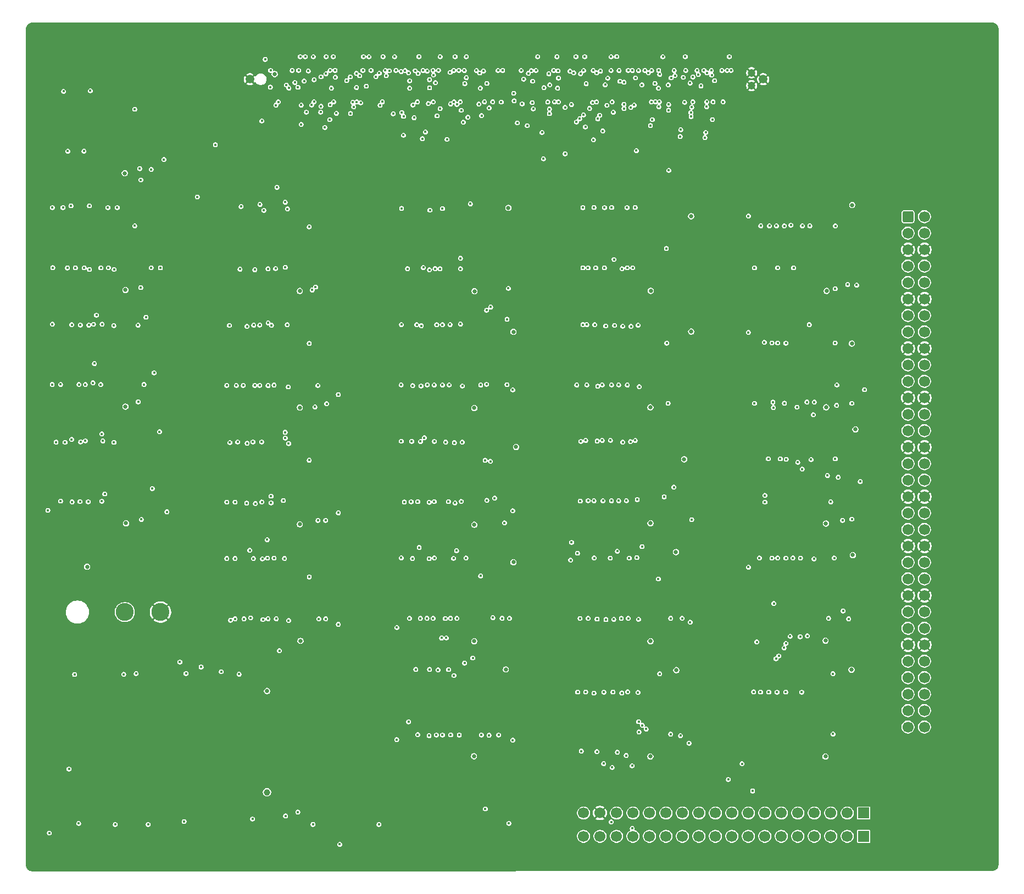
<source format=gbr>
G04 #@! TF.GenerationSoftware,KiCad,Pcbnew,9.0.3*
G04 #@! TF.CreationDate,2025-08-01T19:28:12-07:00*
G04 #@! TF.ProjectId,CardTestFixture,43617264-5465-4737-9446-697874757265,A*
G04 #@! TF.SameCoordinates,Original*
G04 #@! TF.FileFunction,Copper,L2,Inr*
G04 #@! TF.FilePolarity,Positive*
%FSLAX46Y46*%
G04 Gerber Fmt 4.6, Leading zero omitted, Abs format (unit mm)*
G04 Created by KiCad (PCBNEW 9.0.3) date 2025-08-01 19:28:12*
%MOMM*%
%LPD*%
G01*
G04 APERTURE LIST*
G04 Aperture macros list*
%AMRoundRect*
0 Rectangle with rounded corners*
0 $1 Rounding radius*
0 $2 $3 $4 $5 $6 $7 $8 $9 X,Y pos of 4 corners*
0 Add a 4 corners polygon primitive as box body*
4,1,4,$2,$3,$4,$5,$6,$7,$8,$9,$2,$3,0*
0 Add four circle primitives for the rounded corners*
1,1,$1+$1,$2,$3*
1,1,$1+$1,$4,$5*
1,1,$1+$1,$6,$7*
1,1,$1+$1,$8,$9*
0 Add four rect primitives between the rounded corners*
20,1,$1+$1,$2,$3,$4,$5,0*
20,1,$1+$1,$4,$5,$6,$7,0*
20,1,$1+$1,$6,$7,$8,$9,0*
20,1,$1+$1,$8,$9,$2,$3,0*%
G04 Aperture macros list end*
G04 #@! TA.AperFunction,ComponentPad*
%ADD10R,1.700000X1.700000*%
G04 #@! TD*
G04 #@! TA.AperFunction,ComponentPad*
%ADD11C,1.700000*%
G04 #@! TD*
G04 #@! TA.AperFunction,ComponentPad*
%ADD12C,1.349000*%
G04 #@! TD*
G04 #@! TA.AperFunction,ComponentPad*
%ADD13C,1.200000*%
G04 #@! TD*
G04 #@! TA.AperFunction,ComponentPad*
%ADD14RoundRect,0.250000X-0.600000X-0.600000X0.600000X-0.600000X0.600000X0.600000X-0.600000X0.600000X0*%
G04 #@! TD*
G04 #@! TA.AperFunction,ComponentPad*
%ADD15C,2.775000*%
G04 #@! TD*
G04 #@! TA.AperFunction,ViaPad*
%ADD16C,0.650000*%
G04 #@! TD*
G04 #@! TA.AperFunction,ViaPad*
%ADD17C,1.000000*%
G04 #@! TD*
G04 #@! TA.AperFunction,ViaPad*
%ADD18C,0.450000*%
G04 #@! TD*
G04 APERTURE END LIST*
D10*
X209180000Y-151400000D03*
D11*
X206640000Y-151400000D03*
X204100000Y-151400000D03*
X201560000Y-151400000D03*
X199020000Y-151400000D03*
X196480000Y-151400000D03*
X193940000Y-151400000D03*
X191400000Y-151400000D03*
X188860000Y-151400000D03*
X186320000Y-151400000D03*
X183780000Y-151400000D03*
X181240000Y-151400000D03*
X178700000Y-151400000D03*
X176160000Y-151400000D03*
X173620000Y-151400000D03*
X171080000Y-151400000D03*
X168540000Y-151400000D03*
X166000000Y-151400000D03*
D10*
X209180000Y-155000000D03*
D11*
X206640000Y-155000000D03*
X204100000Y-155000000D03*
X201560000Y-155000000D03*
X199020000Y-155000000D03*
X196480000Y-155000000D03*
X193940000Y-155000000D03*
X191400000Y-155000000D03*
X188860000Y-155000000D03*
X186320000Y-155000000D03*
X183780000Y-155000000D03*
X181240000Y-155000000D03*
X178700000Y-155000000D03*
X176160000Y-155000000D03*
X173620000Y-155000000D03*
X171080000Y-155000000D03*
X168540000Y-155000000D03*
X166000000Y-155000000D03*
D12*
X114568900Y-38197500D03*
D13*
X191908900Y-39197500D03*
X191908900Y-37197500D03*
D12*
X193698900Y-38197500D03*
D14*
X216000000Y-59400000D03*
D11*
X218540000Y-59400000D03*
X216000000Y-61940000D03*
X218540000Y-61940000D03*
X216000000Y-64480000D03*
X218540000Y-64480000D03*
X216000000Y-67020000D03*
X218540000Y-67020000D03*
X216000000Y-69560000D03*
X218540000Y-69560000D03*
X216000000Y-72100000D03*
X218540000Y-72100000D03*
X216000000Y-74640000D03*
X218540000Y-74640000D03*
X216000000Y-77180000D03*
X218540000Y-77180000D03*
X216000000Y-79720000D03*
X218540000Y-79720000D03*
X216000000Y-82260000D03*
X218540000Y-82260000D03*
X216000000Y-84800000D03*
X218540000Y-84800000D03*
X216000000Y-87340000D03*
X218540000Y-87340000D03*
X216000000Y-89880000D03*
X218540000Y-89880000D03*
X216000000Y-92420000D03*
X218540000Y-92420000D03*
X216000000Y-94960000D03*
X218540000Y-94960000D03*
X216000000Y-97500000D03*
X218540000Y-97500000D03*
X216000000Y-100040000D03*
X218540000Y-100040000D03*
X216000000Y-102580000D03*
X218540000Y-102580000D03*
X216000000Y-105120000D03*
X218540000Y-105120000D03*
X216000000Y-107660000D03*
X218540000Y-107660000D03*
X216000000Y-110200000D03*
X218540000Y-110200000D03*
X216000000Y-112740000D03*
X218540000Y-112740000D03*
X216000000Y-115280000D03*
X218540000Y-115280000D03*
X216000000Y-117820000D03*
X218540000Y-117820000D03*
X216000000Y-120360000D03*
X218540000Y-120360000D03*
X216000000Y-122900000D03*
X218540000Y-122900000D03*
X216000000Y-125440000D03*
X218540000Y-125440000D03*
X216000000Y-127980000D03*
X218540000Y-127980000D03*
X216000000Y-130520000D03*
X218540000Y-130520000D03*
X216000000Y-133060000D03*
X218540000Y-133060000D03*
X216000000Y-135600000D03*
X218540000Y-135600000D03*
X216000000Y-138140000D03*
X218540000Y-138140000D03*
D15*
X95300000Y-120400000D03*
X100800000Y-120400000D03*
D16*
X114700000Y-129700000D03*
X150247163Y-150415576D03*
X95169795Y-48769795D03*
X122380000Y-108450000D03*
X181548500Y-111521405D03*
X177500000Y-142400000D03*
X178874200Y-129354200D03*
X203362000Y-108342250D03*
X95494000Y-90300000D03*
X145100000Y-150400000D03*
X203400000Y-139000000D03*
X205447800Y-110789092D03*
X206470599Y-93636792D03*
X99500000Y-150400000D03*
X177700000Y-88500000D03*
X94400000Y-150400000D03*
X126300000Y-75600000D03*
X206000000Y-129300000D03*
X203370000Y-72350000D03*
X151370800Y-111500000D03*
X208600000Y-111600000D03*
X203535900Y-85300000D03*
X122280000Y-72450000D03*
X179361801Y-97997608D03*
X203293000Y-144171900D03*
X203600000Y-67100000D03*
X206100000Y-75800000D03*
X176500000Y-121200000D03*
X84000000Y-113400000D03*
X128300000Y-149000000D03*
X114600000Y-150400000D03*
X135000000Y-150400000D03*
X209203100Y-93600000D03*
X89300000Y-150400000D03*
X100000000Y-75300000D03*
X149200000Y-72400000D03*
X101473400Y-59400100D03*
X149159000Y-108422000D03*
X109600000Y-150400000D03*
X95394000Y-72300000D03*
X95203645Y-66103645D03*
X179000000Y-111500000D03*
X208500000Y-129300000D03*
X208600000Y-75800000D03*
X208600000Y-57600000D03*
X181748500Y-129354200D03*
X149296300Y-67131600D03*
X95394000Y-54200000D03*
X176362000Y-72342250D03*
X202865333Y-121449299D03*
X149159000Y-90422000D03*
X150833400Y-88500000D03*
X155400000Y-150400000D03*
X175862800Y-67403500D03*
X101588000Y-41487300D03*
X97887600Y-93500000D03*
X155599800Y-92900000D03*
X119700000Y-150400000D03*
X127500000Y-111800000D03*
X104500000Y-150400000D03*
X148770000Y-138930000D03*
X122782608Y-120888501D03*
X176788100Y-103097600D03*
X160400000Y-150400000D03*
X152800000Y-61248100D03*
X203300000Y-126400000D03*
X176315000Y-108197000D03*
D17*
X119800000Y-148195000D03*
D16*
X95600000Y-85000000D03*
X203400000Y-90400000D03*
X124355205Y-102155205D03*
X122380000Y-126350000D03*
X149151000Y-126394000D03*
X95600000Y-103100000D03*
X126200000Y-57600000D03*
X124911855Y-150500600D03*
X176308000Y-144169000D03*
X119528100Y-37295900D03*
X84100000Y-150400000D03*
X206100000Y-57600000D03*
X140000000Y-150400000D03*
X176300000Y-90400000D03*
X127000000Y-93700000D03*
X179000000Y-57400000D03*
X149160000Y-144170000D03*
X95494000Y-108300000D03*
X151840000Y-132910000D03*
X176640100Y-75400000D03*
X176400000Y-126400000D03*
X122280000Y-90450000D03*
X203300000Y-124800000D03*
X95494000Y-106700000D03*
X155605300Y-94916200D03*
X122280000Y-106850000D03*
X207300000Y-129300000D03*
X203362000Y-106742250D03*
X122280000Y-88850000D03*
X149159000Y-88922000D03*
X117220000Y-132575600D03*
X180244195Y-111144195D03*
X181515600Y-96833900D03*
X182584400Y-77121000D03*
X122380000Y-124850000D03*
X154410300Y-58044900D03*
X155207600Y-77160600D03*
X207350000Y-78974000D03*
X89500000Y-113400000D03*
X95394000Y-88700000D03*
X176362000Y-70842250D03*
X207903599Y-92203792D03*
X207400000Y-57600000D03*
X118406400Y-37392300D03*
X149159000Y-106922000D03*
X149120000Y-142640000D03*
X182584400Y-59325800D03*
X203293000Y-142671900D03*
X95294000Y-52700000D03*
X122280000Y-70850000D03*
X149151000Y-124894000D03*
D17*
X117220000Y-148190000D03*
D16*
X176300000Y-88800000D03*
X176308000Y-142669000D03*
X154027700Y-129250000D03*
X207500000Y-111600000D03*
X149200000Y-70900000D03*
X176315000Y-106697000D03*
X95394000Y-70700000D03*
X203400000Y-88800000D03*
X203470000Y-70850000D03*
X176315000Y-124900000D03*
X155206200Y-112711400D03*
X180300000Y-129354200D03*
D18*
X181194900Y-121351100D03*
X180946700Y-139461300D03*
X99369900Y-67275000D03*
X154216400Y-75225300D03*
X126260300Y-106253100D03*
X206709400Y-69854500D03*
X207350000Y-88192700D03*
X206864100Y-121446900D03*
X207350000Y-106050600D03*
X152916100Y-139351100D03*
X154205300Y-85310000D03*
X100653900Y-92565200D03*
X152305300Y-102821900D03*
X126402800Y-88253900D03*
X99374000Y-52109700D03*
X126260300Y-121444100D03*
X153448000Y-121353100D03*
X128214000Y-122294400D03*
X155096500Y-86114500D03*
X87568600Y-130031300D03*
X182252300Y-140625000D03*
X154416500Y-70451900D03*
X100787500Y-67292100D03*
X155095900Y-140156700D03*
X208649500Y-100251500D03*
X128214000Y-105092200D03*
X154581300Y-121362300D03*
X101337600Y-50571000D03*
X101796300Y-104935300D03*
X128214400Y-86850000D03*
X182448100Y-121962400D03*
X209305500Y-86084700D03*
X155101300Y-104770200D03*
X208094600Y-69948900D03*
X205917000Y-106242300D03*
X178425600Y-102609300D03*
X179426300Y-139235600D03*
X124701800Y-70254700D03*
X153825000Y-106639400D03*
X179427800Y-121360700D03*
X151057000Y-85255600D03*
X125078700Y-106257400D03*
X151684400Y-73333500D03*
X152028500Y-121258300D03*
X206001400Y-120211200D03*
X151438900Y-139399400D03*
X97747000Y-70337700D03*
X86700000Y-144600000D03*
X97595500Y-51970300D03*
X125056900Y-85436600D03*
X98252200Y-85290400D03*
X179032800Y-88195400D03*
X205043500Y-85349400D03*
X125212200Y-121442100D03*
X123720300Y-60961500D03*
X178832700Y-78901300D03*
X150143600Y-114813600D03*
X96834000Y-42824800D03*
X96834700Y-60806900D03*
X97343600Y-76137200D03*
X204810000Y-60826600D03*
X112914300Y-129973900D03*
X179915400Y-101119400D03*
X148922600Y-127469800D03*
X204640400Y-112058400D03*
X177738700Y-129919300D03*
X123727500Y-78957900D03*
X178763900Y-64301500D03*
X123734500Y-114972900D03*
X150830800Y-96998800D03*
X204438400Y-129907800D03*
X204790200Y-96750800D03*
X204773100Y-78879000D03*
X177534200Y-115282300D03*
X123720300Y-96961500D03*
X200869800Y-60803600D03*
X83664000Y-154489000D03*
X199730000Y-60812000D03*
X88193700Y-153001400D03*
X197963500Y-60693700D03*
X93824400Y-153160600D03*
X196947900Y-60825700D03*
X98904800Y-153160200D03*
X104441000Y-152704000D03*
X195735700Y-60808500D03*
X194650000Y-60807500D03*
X121973100Y-151256700D03*
X114991000Y-152314000D03*
X193322500Y-60807700D03*
X120075400Y-151863500D03*
X191414300Y-59298600D03*
X124317100Y-153147900D03*
X174553400Y-138897400D03*
X190425200Y-143788700D03*
X128431000Y-156226600D03*
X134469300Y-153155700D03*
X175649200Y-138443700D03*
X150862000Y-150755200D03*
X175059800Y-137863100D03*
X170271000Y-152771300D03*
X188309600Y-146219100D03*
X154494200Y-152989800D03*
X174503300Y-137304100D03*
X192060000Y-147982900D03*
X173511000Y-153771800D03*
X91754000Y-103288100D03*
X131047700Y-41682000D03*
X164833100Y-34705200D03*
X144701600Y-121388500D03*
X147327900Y-85517300D03*
X157498500Y-37281700D03*
X120493000Y-85657500D03*
X139034700Y-37199600D03*
X112290300Y-112131200D03*
X144962200Y-47462600D03*
X142814000Y-121365600D03*
X164906200Y-44786000D03*
X86088100Y-94206400D03*
X126131100Y-45625000D03*
X143015500Y-112050800D03*
X166020000Y-36831700D03*
X127434800Y-34703000D03*
X91803300Y-75985600D03*
X137930100Y-76051800D03*
X156769200Y-38182800D03*
X116589300Y-121550200D03*
X146498900Y-42080600D03*
X146485600Y-121358900D03*
X166407300Y-38881200D03*
X172706600Y-57995200D03*
X173998900Y-37980600D03*
X163909600Y-36939100D03*
X139176500Y-121359800D03*
X150577600Y-36916600D03*
X143884100Y-67433300D03*
X117838900Y-102511700D03*
X142836800Y-41688300D03*
X84134000Y-75976900D03*
X127751500Y-37879100D03*
X115120700Y-112130600D03*
X147478900Y-44833600D03*
X118588700Y-42187700D03*
X84197700Y-67281400D03*
X117370300Y-121428600D03*
X146209000Y-34700900D03*
X171203900Y-111017100D03*
X184834800Y-46401100D03*
X198368700Y-67293200D03*
X188745700Y-36836100D03*
X168994000Y-103221300D03*
X180082600Y-37644900D03*
X181741600Y-36833400D03*
X173239600Y-94107600D03*
X143639000Y-36826700D03*
X116394100Y-94143900D03*
X158091100Y-41799000D03*
X147023000Y-75966100D03*
X176998900Y-38839000D03*
X171412800Y-85346600D03*
X88396200Y-103347700D03*
X130060500Y-37820600D03*
X124464000Y-41676400D03*
X106473100Y-56349500D03*
X118959400Y-41681300D03*
X85860600Y-40064000D03*
X168183900Y-85559700D03*
X176458300Y-41702200D03*
X164006500Y-112379100D03*
X187316800Y-36838800D03*
X173952800Y-57974400D03*
X173808700Y-42179400D03*
X111424800Y-76168000D03*
X140633400Y-34699800D03*
X185959300Y-41686800D03*
X174215000Y-111995500D03*
X164498900Y-37205900D03*
X141865900Y-121351100D03*
X184998900Y-41678900D03*
X170661500Y-121509800D03*
X160752600Y-42791400D03*
X142986500Y-103349100D03*
X127707000Y-36825400D03*
X89754800Y-76135400D03*
X179103700Y-42974700D03*
X165485900Y-103269000D03*
X120204800Y-39081600D03*
X93648900Y-67531600D03*
X173577500Y-67281700D03*
X173515500Y-36845000D03*
X132926100Y-34716800D03*
X84700400Y-94188500D03*
X160649200Y-37350600D03*
X143011300Y-94060800D03*
X148558700Y-57426200D03*
X151461300Y-42616300D03*
X182539800Y-43319800D03*
X172041300Y-94174600D03*
X118640300Y-121425500D03*
X146998900Y-41681100D03*
X176605800Y-44412000D03*
X169424000Y-76247000D03*
X179119700Y-42086400D03*
X166501800Y-76052900D03*
X114080600Y-103593300D03*
X142086100Y-41948800D03*
X171412800Y-103219300D03*
X181370000Y-37901900D03*
X174277600Y-103029000D03*
X181685400Y-34708200D03*
X91600600Y-85290400D03*
X126947800Y-42126500D03*
X174483700Y-121512800D03*
X185691300Y-36837100D03*
X180986500Y-45979400D03*
X173965300Y-93910800D03*
X171618700Y-38498700D03*
X166696500Y-67288000D03*
X140399400Y-41684700D03*
X115164800Y-76136700D03*
X124094400Y-42166100D03*
X84108500Y-85290400D03*
X188462000Y-34708800D03*
X195920000Y-67276400D03*
X173289900Y-42536500D03*
X172738900Y-67287100D03*
X140667600Y-110440600D03*
X165552000Y-37344300D03*
X177689900Y-41678500D03*
X174409100Y-76136600D03*
X141906800Y-36933500D03*
X115416800Y-103658900D03*
X172603200Y-103212500D03*
X181573000Y-41747000D03*
X116413200Y-44623000D03*
X87684300Y-67292500D03*
X123117400Y-34704700D03*
X92690700Y-57993200D03*
X118302500Y-85368900D03*
X139893900Y-44130300D03*
X147699500Y-38861900D03*
X114559500Y-110867200D03*
X113678300Y-121445700D03*
X146039800Y-41685500D03*
X86997100Y-57725400D03*
X124348700Y-34719700D03*
X145998900Y-36838300D03*
X114682100Y-121288900D03*
X89849000Y-67546100D03*
X109253000Y-48317800D03*
X170117300Y-112062700D03*
X184099800Y-39219700D03*
X160793900Y-39055900D03*
X137906500Y-94038300D03*
X172036800Y-76288900D03*
X177592200Y-42432900D03*
X140446500Y-139310100D03*
X163162200Y-49685200D03*
X172231700Y-42060600D03*
X167877400Y-67287400D03*
X170413200Y-41692200D03*
X145205500Y-129265500D03*
X117393000Y-75790000D03*
X139712000Y-42156400D03*
X160736200Y-43495000D03*
X141465800Y-93505000D03*
X87112700Y-93761000D03*
X132084200Y-34709200D03*
X167597700Y-103218900D03*
X179137600Y-52240700D03*
X121506900Y-38697100D03*
X84134000Y-57995900D03*
X166927800Y-42698900D03*
X142199300Y-112166400D03*
X147161100Y-103335900D03*
X161910800Y-34712100D03*
X139204900Y-38437800D03*
X117896200Y-76138900D03*
X140503800Y-37300000D03*
X114135100Y-76327100D03*
X180888800Y-47032900D03*
X170299400Y-103218300D03*
X172884000Y-121353900D03*
X184966000Y-42428600D03*
X138377800Y-103434000D03*
X159815500Y-50465500D03*
X115343500Y-67574200D03*
X133998900Y-37797300D03*
X117379500Y-85439500D03*
X138498900Y-36853800D03*
X126907000Y-44427500D03*
X88496500Y-94148600D03*
X188126200Y-36837300D03*
X192347700Y-67284800D03*
X89842400Y-57723900D03*
X123583500Y-36924100D03*
X120032400Y-67203800D03*
X135098900Y-34712600D03*
X112290300Y-103427900D03*
X141260100Y-36844200D03*
X171930900Y-67438200D03*
X172883300Y-36826600D03*
X143580000Y-129320000D03*
X170246600Y-34717600D03*
X174998900Y-39060300D03*
X167602800Y-57980100D03*
X170241100Y-36837700D03*
X146032700Y-130189800D03*
X161528900Y-41678000D03*
X146197500Y-103564400D03*
X99525200Y-101334600D03*
X130998900Y-37295500D03*
X145443100Y-37137300D03*
X112290300Y-121439600D03*
X140868600Y-94083800D03*
X162133800Y-37999200D03*
X137094700Y-36825200D03*
X112486300Y-85430700D03*
X131498900Y-37652400D03*
X91907100Y-93990800D03*
X142881000Y-37531400D03*
X117838900Y-103539900D03*
X141162600Y-47375900D03*
X112686500Y-94153600D03*
X141927800Y-85334500D03*
X156386600Y-36835700D03*
X145183600Y-103359100D03*
X161405200Y-36830800D03*
X163155800Y-42535400D03*
X137227600Y-122770200D03*
X147305900Y-94192200D03*
X161998900Y-39569300D03*
X165998900Y-43693300D03*
X147890100Y-112055400D03*
X147934900Y-37950000D03*
X111020300Y-112127600D03*
X119910300Y-112125200D03*
X147150600Y-42981000D03*
X147667300Y-128255300D03*
X169601800Y-42213000D03*
X147619800Y-36843200D03*
X118301700Y-112061800D03*
X90388200Y-85031900D03*
X126332300Y-34700900D03*
X136667300Y-43525700D03*
X111020300Y-85426800D03*
X166286700Y-45551500D03*
X146427500Y-110921100D03*
X178227500Y-34718600D03*
X173317800Y-76320500D03*
X182680900Y-42500600D03*
X166332800Y-93914300D03*
X153315200Y-41707900D03*
X137881500Y-85350500D03*
X182575200Y-43941400D03*
X165455000Y-121383300D03*
X172748900Y-85354300D03*
X177548600Y-39563300D03*
X162059100Y-36896900D03*
X146090200Y-94261800D03*
X145526500Y-139338400D03*
X168952800Y-46172800D03*
X158929300Y-34713600D03*
X140993200Y-76223400D03*
X116732500Y-58408700D03*
X136066900Y-36886900D03*
X179498900Y-37977700D03*
X165899200Y-76065500D03*
X86511500Y-49293000D03*
X116943400Y-35123000D03*
X143419000Y-43838900D03*
X120551700Y-94389100D03*
X168493900Y-43752400D03*
X142267500Y-129250000D03*
X142819800Y-36828600D03*
X119738900Y-103190400D03*
X125540500Y-37819400D03*
X88237500Y-85290400D03*
X120015900Y-93545800D03*
X143903800Y-34719100D03*
X127921600Y-43452600D03*
X83441700Y-104700000D03*
X165069700Y-111316000D03*
X187498900Y-41685600D03*
X170317200Y-85350400D03*
X177060900Y-41677200D03*
X177583300Y-36826800D03*
X174593200Y-85622100D03*
X165899200Y-57994400D03*
X175452700Y-36826400D03*
X125492200Y-43264900D03*
X89214000Y-85291100D03*
X165899200Y-67288800D03*
X170589700Y-43281600D03*
X174484700Y-36852100D03*
X170333800Y-57977700D03*
X149998900Y-37233900D03*
X142251500Y-67601400D03*
X166715300Y-121367200D03*
X183691600Y-37464000D03*
X142261900Y-38254500D03*
X114159900Y-94358700D03*
X167387100Y-41781700D03*
X139637200Y-112133100D03*
X142275600Y-39517400D03*
X116419300Y-103421500D03*
X170783500Y-76165200D03*
X177736100Y-37439000D03*
X185020000Y-37226000D03*
X171824600Y-121375200D03*
X169327200Y-39042600D03*
X144256500Y-139349600D03*
X146779400Y-36826300D03*
X120546800Y-121699700D03*
X134641000Y-42221400D03*
X120354200Y-58208400D03*
X160498900Y-41703100D03*
X140446500Y-103357000D03*
X169218400Y-67289700D03*
X172241400Y-38659100D03*
X141632400Y-46324200D03*
X115042800Y-94146200D03*
X131998900Y-36829400D03*
X89214000Y-93977500D03*
X132526600Y-39264200D03*
X92211800Y-102172000D03*
X130580600Y-42443000D03*
X91755800Y-92905900D03*
X168014700Y-37211200D03*
X139043100Y-137320300D03*
X90615100Y-82064900D03*
X125539400Y-42362300D03*
X144750500Y-94178400D03*
X162132900Y-41686500D03*
X89048800Y-67288100D03*
X122338400Y-34704700D03*
X168100100Y-94013200D03*
X182854900Y-37830400D03*
X131660800Y-41831300D03*
X93622700Y-94210800D03*
X145964800Y-112103400D03*
X166185400Y-34708200D03*
X170142800Y-93898200D03*
X182421300Y-38789500D03*
X137906500Y-112032000D03*
X167498900Y-36843300D03*
X145495400Y-121351800D03*
X165403700Y-44288500D03*
X90935100Y-74591100D03*
X122486000Y-45171600D03*
X129498900Y-38406900D03*
X85404000Y-103272500D03*
X135606600Y-37638500D03*
X116124400Y-57501200D03*
X143177500Y-38721700D03*
X111495500Y-94235500D03*
X144122700Y-124385800D03*
X171478200Y-36843400D03*
X159905400Y-39500700D03*
X142199300Y-103460000D03*
X123286800Y-43259600D03*
X88443500Y-76104100D03*
X137886600Y-37021400D03*
X115345400Y-85428700D03*
X176312300Y-45347100D03*
X164950500Y-85362200D03*
X157317700Y-45347600D03*
X140290900Y-76060300D03*
X157952300Y-36871000D03*
X145433400Y-76044500D03*
X113053900Y-67492400D03*
X133254700Y-36825700D03*
X137959000Y-58129000D03*
X152825600Y-36838800D03*
X120328200Y-76076700D03*
X139206400Y-39569400D03*
X86461100Y-67293800D03*
X121102200Y-36827200D03*
X117370300Y-67441200D03*
X134527100Y-37254800D03*
X116100300Y-85419400D03*
X138260600Y-43922400D03*
X111020300Y-103427900D03*
X138251200Y-46823000D03*
X179968700Y-36847800D03*
X166706100Y-103209000D03*
X140849700Y-121364000D03*
X164135300Y-42098500D03*
X167718600Y-76056000D03*
X179062700Y-39066300D03*
X150734600Y-41678700D03*
X147023000Y-65815700D03*
X93600800Y-76199000D03*
X127498900Y-41676300D03*
X169235200Y-57994100D03*
X174150200Y-49209300D03*
X138870400Y-67431800D03*
X149496700Y-36843100D03*
X89665400Y-103371600D03*
X130439100Y-41763600D03*
X122929800Y-38470500D03*
X85760600Y-57994100D03*
X165598100Y-94064900D03*
X183498900Y-36850500D03*
X186201400Y-38417400D03*
X167637300Y-112053000D03*
X124481700Y-38266700D03*
X85404000Y-85277000D03*
X94138300Y-57994100D03*
X121994200Y-39434800D03*
X158661200Y-36833300D03*
X143371200Y-76078400D03*
X147023000Y-67434600D03*
X151094600Y-38837500D03*
X122491800Y-42186500D03*
X92782600Y-67277300D03*
X146848100Y-139353000D03*
X169735700Y-38017000D03*
X184703700Y-47202200D03*
X168093100Y-121474500D03*
X168872800Y-93908300D03*
X182838900Y-41686200D03*
X169452000Y-121557100D03*
X184566200Y-36825800D03*
X158253300Y-42760600D03*
X144256500Y-76061700D03*
X139438700Y-103366000D03*
X158161800Y-38496900D03*
X167529200Y-47538600D03*
X143313200Y-139352900D03*
X148171800Y-44053500D03*
X117289400Y-112069600D03*
X126936300Y-36835800D03*
X99828300Y-83481700D03*
X122091200Y-36828700D03*
X91604300Y-67287400D03*
X168872800Y-85350400D03*
X176498900Y-36837300D03*
X87172200Y-103402300D03*
X130080800Y-43473800D03*
X151998900Y-41687300D03*
X144256500Y-58145000D03*
X142986500Y-85362000D03*
X156534000Y-41991100D03*
X120589800Y-39556500D03*
X117725800Y-39414500D03*
X90484000Y-75996900D03*
X127133600Y-39567100D03*
X167998900Y-41697800D03*
X137213000Y-140076700D03*
X145498900Y-42009100D03*
X111613900Y-121651600D03*
X113216000Y-57835900D03*
X131007700Y-39474700D03*
X142330900Y-58389600D03*
X150280100Y-43812200D03*
X134988100Y-41678100D03*
X118538200Y-67404100D03*
X159601900Y-46406100D03*
X139518800Y-94050200D03*
X175998900Y-37209300D03*
X166509200Y-85350700D03*
X87120000Y-76055900D03*
X126301300Y-37352200D03*
X144846500Y-124378800D03*
X171117000Y-34691300D03*
X143123100Y-67423500D03*
X150086000Y-39564100D03*
X153530900Y-36830700D03*
X139665500Y-85471500D03*
X175034200Y-110303400D03*
X185864400Y-44411500D03*
X142188700Y-139463400D03*
X168608600Y-36935800D03*
X173042100Y-112063600D03*
X185754000Y-37555000D03*
X170695600Y-66001700D03*
X172230400Y-42729600D03*
X140050000Y-36887800D03*
X116102000Y-76122100D03*
X143901300Y-42723500D03*
X120013600Y-92659700D03*
X116509900Y-112184800D03*
X147930500Y-34716500D03*
X149870000Y-42035500D03*
X141302500Y-67242200D03*
X140148300Y-129250000D03*
X168182200Y-44292900D03*
X89013600Y-49294900D03*
X117766000Y-36829400D03*
X155800300Y-44925000D03*
X145300200Y-85351100D03*
X136883400Y-34719000D03*
X118745100Y-54864100D03*
X137998900Y-43331900D03*
X113560300Y-85422900D03*
X140960100Y-85506300D03*
X155309400Y-41526200D03*
X135456100Y-36851200D03*
X120019900Y-57164200D03*
X144256500Y-85358500D03*
X155246100Y-40348100D03*
X169132700Y-132745900D03*
X200501000Y-124071400D03*
X167600000Y-132900000D03*
X192700000Y-125000000D03*
X174400000Y-132800000D03*
X199391000Y-124192200D03*
X165096300Y-132741000D03*
X196907600Y-125917400D03*
X171900000Y-132900000D03*
X196091300Y-127165000D03*
X170541000Y-132737000D03*
X197189800Y-125225300D03*
X197839700Y-124122700D03*
X195665200Y-127591100D03*
X172800000Y-132700000D03*
X166332800Y-132728200D03*
X170411800Y-144364800D03*
X168067600Y-141935900D03*
X173485300Y-144105700D03*
X201515100Y-112193700D03*
X195327700Y-119069800D03*
X192222200Y-132728100D03*
X193285000Y-132732300D03*
X195825000Y-132752900D03*
X171214000Y-142030200D03*
X172574200Y-142527100D03*
X199436000Y-112063900D03*
X194555000Y-132736000D03*
X197161500Y-132739800D03*
X199635000Y-132748200D03*
X165649200Y-141843600D03*
X169105100Y-143780000D03*
X151092900Y-103160900D03*
X97366500Y-87953900D03*
X182676800Y-106139700D03*
X104738900Y-129878200D03*
X204451700Y-139208600D03*
X205006100Y-88510100D03*
X95139800Y-130005100D03*
X117249500Y-109233100D03*
X97051400Y-129879900D03*
X124601200Y-88749200D03*
X150149500Y-85354200D03*
X98571200Y-74909600D03*
X107060000Y-128862300D03*
X204089500Y-103390300D03*
X204780200Y-70504500D03*
X97853600Y-106103300D03*
X103789500Y-128098700D03*
X97779100Y-53724300D03*
X164158900Y-109633300D03*
X110164300Y-129598200D03*
X151644800Y-97137200D03*
X151065300Y-73828900D03*
X203756900Y-121364400D03*
X150252900Y-139358300D03*
X119131500Y-126348700D03*
X124175300Y-70713000D03*
X89988100Y-39970000D03*
X200425200Y-87998200D03*
X205248200Y-99603300D03*
X195037700Y-112068500D03*
X197240800Y-96830400D03*
X195919800Y-112048300D03*
X200784200Y-76055100D03*
X198898400Y-88781200D03*
X191422100Y-113470200D03*
X197189800Y-112063000D03*
X193960500Y-102401500D03*
X193960500Y-103431200D03*
X196965000Y-88185100D03*
X192343200Y-88196300D03*
X199010900Y-97287800D03*
X196328700Y-96750100D03*
X203593700Y-99324100D03*
X201415400Y-89960100D03*
X195193500Y-88025400D03*
X193117500Y-112055500D03*
X198262500Y-112044200D03*
X197190000Y-78897000D03*
X201566000Y-88004100D03*
X199707700Y-98342000D03*
X195265100Y-88861300D03*
X201072200Y-96867600D03*
X194476700Y-96740500D03*
X195036000Y-78870800D03*
X193871100Y-78782600D03*
X195920000Y-78882900D03*
X191406300Y-77250800D03*
G04 #@! TA.AperFunction,Conductor*
G36*
X229003269Y-29450786D02*
G01*
X229158327Y-29464351D01*
X229171228Y-29466626D01*
X229318402Y-29506061D01*
X229330707Y-29510541D01*
X229385721Y-29536194D01*
X229468786Y-29574928D01*
X229480138Y-29581482D01*
X229584213Y-29654356D01*
X229604939Y-29668868D01*
X229614980Y-29677294D01*
X229722705Y-29785019D01*
X229731131Y-29795060D01*
X229818517Y-29919861D01*
X229825071Y-29931213D01*
X229889456Y-30069286D01*
X229893940Y-30081604D01*
X229933372Y-30228767D01*
X229935648Y-30241676D01*
X229949214Y-30396730D01*
X229949500Y-30403284D01*
X229949500Y-159392408D01*
X229949214Y-159398961D01*
X229935654Y-159553990D01*
X229933379Y-159566896D01*
X229893961Y-159714036D01*
X229889479Y-159726352D01*
X229825116Y-159864408D01*
X229818564Y-159875759D01*
X229731208Y-160000546D01*
X229722785Y-160010587D01*
X229615087Y-160118314D01*
X229605049Y-160126740D01*
X229480288Y-160214131D01*
X229468938Y-160220686D01*
X229330897Y-160285089D01*
X229318582Y-160289574D01*
X229171457Y-160329030D01*
X229158551Y-160331309D01*
X229003633Y-160344902D01*
X228997088Y-160345190D01*
X228983877Y-160345194D01*
X228983847Y-160345195D01*
X228983830Y-160345195D01*
X81016294Y-160385042D01*
X81005216Y-160385045D01*
X80998660Y-160384760D01*
X80843585Y-160371230D01*
X80830676Y-160368957D01*
X80778805Y-160355071D01*
X80683478Y-160329550D01*
X80671159Y-160325069D01*
X80533045Y-160260699D01*
X80521690Y-160254146D01*
X80417616Y-160181301D01*
X80396848Y-160166764D01*
X80386815Y-160158349D01*
X80279038Y-160050604D01*
X80270619Y-160040572D01*
X80249617Y-160010587D01*
X80183203Y-159915765D01*
X80176646Y-159904412D01*
X80160768Y-159870371D01*
X80112231Y-159766314D01*
X80107750Y-159754005D01*
X80068293Y-159606807D01*
X80066019Y-159593912D01*
X80052466Y-159439127D01*
X80052180Y-159432611D01*
X80052138Y-156176849D01*
X128053100Y-156176849D01*
X128053100Y-156276351D01*
X128078853Y-156372464D01*
X128078853Y-156372465D01*
X128128604Y-156458636D01*
X128198963Y-156528995D01*
X128248715Y-156557719D01*
X128285136Y-156578747D01*
X128381249Y-156604500D01*
X128381251Y-156604500D01*
X128480749Y-156604500D01*
X128480751Y-156604500D01*
X128576864Y-156578747D01*
X128663036Y-156528995D01*
X128733395Y-156458636D01*
X128783147Y-156372464D01*
X128808900Y-156276351D01*
X128808900Y-156176849D01*
X128783147Y-156080736D01*
X128738208Y-156002900D01*
X128733395Y-155994563D01*
X128663036Y-155924204D01*
X128576864Y-155874453D01*
X128480751Y-155848700D01*
X128381249Y-155848700D01*
X128320210Y-155865055D01*
X128285135Y-155874453D01*
X128285134Y-155874453D01*
X128198963Y-155924204D01*
X128128604Y-155994563D01*
X128078853Y-156080734D01*
X128078853Y-156080735D01*
X128078853Y-156080736D01*
X128053100Y-156176849D01*
X80052138Y-156176849D01*
X80052122Y-154901222D01*
X164997100Y-154901222D01*
X164997100Y-155098777D01*
X165035641Y-155292537D01*
X165035642Y-155292538D01*
X165111241Y-155475051D01*
X165220996Y-155639312D01*
X165220997Y-155639313D01*
X165221000Y-155639317D01*
X165360682Y-155778999D01*
X165360685Y-155779001D01*
X165360688Y-155779004D01*
X165524949Y-155888759D01*
X165707461Y-155964357D01*
X165707462Y-155964358D01*
X165707463Y-155964358D01*
X165707465Y-155964359D01*
X165837218Y-155990168D01*
X165901222Y-156002900D01*
X165901223Y-156002900D01*
X166098778Y-156002900D01*
X166146889Y-155993329D01*
X166292535Y-155964359D01*
X166475051Y-155888759D01*
X166639312Y-155779004D01*
X166779004Y-155639312D01*
X166888759Y-155475051D01*
X166964359Y-155292535D01*
X167002900Y-155098777D01*
X167002900Y-154901223D01*
X167002900Y-154901222D01*
X167537100Y-154901222D01*
X167537100Y-155098777D01*
X167575641Y-155292537D01*
X167575642Y-155292538D01*
X167651241Y-155475051D01*
X167760996Y-155639312D01*
X167760997Y-155639313D01*
X167761000Y-155639317D01*
X167900682Y-155778999D01*
X167900685Y-155779001D01*
X167900688Y-155779004D01*
X168064949Y-155888759D01*
X168247461Y-155964357D01*
X168247462Y-155964358D01*
X168247463Y-155964358D01*
X168247465Y-155964359D01*
X168377218Y-155990168D01*
X168441222Y-156002900D01*
X168441223Y-156002900D01*
X168638778Y-156002900D01*
X168686889Y-155993329D01*
X168832535Y-155964359D01*
X169015051Y-155888759D01*
X169179312Y-155779004D01*
X169319004Y-155639312D01*
X169428759Y-155475051D01*
X169504359Y-155292535D01*
X169542900Y-155098777D01*
X169542900Y-154901223D01*
X169542900Y-154901222D01*
X170077100Y-154901222D01*
X170077100Y-155098777D01*
X170115641Y-155292537D01*
X170115642Y-155292538D01*
X170191241Y-155475051D01*
X170300996Y-155639312D01*
X170300997Y-155639313D01*
X170301000Y-155639317D01*
X170440682Y-155778999D01*
X170440685Y-155779001D01*
X170440688Y-155779004D01*
X170604949Y-155888759D01*
X170787461Y-155964357D01*
X170787462Y-155964358D01*
X170787463Y-155964358D01*
X170787465Y-155964359D01*
X170917218Y-155990168D01*
X170981222Y-156002900D01*
X170981223Y-156002900D01*
X171178778Y-156002900D01*
X171226889Y-155993329D01*
X171372535Y-155964359D01*
X171555051Y-155888759D01*
X171719312Y-155779004D01*
X171859004Y-155639312D01*
X171968759Y-155475051D01*
X172044359Y-155292535D01*
X172082900Y-155098777D01*
X172082900Y-154901223D01*
X172082900Y-154901222D01*
X172617100Y-154901222D01*
X172617100Y-155098777D01*
X172655641Y-155292537D01*
X172655642Y-155292538D01*
X172731241Y-155475051D01*
X172840996Y-155639312D01*
X172840997Y-155639313D01*
X172841000Y-155639317D01*
X172980682Y-155778999D01*
X172980685Y-155779001D01*
X172980688Y-155779004D01*
X173144949Y-155888759D01*
X173327461Y-155964357D01*
X173327462Y-155964358D01*
X173327463Y-155964358D01*
X173327465Y-155964359D01*
X173457218Y-155990168D01*
X173521222Y-156002900D01*
X173521223Y-156002900D01*
X173718778Y-156002900D01*
X173766889Y-155993329D01*
X173912535Y-155964359D01*
X174095051Y-155888759D01*
X174259312Y-155779004D01*
X174399004Y-155639312D01*
X174508759Y-155475051D01*
X174584359Y-155292535D01*
X174622900Y-155098777D01*
X174622900Y-154901223D01*
X174622900Y-154901222D01*
X175157100Y-154901222D01*
X175157100Y-155098777D01*
X175195641Y-155292537D01*
X175195642Y-155292538D01*
X175271241Y-155475051D01*
X175380996Y-155639312D01*
X175380997Y-155639313D01*
X175381000Y-155639317D01*
X175520682Y-155778999D01*
X175520685Y-155779001D01*
X175520688Y-155779004D01*
X175684949Y-155888759D01*
X175867461Y-155964357D01*
X175867462Y-155964358D01*
X175867463Y-155964358D01*
X175867465Y-155964359D01*
X175997218Y-155990168D01*
X176061222Y-156002900D01*
X176061223Y-156002900D01*
X176258778Y-156002900D01*
X176306889Y-155993329D01*
X176452535Y-155964359D01*
X176635051Y-155888759D01*
X176799312Y-155779004D01*
X176939004Y-155639312D01*
X177048759Y-155475051D01*
X177124359Y-155292535D01*
X177162900Y-155098777D01*
X177162900Y-154901223D01*
X177162900Y-154901222D01*
X177697100Y-154901222D01*
X177697100Y-155098777D01*
X177735641Y-155292537D01*
X177735642Y-155292538D01*
X177811241Y-155475051D01*
X177920996Y-155639312D01*
X177920997Y-155639313D01*
X177921000Y-155639317D01*
X178060682Y-155778999D01*
X178060685Y-155779001D01*
X178060688Y-155779004D01*
X178224949Y-155888759D01*
X178407461Y-155964357D01*
X178407462Y-155964358D01*
X178407463Y-155964358D01*
X178407465Y-155964359D01*
X178537218Y-155990168D01*
X178601222Y-156002900D01*
X178601223Y-156002900D01*
X178798778Y-156002900D01*
X178846889Y-155993329D01*
X178992535Y-155964359D01*
X179175051Y-155888759D01*
X179339312Y-155779004D01*
X179479004Y-155639312D01*
X179588759Y-155475051D01*
X179664359Y-155292535D01*
X179702900Y-155098777D01*
X179702900Y-154901223D01*
X179702900Y-154901222D01*
X180237100Y-154901222D01*
X180237100Y-155098777D01*
X180275641Y-155292537D01*
X180275642Y-155292538D01*
X180351241Y-155475051D01*
X180460996Y-155639312D01*
X180460997Y-155639313D01*
X180461000Y-155639317D01*
X180600682Y-155778999D01*
X180600685Y-155779001D01*
X180600688Y-155779004D01*
X180764949Y-155888759D01*
X180947461Y-155964357D01*
X180947462Y-155964358D01*
X180947463Y-155964358D01*
X180947465Y-155964359D01*
X181077218Y-155990168D01*
X181141222Y-156002900D01*
X181141223Y-156002900D01*
X181338778Y-156002900D01*
X181386889Y-155993329D01*
X181532535Y-155964359D01*
X181715051Y-155888759D01*
X181879312Y-155779004D01*
X182019004Y-155639312D01*
X182128759Y-155475051D01*
X182204359Y-155292535D01*
X182242900Y-155098777D01*
X182242900Y-154901223D01*
X182242900Y-154901222D01*
X182777100Y-154901222D01*
X182777100Y-155098777D01*
X182815641Y-155292537D01*
X182815642Y-155292538D01*
X182891241Y-155475051D01*
X183000996Y-155639312D01*
X183000997Y-155639313D01*
X183001000Y-155639317D01*
X183140682Y-155778999D01*
X183140685Y-155779001D01*
X183140688Y-155779004D01*
X183304949Y-155888759D01*
X183487461Y-155964357D01*
X183487462Y-155964358D01*
X183487463Y-155964358D01*
X183487465Y-155964359D01*
X183617218Y-155990168D01*
X183681222Y-156002900D01*
X183681223Y-156002900D01*
X183878778Y-156002900D01*
X183926889Y-155993329D01*
X184072535Y-155964359D01*
X184255051Y-155888759D01*
X184419312Y-155779004D01*
X184559004Y-155639312D01*
X184668759Y-155475051D01*
X184744359Y-155292535D01*
X184782900Y-155098777D01*
X184782900Y-154901223D01*
X184782900Y-154901222D01*
X185317100Y-154901222D01*
X185317100Y-155098777D01*
X185355641Y-155292537D01*
X185355642Y-155292538D01*
X185431241Y-155475051D01*
X185540996Y-155639312D01*
X185540997Y-155639313D01*
X185541000Y-155639317D01*
X185680682Y-155778999D01*
X185680685Y-155779001D01*
X185680688Y-155779004D01*
X185844949Y-155888759D01*
X186027461Y-155964357D01*
X186027462Y-155964358D01*
X186027463Y-155964358D01*
X186027465Y-155964359D01*
X186157218Y-155990168D01*
X186221222Y-156002900D01*
X186221223Y-156002900D01*
X186418778Y-156002900D01*
X186466889Y-155993329D01*
X186612535Y-155964359D01*
X186795051Y-155888759D01*
X186959312Y-155779004D01*
X187099004Y-155639312D01*
X187208759Y-155475051D01*
X187284359Y-155292535D01*
X187322900Y-155098777D01*
X187322900Y-154901223D01*
X187322900Y-154901222D01*
X187857100Y-154901222D01*
X187857100Y-155098777D01*
X187895641Y-155292537D01*
X187895642Y-155292538D01*
X187971241Y-155475051D01*
X188080996Y-155639312D01*
X188080997Y-155639313D01*
X188081000Y-155639317D01*
X188220682Y-155778999D01*
X188220685Y-155779001D01*
X188220688Y-155779004D01*
X188384949Y-155888759D01*
X188567461Y-155964357D01*
X188567462Y-155964358D01*
X188567463Y-155964358D01*
X188567465Y-155964359D01*
X188697218Y-155990168D01*
X188761222Y-156002900D01*
X188761223Y-156002900D01*
X188958778Y-156002900D01*
X189006889Y-155993329D01*
X189152535Y-155964359D01*
X189335051Y-155888759D01*
X189499312Y-155779004D01*
X189639004Y-155639312D01*
X189748759Y-155475051D01*
X189824359Y-155292535D01*
X189862900Y-155098777D01*
X189862900Y-154901223D01*
X189862900Y-154901222D01*
X190397100Y-154901222D01*
X190397100Y-155098777D01*
X190435641Y-155292537D01*
X190435642Y-155292538D01*
X190511241Y-155475051D01*
X190620996Y-155639312D01*
X190620997Y-155639313D01*
X190621000Y-155639317D01*
X190760682Y-155778999D01*
X190760685Y-155779001D01*
X190760688Y-155779004D01*
X190924949Y-155888759D01*
X191107461Y-155964357D01*
X191107462Y-155964358D01*
X191107463Y-155964358D01*
X191107465Y-155964359D01*
X191237218Y-155990168D01*
X191301222Y-156002900D01*
X191301223Y-156002900D01*
X191498778Y-156002900D01*
X191546889Y-155993329D01*
X191692535Y-155964359D01*
X191875051Y-155888759D01*
X192039312Y-155779004D01*
X192179004Y-155639312D01*
X192288759Y-155475051D01*
X192364359Y-155292535D01*
X192402900Y-155098777D01*
X192402900Y-154901223D01*
X192402900Y-154901222D01*
X192937100Y-154901222D01*
X192937100Y-155098777D01*
X192975641Y-155292537D01*
X192975642Y-155292538D01*
X193051241Y-155475051D01*
X193160996Y-155639312D01*
X193160997Y-155639313D01*
X193161000Y-155639317D01*
X193300682Y-155778999D01*
X193300685Y-155779001D01*
X193300688Y-155779004D01*
X193464949Y-155888759D01*
X193647461Y-155964357D01*
X193647462Y-155964358D01*
X193647463Y-155964358D01*
X193647465Y-155964359D01*
X193777218Y-155990168D01*
X193841222Y-156002900D01*
X193841223Y-156002900D01*
X194038778Y-156002900D01*
X194086889Y-155993329D01*
X194232535Y-155964359D01*
X194415051Y-155888759D01*
X194579312Y-155779004D01*
X194719004Y-155639312D01*
X194828759Y-155475051D01*
X194904359Y-155292535D01*
X194942900Y-155098777D01*
X194942900Y-154901223D01*
X194942900Y-154901222D01*
X195477100Y-154901222D01*
X195477100Y-155098777D01*
X195515641Y-155292537D01*
X195515642Y-155292538D01*
X195591241Y-155475051D01*
X195700996Y-155639312D01*
X195700997Y-155639313D01*
X195701000Y-155639317D01*
X195840682Y-155778999D01*
X195840685Y-155779001D01*
X195840688Y-155779004D01*
X196004949Y-155888759D01*
X196187461Y-155964357D01*
X196187462Y-155964358D01*
X196187463Y-155964358D01*
X196187465Y-155964359D01*
X196317218Y-155990168D01*
X196381222Y-156002900D01*
X196381223Y-156002900D01*
X196578778Y-156002900D01*
X196626889Y-155993329D01*
X196772535Y-155964359D01*
X196955051Y-155888759D01*
X197119312Y-155779004D01*
X197259004Y-155639312D01*
X197368759Y-155475051D01*
X197444359Y-155292535D01*
X197482900Y-155098777D01*
X197482900Y-154901223D01*
X197482900Y-154901222D01*
X198017100Y-154901222D01*
X198017100Y-155098777D01*
X198055641Y-155292537D01*
X198055642Y-155292538D01*
X198131241Y-155475051D01*
X198240996Y-155639312D01*
X198240997Y-155639313D01*
X198241000Y-155639317D01*
X198380682Y-155778999D01*
X198380685Y-155779001D01*
X198380688Y-155779004D01*
X198544949Y-155888759D01*
X198727461Y-155964357D01*
X198727462Y-155964358D01*
X198727463Y-155964358D01*
X198727465Y-155964359D01*
X198857218Y-155990168D01*
X198921222Y-156002900D01*
X198921223Y-156002900D01*
X199118778Y-156002900D01*
X199166889Y-155993329D01*
X199312535Y-155964359D01*
X199495051Y-155888759D01*
X199659312Y-155779004D01*
X199799004Y-155639312D01*
X199908759Y-155475051D01*
X199984359Y-155292535D01*
X200022900Y-155098777D01*
X200022900Y-154901223D01*
X200022900Y-154901222D01*
X200557100Y-154901222D01*
X200557100Y-155098777D01*
X200595641Y-155292537D01*
X200595642Y-155292538D01*
X200671241Y-155475051D01*
X200780996Y-155639312D01*
X200780997Y-155639313D01*
X200781000Y-155639317D01*
X200920682Y-155778999D01*
X200920685Y-155779001D01*
X200920688Y-155779004D01*
X201084949Y-155888759D01*
X201267461Y-155964357D01*
X201267462Y-155964358D01*
X201267463Y-155964358D01*
X201267465Y-155964359D01*
X201397218Y-155990168D01*
X201461222Y-156002900D01*
X201461223Y-156002900D01*
X201658778Y-156002900D01*
X201706889Y-155993329D01*
X201852535Y-155964359D01*
X202035051Y-155888759D01*
X202199312Y-155779004D01*
X202339004Y-155639312D01*
X202448759Y-155475051D01*
X202524359Y-155292535D01*
X202562900Y-155098777D01*
X202562900Y-154901223D01*
X202562900Y-154901222D01*
X203097100Y-154901222D01*
X203097100Y-155098777D01*
X203135641Y-155292537D01*
X203135642Y-155292538D01*
X203211241Y-155475051D01*
X203320996Y-155639312D01*
X203320997Y-155639313D01*
X203321000Y-155639317D01*
X203460682Y-155778999D01*
X203460685Y-155779001D01*
X203460688Y-155779004D01*
X203624949Y-155888759D01*
X203807461Y-155964357D01*
X203807462Y-155964358D01*
X203807463Y-155964358D01*
X203807465Y-155964359D01*
X203937218Y-155990168D01*
X204001222Y-156002900D01*
X204001223Y-156002900D01*
X204198778Y-156002900D01*
X204246889Y-155993329D01*
X204392535Y-155964359D01*
X204575051Y-155888759D01*
X204739312Y-155779004D01*
X204879004Y-155639312D01*
X204988759Y-155475051D01*
X205064359Y-155292535D01*
X205102900Y-155098777D01*
X205102900Y-154901223D01*
X205102900Y-154901222D01*
X205637100Y-154901222D01*
X205637100Y-155098777D01*
X205675641Y-155292537D01*
X205675642Y-155292538D01*
X205751241Y-155475051D01*
X205860996Y-155639312D01*
X205860997Y-155639313D01*
X205861000Y-155639317D01*
X206000682Y-155778999D01*
X206000685Y-155779001D01*
X206000688Y-155779004D01*
X206164949Y-155888759D01*
X206347461Y-155964357D01*
X206347462Y-155964358D01*
X206347463Y-155964358D01*
X206347465Y-155964359D01*
X206477218Y-155990168D01*
X206541222Y-156002900D01*
X206541223Y-156002900D01*
X206738778Y-156002900D01*
X206786889Y-155993329D01*
X206932535Y-155964359D01*
X207115051Y-155888759D01*
X207279312Y-155779004D01*
X207419004Y-155639312D01*
X207528759Y-155475051D01*
X207604359Y-155292535D01*
X207642900Y-155098777D01*
X207642900Y-154901223D01*
X207604359Y-154707465D01*
X207528759Y-154524949D01*
X207419004Y-154360688D01*
X207419001Y-154360685D01*
X207418999Y-154360682D01*
X207279318Y-154221001D01*
X207279314Y-154220998D01*
X207279312Y-154220996D01*
X207264329Y-154210985D01*
X207238575Y-154193776D01*
X207238574Y-154193776D01*
X207150522Y-154134942D01*
X208177100Y-154134942D01*
X208177100Y-155865055D01*
X208177101Y-155865057D01*
X208185972Y-155909659D01*
X208219764Y-155960232D01*
X208219765Y-155960232D01*
X208219766Y-155960234D01*
X208270342Y-155994028D01*
X208314943Y-156002900D01*
X210045056Y-156002899D01*
X210089658Y-155994028D01*
X210140234Y-155960234D01*
X210174028Y-155909658D01*
X210182900Y-155865057D01*
X210182899Y-154134944D01*
X210174028Y-154090342D01*
X210154514Y-154061138D01*
X210140235Y-154039767D01*
X210140231Y-154039764D01*
X210089658Y-154005972D01*
X210089656Y-154005971D01*
X210045057Y-153997100D01*
X208314944Y-153997100D01*
X208314942Y-153997101D01*
X208270340Y-154005972D01*
X208219767Y-154039764D01*
X208185972Y-154090342D01*
X208185971Y-154090343D01*
X208177100Y-154134942D01*
X207150522Y-154134942D01*
X207115051Y-154111241D01*
X207115049Y-154111240D01*
X206932538Y-154035642D01*
X206932537Y-154035641D01*
X206738778Y-153997100D01*
X206738777Y-153997100D01*
X206541223Y-153997100D01*
X206541222Y-153997100D01*
X206347462Y-154035641D01*
X206347461Y-154035642D01*
X206164950Y-154111240D01*
X206000682Y-154221000D01*
X205861000Y-154360682D01*
X205751240Y-154524950D01*
X205675642Y-154707461D01*
X205675641Y-154707462D01*
X205637100Y-154901222D01*
X205102900Y-154901222D01*
X205064359Y-154707465D01*
X204988759Y-154524949D01*
X204879004Y-154360688D01*
X204879001Y-154360685D01*
X204878999Y-154360682D01*
X204739317Y-154221000D01*
X204739313Y-154220997D01*
X204739312Y-154220996D01*
X204575051Y-154111241D01*
X204575049Y-154111240D01*
X204392538Y-154035642D01*
X204392537Y-154035641D01*
X204198778Y-153997100D01*
X204198777Y-153997100D01*
X204001223Y-153997100D01*
X204001222Y-153997100D01*
X203807462Y-154035641D01*
X203807461Y-154035642D01*
X203624950Y-154111240D01*
X203460682Y-154221000D01*
X203321000Y-154360682D01*
X203211240Y-154524950D01*
X203135642Y-154707461D01*
X203135641Y-154707462D01*
X203097100Y-154901222D01*
X202562900Y-154901222D01*
X202524359Y-154707465D01*
X202448759Y-154524949D01*
X202339004Y-154360688D01*
X202339001Y-154360685D01*
X202338999Y-154360682D01*
X202199317Y-154221000D01*
X202199313Y-154220997D01*
X202199312Y-154220996D01*
X202035051Y-154111241D01*
X202035049Y-154111240D01*
X201852538Y-154035642D01*
X201852537Y-154035641D01*
X201658778Y-153997100D01*
X201658777Y-153997100D01*
X201461223Y-153997100D01*
X201461222Y-153997100D01*
X201267462Y-154035641D01*
X201267461Y-154035642D01*
X201084950Y-154111240D01*
X200920682Y-154221000D01*
X200781000Y-154360682D01*
X200671240Y-154524950D01*
X200595642Y-154707461D01*
X200595641Y-154707462D01*
X200557100Y-154901222D01*
X200022900Y-154901222D01*
X199984359Y-154707465D01*
X199908759Y-154524949D01*
X199799004Y-154360688D01*
X199799001Y-154360685D01*
X199798999Y-154360682D01*
X199659317Y-154221000D01*
X199659313Y-154220997D01*
X199659312Y-154220996D01*
X199495051Y-154111241D01*
X199495049Y-154111240D01*
X199312538Y-154035642D01*
X199312537Y-154035641D01*
X199118778Y-153997100D01*
X199118777Y-153997100D01*
X198921223Y-153997100D01*
X198921222Y-153997100D01*
X198727462Y-154035641D01*
X198727461Y-154035642D01*
X198544950Y-154111240D01*
X198380682Y-154221000D01*
X198241000Y-154360682D01*
X198131240Y-154524950D01*
X198055642Y-154707461D01*
X198055641Y-154707462D01*
X198017100Y-154901222D01*
X197482900Y-154901222D01*
X197444359Y-154707465D01*
X197368759Y-154524949D01*
X197259004Y-154360688D01*
X197259001Y-154360685D01*
X197258999Y-154360682D01*
X197119317Y-154221000D01*
X197119313Y-154220997D01*
X197119312Y-154220996D01*
X196955051Y-154111241D01*
X196955049Y-154111240D01*
X196772538Y-154035642D01*
X196772537Y-154035641D01*
X196578778Y-153997100D01*
X196578777Y-153997100D01*
X196381223Y-153997100D01*
X196381222Y-153997100D01*
X196187462Y-154035641D01*
X196187461Y-154035642D01*
X196004950Y-154111240D01*
X195840682Y-154221000D01*
X195701000Y-154360682D01*
X195591240Y-154524950D01*
X195515642Y-154707461D01*
X195515641Y-154707462D01*
X195477100Y-154901222D01*
X194942900Y-154901222D01*
X194904359Y-154707465D01*
X194828759Y-154524949D01*
X194719004Y-154360688D01*
X194719001Y-154360685D01*
X194718999Y-154360682D01*
X194579317Y-154221000D01*
X194579313Y-154220997D01*
X194579312Y-154220996D01*
X194415051Y-154111241D01*
X194415049Y-154111240D01*
X194232538Y-154035642D01*
X194232537Y-154035641D01*
X194038778Y-153997100D01*
X194038777Y-153997100D01*
X193841223Y-153997100D01*
X193841222Y-153997100D01*
X193647462Y-154035641D01*
X193647461Y-154035642D01*
X193464950Y-154111240D01*
X193300682Y-154221000D01*
X193161000Y-154360682D01*
X193051240Y-154524950D01*
X192975642Y-154707461D01*
X192975641Y-154707462D01*
X192937100Y-154901222D01*
X192402900Y-154901222D01*
X192364359Y-154707465D01*
X192288759Y-154524949D01*
X192179004Y-154360688D01*
X192179001Y-154360685D01*
X192178999Y-154360682D01*
X192039317Y-154221000D01*
X192039313Y-154220997D01*
X192039312Y-154220996D01*
X191875051Y-154111241D01*
X191875049Y-154111240D01*
X191692538Y-154035642D01*
X191692537Y-154035641D01*
X191498778Y-153997100D01*
X191498777Y-153997100D01*
X191301223Y-153997100D01*
X191301222Y-153997100D01*
X191107462Y-154035641D01*
X191107461Y-154035642D01*
X190924950Y-154111240D01*
X190760682Y-154221000D01*
X190621000Y-154360682D01*
X190511240Y-154524950D01*
X190435642Y-154707461D01*
X190435641Y-154707462D01*
X190397100Y-154901222D01*
X189862900Y-154901222D01*
X189824359Y-154707465D01*
X189748759Y-154524949D01*
X189639004Y-154360688D01*
X189639001Y-154360685D01*
X189638999Y-154360682D01*
X189499317Y-154221000D01*
X189499313Y-154220997D01*
X189499312Y-154220996D01*
X189335051Y-154111241D01*
X189335049Y-154111240D01*
X189152538Y-154035642D01*
X189152537Y-154035641D01*
X188958778Y-153997100D01*
X188958777Y-153997100D01*
X188761223Y-153997100D01*
X188761222Y-153997100D01*
X188567462Y-154035641D01*
X188567461Y-154035642D01*
X188384950Y-154111240D01*
X188220682Y-154221000D01*
X188081000Y-154360682D01*
X187971240Y-154524950D01*
X187895642Y-154707461D01*
X187895641Y-154707462D01*
X187857100Y-154901222D01*
X187322900Y-154901222D01*
X187284359Y-154707465D01*
X187208759Y-154524949D01*
X187099004Y-154360688D01*
X187099001Y-154360685D01*
X187098999Y-154360682D01*
X186959317Y-154221000D01*
X186959313Y-154220997D01*
X186959312Y-154220996D01*
X186795051Y-154111241D01*
X186795049Y-154111240D01*
X186612538Y-154035642D01*
X186612537Y-154035641D01*
X186418778Y-153997100D01*
X186418777Y-153997100D01*
X186221223Y-153997100D01*
X186221222Y-153997100D01*
X186027462Y-154035641D01*
X186027461Y-154035642D01*
X185844950Y-154111240D01*
X185680682Y-154221000D01*
X185541000Y-154360682D01*
X185431240Y-154524950D01*
X185355642Y-154707461D01*
X185355641Y-154707462D01*
X185317100Y-154901222D01*
X184782900Y-154901222D01*
X184744359Y-154707465D01*
X184668759Y-154524949D01*
X184559004Y-154360688D01*
X184559001Y-154360685D01*
X184558999Y-154360682D01*
X184419317Y-154221000D01*
X184419313Y-154220997D01*
X184419312Y-154220996D01*
X184255051Y-154111241D01*
X184255049Y-154111240D01*
X184072538Y-154035642D01*
X184072537Y-154035641D01*
X183878778Y-153997100D01*
X183878777Y-153997100D01*
X183681223Y-153997100D01*
X183681222Y-153997100D01*
X183487462Y-154035641D01*
X183487461Y-154035642D01*
X183304950Y-154111240D01*
X183140682Y-154221000D01*
X183001000Y-154360682D01*
X182891240Y-154524950D01*
X182815642Y-154707461D01*
X182815641Y-154707462D01*
X182777100Y-154901222D01*
X182242900Y-154901222D01*
X182204359Y-154707465D01*
X182128759Y-154524949D01*
X182019004Y-154360688D01*
X182019001Y-154360685D01*
X182018999Y-154360682D01*
X181879317Y-154221000D01*
X181879313Y-154220997D01*
X181879312Y-154220996D01*
X181715051Y-154111241D01*
X181715049Y-154111240D01*
X181532538Y-154035642D01*
X181532537Y-154035641D01*
X181338778Y-153997100D01*
X181338777Y-153997100D01*
X181141223Y-153997100D01*
X181141222Y-153997100D01*
X180947462Y-154035641D01*
X180947461Y-154035642D01*
X180764950Y-154111240D01*
X180600682Y-154221000D01*
X180461000Y-154360682D01*
X180351240Y-154524950D01*
X180275642Y-154707461D01*
X180275641Y-154707462D01*
X180237100Y-154901222D01*
X179702900Y-154901222D01*
X179664359Y-154707465D01*
X179588759Y-154524949D01*
X179479004Y-154360688D01*
X179479001Y-154360685D01*
X179478999Y-154360682D01*
X179339317Y-154221000D01*
X179339313Y-154220997D01*
X179339312Y-154220996D01*
X179175051Y-154111241D01*
X179175049Y-154111240D01*
X178992538Y-154035642D01*
X178992537Y-154035641D01*
X178798778Y-153997100D01*
X178798777Y-153997100D01*
X178601223Y-153997100D01*
X178601222Y-153997100D01*
X178407462Y-154035641D01*
X178407461Y-154035642D01*
X178224950Y-154111240D01*
X178060682Y-154221000D01*
X177921000Y-154360682D01*
X177811240Y-154524950D01*
X177735642Y-154707461D01*
X177735641Y-154707462D01*
X177697100Y-154901222D01*
X177162900Y-154901222D01*
X177124359Y-154707465D01*
X177048759Y-154524949D01*
X176939004Y-154360688D01*
X176939001Y-154360685D01*
X176938999Y-154360682D01*
X176799317Y-154221000D01*
X176799313Y-154220997D01*
X176799312Y-154220996D01*
X176635051Y-154111241D01*
X176635049Y-154111240D01*
X176452538Y-154035642D01*
X176452537Y-154035641D01*
X176258778Y-153997100D01*
X176258777Y-153997100D01*
X176061223Y-153997100D01*
X176061222Y-153997100D01*
X175867462Y-154035641D01*
X175867461Y-154035642D01*
X175684950Y-154111240D01*
X175520682Y-154221000D01*
X175381000Y-154360682D01*
X175271240Y-154524950D01*
X175195642Y-154707461D01*
X175195641Y-154707462D01*
X175157100Y-154901222D01*
X174622900Y-154901222D01*
X174584359Y-154707465D01*
X174508759Y-154524949D01*
X174399004Y-154360688D01*
X174399001Y-154360685D01*
X174398999Y-154360682D01*
X174259317Y-154221000D01*
X174259313Y-154220997D01*
X174259312Y-154220996D01*
X174095051Y-154111241D01*
X174095049Y-154111240D01*
X173912538Y-154035642D01*
X173912539Y-154035642D01*
X173912535Y-154035641D01*
X173910057Y-154035148D01*
X173909207Y-154034632D01*
X173909009Y-154034572D01*
X173909024Y-154034521D01*
X173866083Y-154008461D01*
X173849550Y-153959751D01*
X173859608Y-153923792D01*
X173863147Y-153917664D01*
X173888900Y-153821551D01*
X173888900Y-153722049D01*
X173863147Y-153625936D01*
X173863146Y-153625934D01*
X173813395Y-153539763D01*
X173743036Y-153469404D01*
X173656864Y-153419653D01*
X173560751Y-153393900D01*
X173461249Y-153393900D01*
X173397173Y-153411068D01*
X173365135Y-153419653D01*
X173365134Y-153419653D01*
X173278963Y-153469404D01*
X173208604Y-153539763D01*
X173158853Y-153625934D01*
X173158853Y-153625935D01*
X173158853Y-153625936D01*
X173133100Y-153722049D01*
X173133100Y-153821551D01*
X173158853Y-153917664D01*
X173158853Y-153917665D01*
X173203487Y-153994973D01*
X173212419Y-154045632D01*
X173186699Y-154090180D01*
X173167141Y-154102048D01*
X173144952Y-154111239D01*
X172980682Y-154221000D01*
X172841000Y-154360682D01*
X172731240Y-154524950D01*
X172655642Y-154707461D01*
X172655641Y-154707462D01*
X172617100Y-154901222D01*
X172082900Y-154901222D01*
X172044359Y-154707465D01*
X171968759Y-154524949D01*
X171859004Y-154360688D01*
X171859001Y-154360685D01*
X171858999Y-154360682D01*
X171719317Y-154221000D01*
X171719313Y-154220997D01*
X171719312Y-154220996D01*
X171555051Y-154111241D01*
X171555049Y-154111240D01*
X171372538Y-154035642D01*
X171372537Y-154035641D01*
X171178778Y-153997100D01*
X171178777Y-153997100D01*
X170981223Y-153997100D01*
X170981222Y-153997100D01*
X170787462Y-154035641D01*
X170787461Y-154035642D01*
X170604950Y-154111240D01*
X170440682Y-154221000D01*
X170301000Y-154360682D01*
X170191240Y-154524950D01*
X170115642Y-154707461D01*
X170115641Y-154707462D01*
X170077100Y-154901222D01*
X169542900Y-154901222D01*
X169504359Y-154707465D01*
X169428759Y-154524949D01*
X169319004Y-154360688D01*
X169319001Y-154360685D01*
X169318999Y-154360682D01*
X169179317Y-154221000D01*
X169179313Y-154220997D01*
X169179312Y-154220996D01*
X169015051Y-154111241D01*
X169015049Y-154111240D01*
X168832538Y-154035642D01*
X168832537Y-154035641D01*
X168638778Y-153997100D01*
X168638777Y-153997100D01*
X168441223Y-153997100D01*
X168441222Y-153997100D01*
X168247462Y-154035641D01*
X168247461Y-154035642D01*
X168064950Y-154111240D01*
X167900682Y-154221000D01*
X167761000Y-154360682D01*
X167651240Y-154524950D01*
X167575642Y-154707461D01*
X167575641Y-154707462D01*
X167537100Y-154901222D01*
X167002900Y-154901222D01*
X166964359Y-154707465D01*
X166888759Y-154524949D01*
X166779004Y-154360688D01*
X166779001Y-154360685D01*
X166778999Y-154360682D01*
X166639317Y-154221000D01*
X166639313Y-154220997D01*
X166639312Y-154220996D01*
X166475051Y-154111241D01*
X166475049Y-154111240D01*
X166292538Y-154035642D01*
X166292537Y-154035641D01*
X166098778Y-153997100D01*
X166098777Y-153997100D01*
X165901223Y-153997100D01*
X165901222Y-153997100D01*
X165707462Y-154035641D01*
X165707461Y-154035642D01*
X165524950Y-154111240D01*
X165360682Y-154221000D01*
X165221000Y-154360682D01*
X165111240Y-154524950D01*
X165035642Y-154707461D01*
X165035641Y-154707462D01*
X164997100Y-154901222D01*
X80052122Y-154901222D01*
X80052116Y-154439249D01*
X83286100Y-154439249D01*
X83286100Y-154538751D01*
X83311853Y-154634864D01*
X83311853Y-154634865D01*
X83361604Y-154721036D01*
X83431963Y-154791395D01*
X83481715Y-154820119D01*
X83518136Y-154841147D01*
X83614249Y-154866900D01*
X83614251Y-154866900D01*
X83713749Y-154866900D01*
X83713751Y-154866900D01*
X83809864Y-154841147D01*
X83896036Y-154791395D01*
X83966395Y-154721036D01*
X84016147Y-154634864D01*
X84041900Y-154538751D01*
X84041900Y-154439249D01*
X84016147Y-154343136D01*
X84016146Y-154343134D01*
X83966395Y-154256963D01*
X83896036Y-154186604D01*
X83809864Y-154136853D01*
X83802732Y-154134942D01*
X83713751Y-154111100D01*
X83614249Y-154111100D01*
X83550173Y-154128268D01*
X83518135Y-154136853D01*
X83518134Y-154136853D01*
X83431963Y-154186604D01*
X83361604Y-154256963D01*
X83311853Y-154343134D01*
X83311853Y-154343135D01*
X83311853Y-154343136D01*
X83286100Y-154439249D01*
X80052116Y-154439249D01*
X80052097Y-152951649D01*
X87815800Y-152951649D01*
X87815800Y-153051151D01*
X87838445Y-153135664D01*
X87841553Y-153147264D01*
X87841553Y-153147265D01*
X87891304Y-153233436D01*
X87961663Y-153303795D01*
X88011415Y-153332519D01*
X88047836Y-153353547D01*
X88143949Y-153379300D01*
X88143951Y-153379300D01*
X88243449Y-153379300D01*
X88243451Y-153379300D01*
X88339564Y-153353547D01*
X88425736Y-153303795D01*
X88496095Y-153233436D01*
X88545847Y-153147264D01*
X88555604Y-153110849D01*
X93446500Y-153110849D01*
X93446500Y-153210351D01*
X93452686Y-153233436D01*
X93472253Y-153306464D01*
X93472253Y-153306465D01*
X93522004Y-153392636D01*
X93592363Y-153462995D01*
X93603466Y-153469405D01*
X93678536Y-153512747D01*
X93774649Y-153538500D01*
X93774651Y-153538500D01*
X93874149Y-153538500D01*
X93874151Y-153538500D01*
X93970264Y-153512747D01*
X94056436Y-153462995D01*
X94126795Y-153392636D01*
X94176547Y-153306464D01*
X94202300Y-153210351D01*
X94202300Y-153110849D01*
X94202193Y-153110449D01*
X98526900Y-153110449D01*
X98526900Y-153209951D01*
X98530085Y-153221836D01*
X98552653Y-153306064D01*
X98552653Y-153306065D01*
X98602404Y-153392236D01*
X98672763Y-153462595D01*
X98722515Y-153491319D01*
X98758936Y-153512347D01*
X98855049Y-153538100D01*
X98855051Y-153538100D01*
X98954549Y-153538100D01*
X98954551Y-153538100D01*
X99050664Y-153512347D01*
X99136836Y-153462595D01*
X99207195Y-153392236D01*
X99256947Y-153306064D01*
X99282700Y-153209951D01*
X99282700Y-153110449D01*
X99279404Y-153098149D01*
X123939200Y-153098149D01*
X123939200Y-153197651D01*
X123964533Y-153292195D01*
X123964953Y-153293764D01*
X123964953Y-153293765D01*
X124014704Y-153379936D01*
X124085063Y-153450295D01*
X124118161Y-153469404D01*
X124171236Y-153500047D01*
X124267349Y-153525800D01*
X124267351Y-153525800D01*
X124366849Y-153525800D01*
X124366851Y-153525800D01*
X124462964Y-153500047D01*
X124549136Y-153450295D01*
X124619495Y-153379936D01*
X124669247Y-153293764D01*
X124695000Y-153197651D01*
X124695000Y-153105949D01*
X134091400Y-153105949D01*
X134091400Y-153205451D01*
X134114643Y-153292195D01*
X134117153Y-153301564D01*
X134117153Y-153301565D01*
X134166904Y-153387736D01*
X134237263Y-153458095D01*
X134256853Y-153469405D01*
X134323436Y-153507847D01*
X134419549Y-153533600D01*
X134419551Y-153533600D01*
X134519049Y-153533600D01*
X134519051Y-153533600D01*
X134615164Y-153507847D01*
X134701336Y-153458095D01*
X134771695Y-153387736D01*
X134821447Y-153301564D01*
X134847200Y-153205451D01*
X134847200Y-153105949D01*
X134821447Y-153009836D01*
X134816943Y-153002035D01*
X134800018Y-152972720D01*
X134781155Y-152940049D01*
X154116300Y-152940049D01*
X154116300Y-153039551D01*
X154135405Y-153110854D01*
X154142053Y-153135664D01*
X154142053Y-153135665D01*
X154191804Y-153221836D01*
X154262163Y-153292195D01*
X154286187Y-153306065D01*
X154348336Y-153341947D01*
X154444449Y-153367700D01*
X154444451Y-153367700D01*
X154543949Y-153367700D01*
X154543951Y-153367700D01*
X154640064Y-153341947D01*
X154726236Y-153292195D01*
X154796595Y-153221836D01*
X154846347Y-153135664D01*
X154872100Y-153039551D01*
X154872100Y-152940049D01*
X154846347Y-152843936D01*
X154846346Y-152843934D01*
X154796596Y-152757764D01*
X154760381Y-152721549D01*
X169893100Y-152721549D01*
X169893100Y-152821051D01*
X169918504Y-152915863D01*
X169918853Y-152917164D01*
X169918853Y-152917165D01*
X169968604Y-153003336D01*
X170038963Y-153073695D01*
X170088715Y-153102419D01*
X170125136Y-153123447D01*
X170221249Y-153149200D01*
X170221251Y-153149200D01*
X170320749Y-153149200D01*
X170320751Y-153149200D01*
X170416864Y-153123447D01*
X170503036Y-153073695D01*
X170573395Y-153003336D01*
X170623147Y-152917164D01*
X170648900Y-152821051D01*
X170648900Y-152721549D01*
X170623147Y-152625436D01*
X170584291Y-152558136D01*
X170573395Y-152539263D01*
X170503036Y-152468904D01*
X170416864Y-152419153D01*
X170320751Y-152393400D01*
X170221249Y-152393400D01*
X170157173Y-152410568D01*
X170125135Y-152419153D01*
X170125134Y-152419153D01*
X170038963Y-152468904D01*
X169968604Y-152539263D01*
X169918853Y-152625434D01*
X169918853Y-152625435D01*
X169912471Y-152649253D01*
X169893100Y-152721549D01*
X154760381Y-152721549D01*
X154726236Y-152687404D01*
X154640064Y-152637653D01*
X154543951Y-152611900D01*
X154444449Y-152611900D01*
X154380373Y-152629068D01*
X154348335Y-152637653D01*
X154348334Y-152637653D01*
X154262163Y-152687404D01*
X154191804Y-152757763D01*
X154142053Y-152843934D01*
X154142053Y-152843935D01*
X154138945Y-152855534D01*
X154116300Y-152940049D01*
X134781155Y-152940049D01*
X134771695Y-152923663D01*
X134701336Y-152853304D01*
X134615164Y-152803553D01*
X134519051Y-152777800D01*
X134419549Y-152777800D01*
X134355473Y-152794968D01*
X134323435Y-152803553D01*
X134323434Y-152803553D01*
X134237263Y-152853304D01*
X134166904Y-152923663D01*
X134117153Y-153009834D01*
X134117153Y-153009835D01*
X134109192Y-153039548D01*
X134091400Y-153105949D01*
X124695000Y-153105949D01*
X124695000Y-153098149D01*
X124669247Y-153002036D01*
X124669246Y-153002034D01*
X124619495Y-152915863D01*
X124549136Y-152845504D01*
X124462964Y-152795753D01*
X124366851Y-152770000D01*
X124267349Y-152770000D01*
X124203273Y-152787168D01*
X124171235Y-152795753D01*
X124171234Y-152795753D01*
X124085063Y-152845504D01*
X124014704Y-152915863D01*
X123964953Y-153002034D01*
X123964953Y-153002035D01*
X123961550Y-153014735D01*
X123939200Y-153098149D01*
X99279404Y-153098149D01*
X99256947Y-153014336D01*
X99249845Y-153002035D01*
X99207195Y-152928163D01*
X99136836Y-152857804D01*
X99050664Y-152808053D01*
X98954551Y-152782300D01*
X98855049Y-152782300D01*
X98804841Y-152795753D01*
X98758935Y-152808053D01*
X98758934Y-152808053D01*
X98672763Y-152857804D01*
X98602404Y-152928163D01*
X98552653Y-153014334D01*
X98552653Y-153014335D01*
X98552653Y-153014336D01*
X98526900Y-153110449D01*
X94202193Y-153110449D01*
X94176547Y-153014736D01*
X94176316Y-153014336D01*
X94126795Y-152928563D01*
X94056436Y-152858204D01*
X93970264Y-152808453D01*
X93968771Y-152808053D01*
X93874151Y-152782700D01*
X93774649Y-152782700D01*
X93725934Y-152795753D01*
X93678535Y-152808453D01*
X93678534Y-152808453D01*
X93592363Y-152858204D01*
X93522004Y-152928563D01*
X93472253Y-153014734D01*
X93472253Y-153014735D01*
X93465605Y-153039548D01*
X93446500Y-153110849D01*
X88555604Y-153110849D01*
X88571600Y-153051151D01*
X88571600Y-152951649D01*
X88545847Y-152855536D01*
X88544559Y-152853305D01*
X88496095Y-152769363D01*
X88425736Y-152699004D01*
X88348217Y-152654249D01*
X104063100Y-152654249D01*
X104063100Y-152753751D01*
X104077650Y-152808053D01*
X104088853Y-152849864D01*
X104088853Y-152849865D01*
X104138604Y-152936036D01*
X104208963Y-153006395D01*
X104246549Y-153028095D01*
X104295136Y-153056147D01*
X104391249Y-153081900D01*
X104391251Y-153081900D01*
X104490749Y-153081900D01*
X104490751Y-153081900D01*
X104586864Y-153056147D01*
X104615614Y-153039548D01*
X104635452Y-153028095D01*
X104673036Y-153006395D01*
X104743395Y-152936036D01*
X104747940Y-152928164D01*
X104793147Y-152849864D01*
X104818900Y-152753751D01*
X104818900Y-152654249D01*
X104793147Y-152558136D01*
X104782251Y-152539263D01*
X104743395Y-152471963D01*
X104673036Y-152401604D01*
X104586864Y-152351853D01*
X104490751Y-152326100D01*
X104391249Y-152326100D01*
X104327173Y-152343268D01*
X104295135Y-152351853D01*
X104295134Y-152351853D01*
X104208963Y-152401604D01*
X104138604Y-152471963D01*
X104088853Y-152558134D01*
X104088853Y-152558135D01*
X104088853Y-152558136D01*
X104063100Y-152654249D01*
X88348217Y-152654249D01*
X88339564Y-152649253D01*
X88243451Y-152623500D01*
X88143949Y-152623500D01*
X88079873Y-152640668D01*
X88047835Y-152649253D01*
X88047834Y-152649253D01*
X87961663Y-152699004D01*
X87891304Y-152769363D01*
X87841553Y-152855534D01*
X87841553Y-152855535D01*
X87841553Y-152855536D01*
X87815800Y-152951649D01*
X80052097Y-152951649D01*
X80052088Y-152264249D01*
X114613100Y-152264249D01*
X114613100Y-152363751D01*
X114623590Y-152402899D01*
X114638853Y-152459864D01*
X114638853Y-152459865D01*
X114688604Y-152546036D01*
X114758963Y-152616395D01*
X114808715Y-152645119D01*
X114845136Y-152666147D01*
X114941249Y-152691900D01*
X114941251Y-152691900D01*
X115040749Y-152691900D01*
X115040751Y-152691900D01*
X115136864Y-152666147D01*
X115223036Y-152616395D01*
X115293395Y-152546036D01*
X115343147Y-152459864D01*
X115368900Y-152363751D01*
X115368900Y-152264249D01*
X115343147Y-152168136D01*
X115301231Y-152095536D01*
X115293395Y-152081963D01*
X115223036Y-152011604D01*
X115136864Y-151961853D01*
X115040751Y-151936100D01*
X114941249Y-151936100D01*
X114877173Y-151953268D01*
X114845135Y-151961853D01*
X114845134Y-151961853D01*
X114758963Y-152011604D01*
X114688604Y-152081963D01*
X114638853Y-152168134D01*
X114638853Y-152168135D01*
X114638853Y-152168136D01*
X114613100Y-152264249D01*
X80052088Y-152264249D01*
X80052082Y-151813749D01*
X119697500Y-151813749D01*
X119697500Y-151913251D01*
X119710523Y-151961853D01*
X119723253Y-152009364D01*
X119723253Y-152009365D01*
X119773004Y-152095536D01*
X119843363Y-152165895D01*
X119866069Y-152179004D01*
X119929536Y-152215647D01*
X120025649Y-152241400D01*
X120025651Y-152241400D01*
X120125149Y-152241400D01*
X120125151Y-152241400D01*
X120221264Y-152215647D01*
X120307436Y-152165895D01*
X120377795Y-152095536D01*
X120427547Y-152009364D01*
X120453300Y-151913251D01*
X120453300Y-151813749D01*
X120427547Y-151717636D01*
X120421410Y-151707007D01*
X120377795Y-151631463D01*
X120307436Y-151561104D01*
X120221264Y-151511353D01*
X120125151Y-151485600D01*
X120025649Y-151485600D01*
X119976471Y-151498777D01*
X119929535Y-151511353D01*
X119929534Y-151511353D01*
X119843363Y-151561104D01*
X119773004Y-151631463D01*
X119723253Y-151717634D01*
X119723253Y-151717635D01*
X119723253Y-151717636D01*
X119697500Y-151813749D01*
X80052082Y-151813749D01*
X80052074Y-151206949D01*
X121595200Y-151206949D01*
X121595200Y-151306451D01*
X121620265Y-151399998D01*
X121620953Y-151402564D01*
X121620953Y-151402565D01*
X121670704Y-151488736D01*
X121741063Y-151559095D01*
X121790815Y-151587819D01*
X121827236Y-151608847D01*
X121923349Y-151634600D01*
X121923351Y-151634600D01*
X122022849Y-151634600D01*
X122022851Y-151634600D01*
X122118964Y-151608847D01*
X122205136Y-151559095D01*
X122275495Y-151488736D01*
X122325247Y-151402564D01*
X122351000Y-151306451D01*
X122351000Y-151301222D01*
X164997100Y-151301222D01*
X164997100Y-151498777D01*
X165035641Y-151692537D01*
X165035642Y-151692538D01*
X165046038Y-151717636D01*
X165111241Y-151875051D01*
X165220996Y-152039312D01*
X165220997Y-152039313D01*
X165221000Y-152039317D01*
X165360682Y-152178999D01*
X165360685Y-152179001D01*
X165360688Y-152179004D01*
X165524949Y-152288759D01*
X165707461Y-152364357D01*
X165707462Y-152364358D01*
X165707463Y-152364358D01*
X165707465Y-152364359D01*
X165837218Y-152390168D01*
X165901222Y-152402900D01*
X165901223Y-152402900D01*
X166098778Y-152402900D01*
X166146889Y-152393329D01*
X166292535Y-152364359D01*
X166475051Y-152288759D01*
X166639312Y-152179004D01*
X166779004Y-152039312D01*
X166888759Y-151875051D01*
X166964359Y-151692535D01*
X167002900Y-151498777D01*
X167002900Y-151313110D01*
X167436000Y-151313110D01*
X167436000Y-151486889D01*
X167463182Y-151658513D01*
X167463185Y-151658525D01*
X167516879Y-151823778D01*
X167516885Y-151823792D01*
X167595775Y-151978623D01*
X167674043Y-152086350D01*
X168108234Y-151652159D01*
X168139901Y-151707007D01*
X168232993Y-151800099D01*
X168287839Y-151831764D01*
X167853648Y-152265955D01*
X167961376Y-152344224D01*
X168116207Y-152423114D01*
X168116221Y-152423120D01*
X168281474Y-152476814D01*
X168281486Y-152476817D01*
X168453110Y-152503999D01*
X168453117Y-152504000D01*
X168626883Y-152504000D01*
X168626889Y-152503999D01*
X168798513Y-152476817D01*
X168798525Y-152476814D01*
X168963778Y-152423120D01*
X168963792Y-152423114D01*
X169118623Y-152344225D01*
X169226350Y-152265955D01*
X168792159Y-151831764D01*
X168847007Y-151800099D01*
X168940099Y-151707007D01*
X168971764Y-151652159D01*
X169405955Y-152086350D01*
X169484225Y-151978623D01*
X169563114Y-151823792D01*
X169563120Y-151823778D01*
X169616814Y-151658525D01*
X169616817Y-151658513D01*
X169643999Y-151486889D01*
X169644000Y-151486882D01*
X169644000Y-151313117D01*
X169643999Y-151313105D01*
X169643395Y-151309291D01*
X169642117Y-151301222D01*
X170077100Y-151301222D01*
X170077100Y-151498777D01*
X170115641Y-151692537D01*
X170115642Y-151692538D01*
X170126038Y-151717636D01*
X170191241Y-151875051D01*
X170300996Y-152039312D01*
X170300997Y-152039313D01*
X170301000Y-152039317D01*
X170440682Y-152178999D01*
X170440685Y-152179001D01*
X170440688Y-152179004D01*
X170604949Y-152288759D01*
X170787461Y-152364357D01*
X170787462Y-152364358D01*
X170787463Y-152364358D01*
X170787465Y-152364359D01*
X170917218Y-152390168D01*
X170981222Y-152402900D01*
X170981223Y-152402900D01*
X171178778Y-152402900D01*
X171226889Y-152393329D01*
X171372535Y-152364359D01*
X171555051Y-152288759D01*
X171719312Y-152179004D01*
X171859004Y-152039312D01*
X171968759Y-151875051D01*
X172044359Y-151692535D01*
X172082900Y-151498777D01*
X172082900Y-151301223D01*
X172082900Y-151301222D01*
X172617100Y-151301222D01*
X172617100Y-151498777D01*
X172655641Y-151692537D01*
X172655642Y-151692538D01*
X172666038Y-151717636D01*
X172731241Y-151875051D01*
X172840996Y-152039312D01*
X172840997Y-152039313D01*
X172841000Y-152039317D01*
X172980682Y-152178999D01*
X172980685Y-152179001D01*
X172980688Y-152179004D01*
X173144949Y-152288759D01*
X173327461Y-152364357D01*
X173327462Y-152364358D01*
X173327463Y-152364358D01*
X173327465Y-152364359D01*
X173457218Y-152390168D01*
X173521222Y-152402900D01*
X173521223Y-152402900D01*
X173718778Y-152402900D01*
X173766889Y-152393329D01*
X173912535Y-152364359D01*
X174095051Y-152288759D01*
X174259312Y-152179004D01*
X174399004Y-152039312D01*
X174508759Y-151875051D01*
X174584359Y-151692535D01*
X174622900Y-151498777D01*
X174622900Y-151301223D01*
X174622900Y-151301222D01*
X175157100Y-151301222D01*
X175157100Y-151498777D01*
X175195641Y-151692537D01*
X175195642Y-151692538D01*
X175206038Y-151717636D01*
X175271241Y-151875051D01*
X175380996Y-152039312D01*
X175380997Y-152039313D01*
X175381000Y-152039317D01*
X175520682Y-152178999D01*
X175520685Y-152179001D01*
X175520688Y-152179004D01*
X175684949Y-152288759D01*
X175867461Y-152364357D01*
X175867462Y-152364358D01*
X175867463Y-152364358D01*
X175867465Y-152364359D01*
X175997218Y-152390168D01*
X176061222Y-152402900D01*
X176061223Y-152402900D01*
X176258778Y-152402900D01*
X176306889Y-152393329D01*
X176452535Y-152364359D01*
X176635051Y-152288759D01*
X176799312Y-152179004D01*
X176939004Y-152039312D01*
X177048759Y-151875051D01*
X177124359Y-151692535D01*
X177162900Y-151498777D01*
X177162900Y-151301223D01*
X177162900Y-151301222D01*
X177697100Y-151301222D01*
X177697100Y-151498777D01*
X177735641Y-151692537D01*
X177735642Y-151692538D01*
X177746038Y-151717636D01*
X177811241Y-151875051D01*
X177920996Y-152039312D01*
X177920997Y-152039313D01*
X177921000Y-152039317D01*
X178060682Y-152178999D01*
X178060685Y-152179001D01*
X178060688Y-152179004D01*
X178224949Y-152288759D01*
X178407461Y-152364357D01*
X178407462Y-152364358D01*
X178407463Y-152364358D01*
X178407465Y-152364359D01*
X178537218Y-152390168D01*
X178601222Y-152402900D01*
X178601223Y-152402900D01*
X178798778Y-152402900D01*
X178846889Y-152393329D01*
X178992535Y-152364359D01*
X179175051Y-152288759D01*
X179339312Y-152179004D01*
X179479004Y-152039312D01*
X179588759Y-151875051D01*
X179664359Y-151692535D01*
X179702900Y-151498777D01*
X179702900Y-151301223D01*
X179702900Y-151301222D01*
X180237100Y-151301222D01*
X180237100Y-151498777D01*
X180275641Y-151692537D01*
X180275642Y-151692538D01*
X180286038Y-151717636D01*
X180351241Y-151875051D01*
X180460996Y-152039312D01*
X180460997Y-152039313D01*
X180461000Y-152039317D01*
X180600682Y-152178999D01*
X180600685Y-152179001D01*
X180600688Y-152179004D01*
X180764949Y-152288759D01*
X180947461Y-152364357D01*
X180947462Y-152364358D01*
X180947463Y-152364358D01*
X180947465Y-152364359D01*
X181077218Y-152390168D01*
X181141222Y-152402900D01*
X181141223Y-152402900D01*
X181338778Y-152402900D01*
X181386889Y-152393329D01*
X181532535Y-152364359D01*
X181715051Y-152288759D01*
X181879312Y-152179004D01*
X182019004Y-152039312D01*
X182128759Y-151875051D01*
X182204359Y-151692535D01*
X182242900Y-151498777D01*
X182242900Y-151301223D01*
X182242900Y-151301222D01*
X182777100Y-151301222D01*
X182777100Y-151498777D01*
X182815641Y-151692537D01*
X182815642Y-151692538D01*
X182826038Y-151717636D01*
X182891241Y-151875051D01*
X183000996Y-152039312D01*
X183000997Y-152039313D01*
X183001000Y-152039317D01*
X183140682Y-152178999D01*
X183140685Y-152179001D01*
X183140688Y-152179004D01*
X183304949Y-152288759D01*
X183487461Y-152364357D01*
X183487462Y-152364358D01*
X183487463Y-152364358D01*
X183487465Y-152364359D01*
X183617218Y-152390168D01*
X183681222Y-152402900D01*
X183681223Y-152402900D01*
X183878778Y-152402900D01*
X183926889Y-152393329D01*
X184072535Y-152364359D01*
X184255051Y-152288759D01*
X184419312Y-152179004D01*
X184559004Y-152039312D01*
X184668759Y-151875051D01*
X184744359Y-151692535D01*
X184782900Y-151498777D01*
X184782900Y-151301223D01*
X184782900Y-151301222D01*
X185317100Y-151301222D01*
X185317100Y-151498777D01*
X185355641Y-151692537D01*
X185355642Y-151692538D01*
X185366038Y-151717636D01*
X185431241Y-151875051D01*
X185540996Y-152039312D01*
X185540997Y-152039313D01*
X185541000Y-152039317D01*
X185680682Y-152178999D01*
X185680685Y-152179001D01*
X185680688Y-152179004D01*
X185844949Y-152288759D01*
X186027461Y-152364357D01*
X186027462Y-152364358D01*
X186027463Y-152364358D01*
X186027465Y-152364359D01*
X186157218Y-152390168D01*
X186221222Y-152402900D01*
X186221223Y-152402900D01*
X186418778Y-152402900D01*
X186466889Y-152393329D01*
X186612535Y-152364359D01*
X186795051Y-152288759D01*
X186959312Y-152179004D01*
X187099004Y-152039312D01*
X187208759Y-151875051D01*
X187284359Y-151692535D01*
X187322900Y-151498777D01*
X187322900Y-151301223D01*
X187322900Y-151301222D01*
X187857100Y-151301222D01*
X187857100Y-151498777D01*
X187895641Y-151692537D01*
X187895642Y-151692538D01*
X187906038Y-151717636D01*
X187971241Y-151875051D01*
X188080996Y-152039312D01*
X188080997Y-152039313D01*
X188081000Y-152039317D01*
X188220682Y-152178999D01*
X188220685Y-152179001D01*
X188220688Y-152179004D01*
X188384949Y-152288759D01*
X188567461Y-152364357D01*
X188567462Y-152364358D01*
X188567463Y-152364358D01*
X188567465Y-152364359D01*
X188697218Y-152390168D01*
X188761222Y-152402900D01*
X188761223Y-152402900D01*
X188958778Y-152402900D01*
X189006889Y-152393329D01*
X189152535Y-152364359D01*
X189335051Y-152288759D01*
X189499312Y-152179004D01*
X189639004Y-152039312D01*
X189748759Y-151875051D01*
X189824359Y-151692535D01*
X189862900Y-151498777D01*
X189862900Y-151301223D01*
X189862900Y-151301222D01*
X190397100Y-151301222D01*
X190397100Y-151498777D01*
X190435641Y-151692537D01*
X190435642Y-151692538D01*
X190446038Y-151717636D01*
X190511241Y-151875051D01*
X190620996Y-152039312D01*
X190620997Y-152039313D01*
X190621000Y-152039317D01*
X190760682Y-152178999D01*
X190760685Y-152179001D01*
X190760688Y-152179004D01*
X190924949Y-152288759D01*
X191107461Y-152364357D01*
X191107462Y-152364358D01*
X191107463Y-152364358D01*
X191107465Y-152364359D01*
X191237218Y-152390168D01*
X191301222Y-152402900D01*
X191301223Y-152402900D01*
X191498778Y-152402900D01*
X191546889Y-152393329D01*
X191692535Y-152364359D01*
X191875051Y-152288759D01*
X192039312Y-152179004D01*
X192179004Y-152039312D01*
X192288759Y-151875051D01*
X192364359Y-151692535D01*
X192402900Y-151498777D01*
X192402900Y-151301223D01*
X192402900Y-151301222D01*
X192937100Y-151301222D01*
X192937100Y-151498777D01*
X192975641Y-151692537D01*
X192975642Y-151692538D01*
X192986038Y-151717636D01*
X193051241Y-151875051D01*
X193160996Y-152039312D01*
X193160997Y-152039313D01*
X193161000Y-152039317D01*
X193300682Y-152178999D01*
X193300685Y-152179001D01*
X193300688Y-152179004D01*
X193464949Y-152288759D01*
X193647461Y-152364357D01*
X193647462Y-152364358D01*
X193647463Y-152364358D01*
X193647465Y-152364359D01*
X193777218Y-152390168D01*
X193841222Y-152402900D01*
X193841223Y-152402900D01*
X194038778Y-152402900D01*
X194086889Y-152393329D01*
X194232535Y-152364359D01*
X194415051Y-152288759D01*
X194579312Y-152179004D01*
X194719004Y-152039312D01*
X194828759Y-151875051D01*
X194904359Y-151692535D01*
X194942900Y-151498777D01*
X194942900Y-151301223D01*
X194942900Y-151301222D01*
X195477100Y-151301222D01*
X195477100Y-151498777D01*
X195515641Y-151692537D01*
X195515642Y-151692538D01*
X195526038Y-151717636D01*
X195591241Y-151875051D01*
X195700996Y-152039312D01*
X195700997Y-152039313D01*
X195701000Y-152039317D01*
X195840682Y-152178999D01*
X195840685Y-152179001D01*
X195840688Y-152179004D01*
X196004949Y-152288759D01*
X196187461Y-152364357D01*
X196187462Y-152364358D01*
X196187463Y-152364358D01*
X196187465Y-152364359D01*
X196317218Y-152390168D01*
X196381222Y-152402900D01*
X196381223Y-152402900D01*
X196578778Y-152402900D01*
X196626889Y-152393329D01*
X196772535Y-152364359D01*
X196955051Y-152288759D01*
X197119312Y-152179004D01*
X197259004Y-152039312D01*
X197368759Y-151875051D01*
X197444359Y-151692535D01*
X197482900Y-151498777D01*
X197482900Y-151301223D01*
X197482900Y-151301222D01*
X198017100Y-151301222D01*
X198017100Y-151498777D01*
X198055641Y-151692537D01*
X198055642Y-151692538D01*
X198066038Y-151717636D01*
X198131241Y-151875051D01*
X198240996Y-152039312D01*
X198240997Y-152039313D01*
X198241000Y-152039317D01*
X198380682Y-152178999D01*
X198380685Y-152179001D01*
X198380688Y-152179004D01*
X198544949Y-152288759D01*
X198727461Y-152364357D01*
X198727462Y-152364358D01*
X198727463Y-152364358D01*
X198727465Y-152364359D01*
X198857218Y-152390168D01*
X198921222Y-152402900D01*
X198921223Y-152402900D01*
X199118778Y-152402900D01*
X199166889Y-152393329D01*
X199312535Y-152364359D01*
X199495051Y-152288759D01*
X199659312Y-152179004D01*
X199799004Y-152039312D01*
X199908759Y-151875051D01*
X199984359Y-151692535D01*
X200022900Y-151498777D01*
X200022900Y-151301223D01*
X200022900Y-151301222D01*
X200557100Y-151301222D01*
X200557100Y-151498777D01*
X200595641Y-151692537D01*
X200595642Y-151692538D01*
X200606038Y-151717636D01*
X200671241Y-151875051D01*
X200780996Y-152039312D01*
X200780997Y-152039313D01*
X200781000Y-152039317D01*
X200920682Y-152178999D01*
X200920685Y-152179001D01*
X200920688Y-152179004D01*
X201084949Y-152288759D01*
X201267461Y-152364357D01*
X201267462Y-152364358D01*
X201267463Y-152364358D01*
X201267465Y-152364359D01*
X201397218Y-152390168D01*
X201461222Y-152402900D01*
X201461223Y-152402900D01*
X201658778Y-152402900D01*
X201706889Y-152393329D01*
X201852535Y-152364359D01*
X202035051Y-152288759D01*
X202199312Y-152179004D01*
X202339004Y-152039312D01*
X202448759Y-151875051D01*
X202524359Y-151692535D01*
X202562900Y-151498777D01*
X202562900Y-151301223D01*
X202562900Y-151301222D01*
X203097100Y-151301222D01*
X203097100Y-151498777D01*
X203135641Y-151692537D01*
X203135642Y-151692538D01*
X203146038Y-151717636D01*
X203211241Y-151875051D01*
X203320996Y-152039312D01*
X203320997Y-152039313D01*
X203321000Y-152039317D01*
X203460682Y-152178999D01*
X203460685Y-152179001D01*
X203460688Y-152179004D01*
X203624949Y-152288759D01*
X203807461Y-152364357D01*
X203807462Y-152364358D01*
X203807463Y-152364358D01*
X203807465Y-152364359D01*
X203937218Y-152390168D01*
X204001222Y-152402900D01*
X204001223Y-152402900D01*
X204198778Y-152402900D01*
X204246889Y-152393329D01*
X204392535Y-152364359D01*
X204575051Y-152288759D01*
X204739312Y-152179004D01*
X204879004Y-152039312D01*
X204988759Y-151875051D01*
X205064359Y-151692535D01*
X205102900Y-151498777D01*
X205102900Y-151301223D01*
X205102900Y-151301222D01*
X205637100Y-151301222D01*
X205637100Y-151498777D01*
X205675641Y-151692537D01*
X205675642Y-151692538D01*
X205686038Y-151717636D01*
X205751241Y-151875051D01*
X205860996Y-152039312D01*
X205860997Y-152039313D01*
X205861000Y-152039317D01*
X206000682Y-152178999D01*
X206000685Y-152179001D01*
X206000688Y-152179004D01*
X206164949Y-152288759D01*
X206347461Y-152364357D01*
X206347462Y-152364358D01*
X206347463Y-152364358D01*
X206347465Y-152364359D01*
X206477218Y-152390168D01*
X206541222Y-152402900D01*
X206541223Y-152402900D01*
X206738778Y-152402900D01*
X206786889Y-152393329D01*
X206932535Y-152364359D01*
X207115051Y-152288759D01*
X207279312Y-152179004D01*
X207419004Y-152039312D01*
X207528759Y-151875051D01*
X207604359Y-151692535D01*
X207642900Y-151498777D01*
X207642900Y-151301223D01*
X207604359Y-151107465D01*
X207528759Y-150924949D01*
X207419004Y-150760688D01*
X207419001Y-150760685D01*
X207418999Y-150760682D01*
X207279318Y-150621001D01*
X207279314Y-150620998D01*
X207279312Y-150620996D01*
X207264329Y-150610985D01*
X207238575Y-150593776D01*
X207238574Y-150593776D01*
X207150522Y-150534942D01*
X208177100Y-150534942D01*
X208177100Y-152265055D01*
X208177101Y-152265057D01*
X208185972Y-152309659D01*
X208219764Y-152360232D01*
X208219765Y-152360232D01*
X208219766Y-152360234D01*
X208270342Y-152394028D01*
X208314943Y-152402900D01*
X210045056Y-152402899D01*
X210089658Y-152394028D01*
X210140234Y-152360234D01*
X210174028Y-152309658D01*
X210182900Y-152265057D01*
X210182899Y-150534944D01*
X210174028Y-150490342D01*
X210148946Y-150452805D01*
X210140235Y-150439767D01*
X210140231Y-150439764D01*
X210089658Y-150405972D01*
X210089656Y-150405971D01*
X210045057Y-150397100D01*
X208314944Y-150397100D01*
X208314942Y-150397101D01*
X208270340Y-150405972D01*
X208219767Y-150439764D01*
X208185972Y-150490342D01*
X208185971Y-150490343D01*
X208177100Y-150534942D01*
X207150522Y-150534942D01*
X207115051Y-150511241D01*
X207115049Y-150511240D01*
X206932538Y-150435642D01*
X206932537Y-150435641D01*
X206738778Y-150397100D01*
X206738777Y-150397100D01*
X206541223Y-150397100D01*
X206541222Y-150397100D01*
X206347462Y-150435641D01*
X206347461Y-150435642D01*
X206164950Y-150511240D01*
X206000682Y-150621000D01*
X205861000Y-150760682D01*
X205751240Y-150924950D01*
X205675642Y-151107461D01*
X205675641Y-151107462D01*
X205637100Y-151301222D01*
X205102900Y-151301222D01*
X205064359Y-151107465D01*
X204988759Y-150924949D01*
X204879004Y-150760688D01*
X204879001Y-150760685D01*
X204878999Y-150760682D01*
X204739317Y-150621000D01*
X204739313Y-150620997D01*
X204739312Y-150620996D01*
X204575051Y-150511241D01*
X204575049Y-150511240D01*
X204392538Y-150435642D01*
X204392537Y-150435641D01*
X204198778Y-150397100D01*
X204198777Y-150397100D01*
X204001223Y-150397100D01*
X204001222Y-150397100D01*
X203807462Y-150435641D01*
X203807461Y-150435642D01*
X203624950Y-150511240D01*
X203460682Y-150621000D01*
X203321000Y-150760682D01*
X203211240Y-150924950D01*
X203135642Y-151107461D01*
X203135641Y-151107462D01*
X203097100Y-151301222D01*
X202562900Y-151301222D01*
X202524359Y-151107465D01*
X202448759Y-150924949D01*
X202339004Y-150760688D01*
X202339001Y-150760685D01*
X202338999Y-150760682D01*
X202199317Y-150621000D01*
X202199313Y-150620997D01*
X202199312Y-150620996D01*
X202035051Y-150511241D01*
X202035049Y-150511240D01*
X201852538Y-150435642D01*
X201852537Y-150435641D01*
X201658778Y-150397100D01*
X201658777Y-150397100D01*
X201461223Y-150397100D01*
X201461222Y-150397100D01*
X201267462Y-150435641D01*
X201267461Y-150435642D01*
X201084950Y-150511240D01*
X200920682Y-150621000D01*
X200781000Y-150760682D01*
X200671240Y-150924950D01*
X200595642Y-151107461D01*
X200595641Y-151107462D01*
X200557100Y-151301222D01*
X200022900Y-151301222D01*
X199984359Y-151107465D01*
X199908759Y-150924949D01*
X199799004Y-150760688D01*
X199799001Y-150760685D01*
X199798999Y-150760682D01*
X199659317Y-150621000D01*
X199659313Y-150620997D01*
X199659312Y-150620996D01*
X199495051Y-150511241D01*
X199495049Y-150511240D01*
X199312538Y-150435642D01*
X199312537Y-150435641D01*
X199118778Y-150397100D01*
X199118777Y-150397100D01*
X198921223Y-150397100D01*
X198921222Y-150397100D01*
X198727462Y-150435641D01*
X198727461Y-150435642D01*
X198544950Y-150511240D01*
X198380682Y-150621000D01*
X198241000Y-150760682D01*
X198131240Y-150924950D01*
X198055642Y-151107461D01*
X198055641Y-151107462D01*
X198017100Y-151301222D01*
X197482900Y-151301222D01*
X197444359Y-151107465D01*
X197368759Y-150924949D01*
X197259004Y-150760688D01*
X197259001Y-150760685D01*
X197258999Y-150760682D01*
X197119317Y-150621000D01*
X197119313Y-150620997D01*
X197119312Y-150620996D01*
X196955051Y-150511241D01*
X196955049Y-150511240D01*
X196772538Y-150435642D01*
X196772537Y-150435641D01*
X196578778Y-150397100D01*
X196578777Y-150397100D01*
X196381223Y-150397100D01*
X196381222Y-150397100D01*
X196187462Y-150435641D01*
X196187461Y-150435642D01*
X196004950Y-150511240D01*
X195840682Y-150621000D01*
X195701000Y-150760682D01*
X195591240Y-150924950D01*
X195515642Y-151107461D01*
X195515641Y-151107462D01*
X195477100Y-151301222D01*
X194942900Y-151301222D01*
X194904359Y-151107465D01*
X194828759Y-150924949D01*
X194719004Y-150760688D01*
X194719001Y-150760685D01*
X194718999Y-150760682D01*
X194579317Y-150621000D01*
X194579313Y-150620997D01*
X194579312Y-150620996D01*
X194415051Y-150511241D01*
X194415049Y-150511240D01*
X194232538Y-150435642D01*
X194232537Y-150435641D01*
X194038778Y-150397100D01*
X194038777Y-150397100D01*
X193841223Y-150397100D01*
X193841222Y-150397100D01*
X193647462Y-150435641D01*
X193647461Y-150435642D01*
X193464950Y-150511240D01*
X193300682Y-150621000D01*
X193161000Y-150760682D01*
X193051240Y-150924950D01*
X192975642Y-151107461D01*
X192975641Y-151107462D01*
X192937100Y-151301222D01*
X192402900Y-151301222D01*
X192364359Y-151107465D01*
X192288759Y-150924949D01*
X192179004Y-150760688D01*
X192179001Y-150760685D01*
X192178999Y-150760682D01*
X192039317Y-150621000D01*
X192039313Y-150620997D01*
X192039312Y-150620996D01*
X191875051Y-150511241D01*
X191875049Y-150511240D01*
X191692538Y-150435642D01*
X191692537Y-150435641D01*
X191498778Y-150397100D01*
X191498777Y-150397100D01*
X191301223Y-150397100D01*
X191301222Y-150397100D01*
X191107462Y-150435641D01*
X191107461Y-150435642D01*
X190924950Y-150511240D01*
X190760682Y-150621000D01*
X190621000Y-150760682D01*
X190511240Y-150924950D01*
X190435642Y-151107461D01*
X190435641Y-151107462D01*
X190397100Y-151301222D01*
X189862900Y-151301222D01*
X189824359Y-151107465D01*
X189748759Y-150924949D01*
X189639004Y-150760688D01*
X189639001Y-150760685D01*
X189638999Y-150760682D01*
X189499317Y-150621000D01*
X189499313Y-150620997D01*
X189499312Y-150620996D01*
X189335051Y-150511241D01*
X189335049Y-150511240D01*
X189152538Y-150435642D01*
X189152537Y-150435641D01*
X188958778Y-150397100D01*
X188958777Y-150397100D01*
X188761223Y-150397100D01*
X188761222Y-150397100D01*
X188567462Y-150435641D01*
X188567461Y-150435642D01*
X188384950Y-150511240D01*
X188220682Y-150621000D01*
X188081000Y-150760682D01*
X187971240Y-150924950D01*
X187895642Y-151107461D01*
X187895641Y-151107462D01*
X187857100Y-151301222D01*
X187322900Y-151301222D01*
X187284359Y-151107465D01*
X187208759Y-150924949D01*
X187099004Y-150760688D01*
X187099001Y-150760685D01*
X187098999Y-150760682D01*
X186959317Y-150621000D01*
X186959313Y-150620997D01*
X186959312Y-150620996D01*
X186795051Y-150511241D01*
X186795049Y-150511240D01*
X186612538Y-150435642D01*
X186612537Y-150435641D01*
X186418778Y-150397100D01*
X186418777Y-150397100D01*
X186221223Y-150397100D01*
X186221222Y-150397100D01*
X186027462Y-150435641D01*
X186027461Y-150435642D01*
X185844950Y-150511240D01*
X185680682Y-150621000D01*
X185541000Y-150760682D01*
X185431240Y-150924950D01*
X185355642Y-151107461D01*
X185355641Y-151107462D01*
X185317100Y-151301222D01*
X184782900Y-151301222D01*
X184744359Y-151107465D01*
X184668759Y-150924949D01*
X184559004Y-150760688D01*
X184559001Y-150760685D01*
X184558999Y-150760682D01*
X184419317Y-150621000D01*
X184419313Y-150620997D01*
X184419312Y-150620996D01*
X184255051Y-150511241D01*
X184255049Y-150511240D01*
X184072538Y-150435642D01*
X184072537Y-150435641D01*
X183878778Y-150397100D01*
X183878777Y-150397100D01*
X183681223Y-150397100D01*
X183681222Y-150397100D01*
X183487462Y-150435641D01*
X183487461Y-150435642D01*
X183304950Y-150511240D01*
X183140682Y-150621000D01*
X183001000Y-150760682D01*
X182891240Y-150924950D01*
X182815642Y-151107461D01*
X182815641Y-151107462D01*
X182777100Y-151301222D01*
X182242900Y-151301222D01*
X182204359Y-151107465D01*
X182128759Y-150924949D01*
X182019004Y-150760688D01*
X182019001Y-150760685D01*
X182018999Y-150760682D01*
X181879317Y-150621000D01*
X181879313Y-150620997D01*
X181879312Y-150620996D01*
X181715051Y-150511241D01*
X181715049Y-150511240D01*
X181532538Y-150435642D01*
X181532537Y-150435641D01*
X181338778Y-150397100D01*
X181338777Y-150397100D01*
X181141223Y-150397100D01*
X181141222Y-150397100D01*
X180947462Y-150435641D01*
X180947461Y-150435642D01*
X180764950Y-150511240D01*
X180600682Y-150621000D01*
X180461000Y-150760682D01*
X180351240Y-150924950D01*
X180275642Y-151107461D01*
X180275641Y-151107462D01*
X180237100Y-151301222D01*
X179702900Y-151301222D01*
X179664359Y-151107465D01*
X179588759Y-150924949D01*
X179479004Y-150760688D01*
X179479001Y-150760685D01*
X179478999Y-150760682D01*
X179339317Y-150621000D01*
X179339313Y-150620997D01*
X179339312Y-150620996D01*
X179175051Y-150511241D01*
X179175049Y-150511240D01*
X178992538Y-150435642D01*
X178992537Y-150435641D01*
X178798778Y-150397100D01*
X178798777Y-150397100D01*
X178601223Y-150397100D01*
X178601222Y-150397100D01*
X178407462Y-150435641D01*
X178407461Y-150435642D01*
X178224950Y-150511240D01*
X178060682Y-150621000D01*
X177921000Y-150760682D01*
X177811240Y-150924950D01*
X177735642Y-151107461D01*
X177735641Y-151107462D01*
X177697100Y-151301222D01*
X177162900Y-151301222D01*
X177124359Y-151107465D01*
X177048759Y-150924949D01*
X176939004Y-150760688D01*
X176939001Y-150760685D01*
X176938999Y-150760682D01*
X176799317Y-150621000D01*
X176799313Y-150620997D01*
X176799312Y-150620996D01*
X176635051Y-150511241D01*
X176635049Y-150511240D01*
X176452538Y-150435642D01*
X176452537Y-150435641D01*
X176258778Y-150397100D01*
X176258777Y-150397100D01*
X176061223Y-150397100D01*
X176061222Y-150397100D01*
X175867462Y-150435641D01*
X175867461Y-150435642D01*
X175684950Y-150511240D01*
X175520682Y-150621000D01*
X175381000Y-150760682D01*
X175271240Y-150924950D01*
X175195642Y-151107461D01*
X175195641Y-151107462D01*
X175157100Y-151301222D01*
X174622900Y-151301222D01*
X174584359Y-151107465D01*
X174508759Y-150924949D01*
X174399004Y-150760688D01*
X174399001Y-150760685D01*
X174398999Y-150760682D01*
X174259317Y-150621000D01*
X174259313Y-150620997D01*
X174259312Y-150620996D01*
X174095051Y-150511241D01*
X174095049Y-150511240D01*
X173912538Y-150435642D01*
X173912537Y-150435641D01*
X173718778Y-150397100D01*
X173718777Y-150397100D01*
X173521223Y-150397100D01*
X173521222Y-150397100D01*
X173327462Y-150435641D01*
X173327461Y-150435642D01*
X173144950Y-150511240D01*
X172980682Y-150621000D01*
X172841000Y-150760682D01*
X172731240Y-150924950D01*
X172655642Y-151107461D01*
X172655641Y-151107462D01*
X172617100Y-151301222D01*
X172082900Y-151301222D01*
X172044359Y-151107465D01*
X171968759Y-150924949D01*
X171859004Y-150760688D01*
X171859001Y-150760685D01*
X171858999Y-150760682D01*
X171719317Y-150621000D01*
X171719313Y-150620997D01*
X171719312Y-150620996D01*
X171555051Y-150511241D01*
X171555049Y-150511240D01*
X171372538Y-150435642D01*
X171372537Y-150435641D01*
X171178778Y-150397100D01*
X171178777Y-150397100D01*
X170981223Y-150397100D01*
X170981222Y-150397100D01*
X170787462Y-150435641D01*
X170787461Y-150435642D01*
X170604950Y-150511240D01*
X170440682Y-150621000D01*
X170301000Y-150760682D01*
X170191240Y-150924950D01*
X170115642Y-151107461D01*
X170115641Y-151107462D01*
X170077100Y-151301222D01*
X169642117Y-151301222D01*
X169616817Y-151141486D01*
X169616814Y-151141474D01*
X169563120Y-150976221D01*
X169563114Y-150976207D01*
X169484224Y-150821376D01*
X169405955Y-150713648D01*
X168971764Y-151147839D01*
X168940099Y-151092993D01*
X168847007Y-150999901D01*
X168792159Y-150968234D01*
X169226350Y-150534043D01*
X169118623Y-150455775D01*
X168963792Y-150376885D01*
X168963778Y-150376879D01*
X168798525Y-150323185D01*
X168798513Y-150323182D01*
X168626889Y-150296000D01*
X168453110Y-150296000D01*
X168281486Y-150323182D01*
X168281474Y-150323185D01*
X168116221Y-150376879D01*
X168116207Y-150376885D01*
X167961373Y-150455776D01*
X167853649Y-150534042D01*
X167853648Y-150534043D01*
X168287840Y-150968235D01*
X168232993Y-150999901D01*
X168139901Y-151092993D01*
X168108235Y-151147840D01*
X167674043Y-150713648D01*
X167674042Y-150713649D01*
X167595776Y-150821373D01*
X167516885Y-150976207D01*
X167516879Y-150976221D01*
X167463185Y-151141474D01*
X167463182Y-151141486D01*
X167436000Y-151313110D01*
X167002900Y-151313110D01*
X167002900Y-151301223D01*
X166964359Y-151107465D01*
X166888759Y-150924949D01*
X166779004Y-150760688D01*
X166779001Y-150760685D01*
X166778999Y-150760682D01*
X166639318Y-150621001D01*
X166639314Y-150620998D01*
X166639312Y-150620996D01*
X166475051Y-150511241D01*
X166475049Y-150511240D01*
X166292538Y-150435642D01*
X166292537Y-150435641D01*
X166098778Y-150397100D01*
X166098777Y-150397100D01*
X165901223Y-150397100D01*
X165901222Y-150397100D01*
X165707462Y-150435641D01*
X165707461Y-150435642D01*
X165524950Y-150511240D01*
X165360682Y-150621000D01*
X165221000Y-150760682D01*
X165111240Y-150924950D01*
X165035642Y-151107461D01*
X165035641Y-151107462D01*
X164997100Y-151301222D01*
X122351000Y-151301222D01*
X122351000Y-151206949D01*
X122325247Y-151110836D01*
X122323299Y-151107462D01*
X122275495Y-151024663D01*
X122205136Y-150954304D01*
X122118964Y-150904553D01*
X122105946Y-150901065D01*
X122022851Y-150878800D01*
X121923349Y-150878800D01*
X121859273Y-150895968D01*
X121827235Y-150904553D01*
X121827234Y-150904553D01*
X121741063Y-150954304D01*
X121670704Y-151024663D01*
X121620953Y-151110834D01*
X121620953Y-151110835D01*
X121620953Y-151110836D01*
X121595200Y-151206949D01*
X80052074Y-151206949D01*
X80052067Y-150705449D01*
X150484100Y-150705449D01*
X150484100Y-150804951D01*
X150509568Y-150900000D01*
X150509853Y-150901064D01*
X150509853Y-150901065D01*
X150559604Y-150987236D01*
X150629963Y-151057595D01*
X150679715Y-151086319D01*
X150716136Y-151107347D01*
X150812249Y-151133100D01*
X150812251Y-151133100D01*
X150911749Y-151133100D01*
X150911751Y-151133100D01*
X151007864Y-151107347D01*
X151094036Y-151057595D01*
X151164395Y-150987236D01*
X151214147Y-150901064D01*
X151239900Y-150804951D01*
X151239900Y-150705449D01*
X151214147Y-150609336D01*
X151214146Y-150609334D01*
X151164395Y-150523163D01*
X151094036Y-150452804D01*
X151007864Y-150403053D01*
X150985650Y-150397101D01*
X150911751Y-150377300D01*
X150812249Y-150377300D01*
X150748173Y-150394468D01*
X150716135Y-150403053D01*
X150716134Y-150403053D01*
X150629963Y-150452804D01*
X150559604Y-150523163D01*
X150509853Y-150609334D01*
X150509853Y-150609335D01*
X150509853Y-150609336D01*
X150484100Y-150705449D01*
X80052067Y-150705449D01*
X80052034Y-148125693D01*
X116567100Y-148125693D01*
X116567100Y-148254306D01*
X116588283Y-148360800D01*
X116592191Y-148380444D01*
X116641408Y-148499264D01*
X116712860Y-148606199D01*
X116712862Y-148606201D01*
X116712864Y-148606204D01*
X116803795Y-148697135D01*
X116803798Y-148697137D01*
X116803801Y-148697140D01*
X116910736Y-148768592D01*
X117029556Y-148817809D01*
X117105239Y-148832863D01*
X117155693Y-148842900D01*
X117155695Y-148842900D01*
X117284307Y-148842900D01*
X117326351Y-148834536D01*
X117410444Y-148817809D01*
X117529264Y-148768592D01*
X117636199Y-148697140D01*
X117727140Y-148606199D01*
X117798592Y-148499264D01*
X117847809Y-148380444D01*
X117872900Y-148254305D01*
X117872900Y-148125695D01*
X117872165Y-148122002D01*
X117854392Y-148032651D01*
X117847809Y-147999556D01*
X117820302Y-147933149D01*
X191682100Y-147933149D01*
X191682100Y-148032651D01*
X191706041Y-148122001D01*
X191707853Y-148128764D01*
X191707853Y-148128765D01*
X191757604Y-148214936D01*
X191827963Y-148285295D01*
X191877715Y-148314019D01*
X191914136Y-148335047D01*
X192010249Y-148360800D01*
X192010251Y-148360800D01*
X192109749Y-148360800D01*
X192109751Y-148360800D01*
X192205864Y-148335047D01*
X192292036Y-148285295D01*
X192362395Y-148214936D01*
X192412147Y-148128764D01*
X192437900Y-148032651D01*
X192437900Y-147933149D01*
X192412147Y-147837036D01*
X192375638Y-147773801D01*
X192362395Y-147750863D01*
X192292036Y-147680504D01*
X192205864Y-147630753D01*
X192109751Y-147605000D01*
X192010249Y-147605000D01*
X191946173Y-147622168D01*
X191914135Y-147630753D01*
X191914134Y-147630753D01*
X191827963Y-147680504D01*
X191757604Y-147750863D01*
X191707853Y-147837034D01*
X191707853Y-147837035D01*
X191707853Y-147837036D01*
X191682100Y-147933149D01*
X117820302Y-147933149D01*
X117798592Y-147880736D01*
X117727140Y-147773801D01*
X117727137Y-147773798D01*
X117727135Y-147773795D01*
X117636204Y-147682864D01*
X117636201Y-147682862D01*
X117636199Y-147682860D01*
X117529264Y-147611408D01*
X117410444Y-147562191D01*
X117410441Y-147562190D01*
X117410440Y-147562190D01*
X117284307Y-147537100D01*
X117284305Y-147537100D01*
X117155695Y-147537100D01*
X117155693Y-147537100D01*
X117029559Y-147562190D01*
X117029556Y-147562191D01*
X116910737Y-147611407D01*
X116803798Y-147682862D01*
X116803795Y-147682864D01*
X116712864Y-147773795D01*
X116712862Y-147773798D01*
X116641407Y-147880737D01*
X116592191Y-147999556D01*
X116592190Y-147999559D01*
X116567100Y-148125693D01*
X80052034Y-148125693D01*
X80052009Y-146169349D01*
X187931700Y-146169349D01*
X187931700Y-146268851D01*
X187957453Y-146364964D01*
X187957453Y-146364965D01*
X188007204Y-146451136D01*
X188077563Y-146521495D01*
X188127315Y-146550219D01*
X188163736Y-146571247D01*
X188259849Y-146597000D01*
X188259851Y-146597000D01*
X188359349Y-146597000D01*
X188359351Y-146597000D01*
X188455464Y-146571247D01*
X188541636Y-146521495D01*
X188611995Y-146451136D01*
X188661747Y-146364964D01*
X188687500Y-146268851D01*
X188687500Y-146169349D01*
X188661747Y-146073236D01*
X188661746Y-146073234D01*
X188611995Y-145987063D01*
X188541636Y-145916704D01*
X188455464Y-145866953D01*
X188359351Y-145841200D01*
X188259849Y-145841200D01*
X188195773Y-145858368D01*
X188163735Y-145866953D01*
X188163734Y-145866953D01*
X188077563Y-145916704D01*
X188007204Y-145987063D01*
X187957453Y-146073234D01*
X187957453Y-146073235D01*
X187957453Y-146073236D01*
X187931700Y-146169349D01*
X80052009Y-146169349D01*
X80051988Y-144550249D01*
X86322100Y-144550249D01*
X86322100Y-144649751D01*
X86340105Y-144716946D01*
X86347853Y-144745864D01*
X86347853Y-144745865D01*
X86397604Y-144832036D01*
X86467963Y-144902395D01*
X86517715Y-144931119D01*
X86554136Y-144952147D01*
X86650249Y-144977900D01*
X86650251Y-144977900D01*
X86749749Y-144977900D01*
X86749751Y-144977900D01*
X86845864Y-144952147D01*
X86932036Y-144902395D01*
X87002395Y-144832036D01*
X87052147Y-144745864D01*
X87077900Y-144649751D01*
X87077900Y-144550249D01*
X87052147Y-144454136D01*
X87052146Y-144454134D01*
X87002395Y-144367963D01*
X86949481Y-144315049D01*
X170033900Y-144315049D01*
X170033900Y-144414551D01*
X170059653Y-144510664D01*
X170059653Y-144510665D01*
X170109404Y-144596836D01*
X170179763Y-144667195D01*
X170229515Y-144695919D01*
X170265936Y-144716947D01*
X170362049Y-144742700D01*
X170362051Y-144742700D01*
X170461549Y-144742700D01*
X170461551Y-144742700D01*
X170557664Y-144716947D01*
X170643836Y-144667195D01*
X170714195Y-144596836D01*
X170763947Y-144510664D01*
X170789700Y-144414551D01*
X170789700Y-144315049D01*
X170763947Y-144218936D01*
X170763946Y-144218934D01*
X170714195Y-144132763D01*
X170643836Y-144062404D01*
X170632656Y-144055949D01*
X173107400Y-144055949D01*
X173107400Y-144155451D01*
X173132159Y-144247853D01*
X173133153Y-144251564D01*
X173133153Y-144251565D01*
X173182904Y-144337736D01*
X173253263Y-144408095D01*
X173303015Y-144436819D01*
X173339436Y-144457847D01*
X173435549Y-144483600D01*
X173435551Y-144483600D01*
X173535049Y-144483600D01*
X173535051Y-144483600D01*
X173631164Y-144457847D01*
X173717336Y-144408095D01*
X173787695Y-144337736D01*
X173837447Y-144251564D01*
X173863200Y-144155451D01*
X173863200Y-144055949D01*
X173837447Y-143959836D01*
X173817833Y-143925864D01*
X173787695Y-143873663D01*
X173717336Y-143803304D01*
X173717337Y-143803304D01*
X173710132Y-143799145D01*
X173631164Y-143753553D01*
X173576660Y-143738949D01*
X190047300Y-143738949D01*
X190047300Y-143838451D01*
X190070722Y-143925864D01*
X190073053Y-143934564D01*
X190073053Y-143934565D01*
X190122804Y-144020736D01*
X190193163Y-144091095D01*
X190242915Y-144119819D01*
X190279336Y-144140847D01*
X190375449Y-144166600D01*
X190375451Y-144166600D01*
X190474949Y-144166600D01*
X190474951Y-144166600D01*
X190571064Y-144140847D01*
X190657236Y-144091095D01*
X190727595Y-144020736D01*
X190777347Y-143934564D01*
X190803100Y-143838451D01*
X190803100Y-143738949D01*
X190777347Y-143642836D01*
X190772324Y-143634136D01*
X190727595Y-143556663D01*
X190657236Y-143486304D01*
X190571064Y-143436553D01*
X190474951Y-143410800D01*
X190375449Y-143410800D01*
X190311805Y-143427853D01*
X190279335Y-143436553D01*
X190279334Y-143436553D01*
X190193163Y-143486304D01*
X190122804Y-143556663D01*
X190073053Y-143642834D01*
X190073053Y-143642835D01*
X190073053Y-143642836D01*
X190047300Y-143738949D01*
X173576660Y-143738949D01*
X173535051Y-143727800D01*
X173435549Y-143727800D01*
X173371473Y-143744968D01*
X173339435Y-143753553D01*
X173339434Y-143753553D01*
X173253263Y-143803304D01*
X173182904Y-143873663D01*
X173133153Y-143959834D01*
X173133153Y-143959835D01*
X173133153Y-143959836D01*
X173107400Y-144055949D01*
X170632656Y-144055949D01*
X170557664Y-144012653D01*
X170555361Y-144012036D01*
X170461551Y-143986900D01*
X170362049Y-143986900D01*
X170297973Y-144004068D01*
X170265935Y-144012653D01*
X170265934Y-144012653D01*
X170179763Y-144062404D01*
X170109404Y-144132763D01*
X170059653Y-144218934D01*
X170059653Y-144218935D01*
X170059653Y-144218936D01*
X170033900Y-144315049D01*
X86949481Y-144315049D01*
X86932036Y-144297604D01*
X86845864Y-144247853D01*
X86749751Y-144222100D01*
X86650249Y-144222100D01*
X86586173Y-144239268D01*
X86554135Y-144247853D01*
X86554134Y-144247853D01*
X86467963Y-144297604D01*
X86397604Y-144367963D01*
X86347853Y-144454134D01*
X86347853Y-144454135D01*
X86339958Y-144483600D01*
X86322100Y-144550249D01*
X80051988Y-144550249D01*
X80051978Y-143730249D01*
X168727200Y-143730249D01*
X168727200Y-143829751D01*
X168752953Y-143925864D01*
X168752953Y-143925865D01*
X168802704Y-144012036D01*
X168873063Y-144082395D01*
X168922815Y-144111119D01*
X168959236Y-144132147D01*
X169055349Y-144157900D01*
X169055351Y-144157900D01*
X169154849Y-144157900D01*
X169154851Y-144157900D01*
X169250964Y-144132147D01*
X169337136Y-144082395D01*
X169407495Y-144012036D01*
X169457247Y-143925864D01*
X169483000Y-143829751D01*
X169483000Y-143730249D01*
X169457247Y-143634136D01*
X169457246Y-143634134D01*
X169407495Y-143547963D01*
X169337136Y-143477604D01*
X169250964Y-143427853D01*
X169154851Y-143402100D01*
X169055349Y-143402100D01*
X168991273Y-143419268D01*
X168959235Y-143427853D01*
X168959234Y-143427853D01*
X168873063Y-143477604D01*
X168802704Y-143547963D01*
X168752953Y-143634134D01*
X168752953Y-143634135D01*
X168752953Y-143634136D01*
X168727200Y-143730249D01*
X80051978Y-143730249D01*
X80051963Y-142577083D01*
X148642100Y-142577083D01*
X148642100Y-142702917D01*
X148650647Y-142734814D01*
X148674668Y-142824462D01*
X148674671Y-142824470D01*
X148737584Y-142933438D01*
X148826561Y-143022415D01*
X148935529Y-143085328D01*
X148935532Y-143085329D01*
X148935537Y-143085332D01*
X149057083Y-143117900D01*
X149057086Y-143117900D01*
X149182914Y-143117900D01*
X149182917Y-143117900D01*
X149304463Y-143085332D01*
X149413438Y-143022415D01*
X149502415Y-142933438D01*
X149565332Y-142824463D01*
X149597900Y-142702917D01*
X149597900Y-142577083D01*
X149571176Y-142477349D01*
X172196300Y-142477349D01*
X172196300Y-142576851D01*
X172222052Y-142672962D01*
X172222053Y-142672964D01*
X172222053Y-142672965D01*
X172271804Y-142759136D01*
X172342163Y-142829495D01*
X172383677Y-142853463D01*
X172428336Y-142879247D01*
X172524449Y-142905000D01*
X172524451Y-142905000D01*
X172623949Y-142905000D01*
X172623951Y-142905000D01*
X172720064Y-142879247D01*
X172806236Y-142829495D01*
X172876595Y-142759136D01*
X172926347Y-142672964D01*
X172944267Y-142606083D01*
X175830100Y-142606083D01*
X175830100Y-142731917D01*
X175856246Y-142829495D01*
X175862668Y-142853462D01*
X175862671Y-142853470D01*
X175925584Y-142962438D01*
X176014561Y-143051415D01*
X176123529Y-143114328D01*
X176123532Y-143114329D01*
X176123537Y-143114332D01*
X176245083Y-143146900D01*
X176245086Y-143146900D01*
X176370914Y-143146900D01*
X176370917Y-143146900D01*
X176492463Y-143114332D01*
X176601438Y-143051415D01*
X176690415Y-142962438D01*
X176753332Y-142853463D01*
X176785900Y-142731917D01*
X176785900Y-142608983D01*
X202815100Y-142608983D01*
X202815100Y-142734817D01*
X202840469Y-142829495D01*
X202847668Y-142856362D01*
X202847671Y-142856370D01*
X202910584Y-142965338D01*
X202999561Y-143054315D01*
X203108529Y-143117228D01*
X203108532Y-143117229D01*
X203108537Y-143117232D01*
X203230083Y-143149800D01*
X203230086Y-143149800D01*
X203355914Y-143149800D01*
X203355917Y-143149800D01*
X203477463Y-143117232D01*
X203586438Y-143054315D01*
X203675415Y-142965338D01*
X203738332Y-142856363D01*
X203770900Y-142734817D01*
X203770900Y-142608983D01*
X203738332Y-142487437D01*
X203738329Y-142487432D01*
X203738328Y-142487429D01*
X203675415Y-142378461D01*
X203586438Y-142289484D01*
X203477470Y-142226571D01*
X203477464Y-142226569D01*
X203477463Y-142226568D01*
X203355917Y-142194000D01*
X203230083Y-142194000D01*
X203119360Y-142223668D01*
X203108537Y-142226568D01*
X203108529Y-142226571D01*
X202999561Y-142289484D01*
X202910584Y-142378461D01*
X202847671Y-142487429D01*
X202847668Y-142487437D01*
X202815100Y-142608983D01*
X176785900Y-142608983D01*
X176785900Y-142606083D01*
X176753332Y-142484537D01*
X176753329Y-142484532D01*
X176753328Y-142484529D01*
X176690415Y-142375561D01*
X176601438Y-142286584D01*
X176492470Y-142223671D01*
X176492464Y-142223669D01*
X176492463Y-142223668D01*
X176370917Y-142191100D01*
X176245083Y-142191100D01*
X176131628Y-142221500D01*
X176123537Y-142223668D01*
X176123529Y-142223671D01*
X176014561Y-142286584D01*
X175925584Y-142375561D01*
X175862671Y-142484529D01*
X175862668Y-142484537D01*
X175830100Y-142606083D01*
X172944267Y-142606083D01*
X172952100Y-142576851D01*
X172952100Y-142477349D01*
X172926347Y-142381236D01*
X172926346Y-142381234D01*
X172876595Y-142295063D01*
X172806236Y-142224704D01*
X172720064Y-142174953D01*
X172623951Y-142149200D01*
X172524449Y-142149200D01*
X172476305Y-142162100D01*
X172428335Y-142174953D01*
X172428334Y-142174953D01*
X172342163Y-142224704D01*
X172271804Y-142295063D01*
X172222053Y-142381234D01*
X172222053Y-142381235D01*
X172221755Y-142382347D01*
X172196300Y-142477349D01*
X149571176Y-142477349D01*
X149565332Y-142455537D01*
X149565329Y-142455532D01*
X149565328Y-142455529D01*
X149502415Y-142346561D01*
X149413438Y-142257584D01*
X149304470Y-142194671D01*
X149304464Y-142194669D01*
X149304463Y-142194668D01*
X149182917Y-142162100D01*
X149057083Y-142162100D01*
X148948853Y-142191100D01*
X148935537Y-142194668D01*
X148935529Y-142194671D01*
X148826561Y-142257584D01*
X148737584Y-142346561D01*
X148674671Y-142455529D01*
X148674668Y-142455537D01*
X148642100Y-142577083D01*
X80051963Y-142577083D01*
X80051953Y-141793849D01*
X165271300Y-141793849D01*
X165271300Y-141893351D01*
X165294638Y-141980451D01*
X165297053Y-141989464D01*
X165297053Y-141989465D01*
X165346804Y-142075636D01*
X165417163Y-142145995D01*
X165445058Y-142162100D01*
X165503336Y-142195747D01*
X165599449Y-142221500D01*
X165599451Y-142221500D01*
X165698949Y-142221500D01*
X165698951Y-142221500D01*
X165795064Y-142195747D01*
X165881236Y-142145995D01*
X165951595Y-142075636D01*
X166001347Y-141989464D01*
X166027100Y-141893351D01*
X166027100Y-141886149D01*
X167689700Y-141886149D01*
X167689700Y-141985651D01*
X167713811Y-142075636D01*
X167715453Y-142081764D01*
X167715453Y-142081765D01*
X167765204Y-142167936D01*
X167835563Y-142238295D01*
X167885315Y-142267019D01*
X167921736Y-142288047D01*
X168017849Y-142313800D01*
X168017851Y-142313800D01*
X168117349Y-142313800D01*
X168117351Y-142313800D01*
X168213464Y-142288047D01*
X168299636Y-142238295D01*
X168369995Y-142167936D01*
X168419747Y-142081764D01*
X168445500Y-141985651D01*
X168445500Y-141980449D01*
X170836100Y-141980449D01*
X170836100Y-142079951D01*
X170859675Y-142167936D01*
X170861853Y-142176064D01*
X170861853Y-142176065D01*
X170911604Y-142262236D01*
X170981963Y-142332595D01*
X171006155Y-142346562D01*
X171068136Y-142382347D01*
X171164249Y-142408100D01*
X171164251Y-142408100D01*
X171263750Y-142408100D01*
X171263751Y-142408100D01*
X171359864Y-142382347D01*
X171446036Y-142332595D01*
X171516395Y-142262236D01*
X171566147Y-142176064D01*
X171591900Y-142079951D01*
X171591900Y-141980449D01*
X171566147Y-141884336D01*
X171566146Y-141884334D01*
X171516395Y-141798163D01*
X171446036Y-141727804D01*
X171359864Y-141678053D01*
X171263751Y-141652300D01*
X171164249Y-141652300D01*
X171100173Y-141669468D01*
X171068135Y-141678053D01*
X171068134Y-141678053D01*
X170981963Y-141727804D01*
X170911604Y-141798163D01*
X170861853Y-141884334D01*
X170861853Y-141884335D01*
X170859438Y-141893348D01*
X170836100Y-141980449D01*
X168445500Y-141980449D01*
X168445500Y-141886149D01*
X168419747Y-141790036D01*
X168383817Y-141727804D01*
X168369995Y-141703863D01*
X168299636Y-141633504D01*
X168213464Y-141583753D01*
X168117351Y-141558000D01*
X168017849Y-141558000D01*
X167953773Y-141575168D01*
X167921735Y-141583753D01*
X167921734Y-141583753D01*
X167835563Y-141633504D01*
X167765204Y-141703863D01*
X167715453Y-141790034D01*
X167715453Y-141790035D01*
X167715453Y-141790036D01*
X167689700Y-141886149D01*
X166027100Y-141886149D01*
X166027100Y-141793849D01*
X166001347Y-141697736D01*
X165989983Y-141678053D01*
X165951595Y-141611563D01*
X165881236Y-141541204D01*
X165795064Y-141491453D01*
X165698951Y-141465700D01*
X165599449Y-141465700D01*
X165535373Y-141482868D01*
X165503335Y-141491453D01*
X165503334Y-141491453D01*
X165417163Y-141541204D01*
X165346804Y-141611563D01*
X165297053Y-141697734D01*
X165297053Y-141697735D01*
X165297053Y-141697736D01*
X165271300Y-141793849D01*
X80051953Y-141793849D01*
X80051937Y-140575249D01*
X181874400Y-140575249D01*
X181874400Y-140674751D01*
X181900153Y-140770864D01*
X181900153Y-140770865D01*
X181949904Y-140857036D01*
X182020263Y-140927395D01*
X182070015Y-140956119D01*
X182106436Y-140977147D01*
X182202549Y-141002900D01*
X182202551Y-141002900D01*
X182302049Y-141002900D01*
X182302051Y-141002900D01*
X182398164Y-140977147D01*
X182484336Y-140927395D01*
X182554695Y-140857036D01*
X182604447Y-140770864D01*
X182630200Y-140674751D01*
X182630200Y-140575249D01*
X182604447Y-140479136D01*
X182590281Y-140454600D01*
X182554695Y-140392963D01*
X182484336Y-140322604D01*
X182398164Y-140272853D01*
X182302051Y-140247100D01*
X182202549Y-140247100D01*
X182138473Y-140264268D01*
X182106435Y-140272853D01*
X182106434Y-140272853D01*
X182020263Y-140322604D01*
X181949904Y-140392963D01*
X181900153Y-140479134D01*
X181900153Y-140479135D01*
X181900153Y-140479136D01*
X181874400Y-140575249D01*
X80051937Y-140575249D01*
X80051930Y-140026949D01*
X136835100Y-140026949D01*
X136835100Y-140126451D01*
X136856535Y-140206448D01*
X136860853Y-140222564D01*
X136860853Y-140222565D01*
X136910604Y-140308736D01*
X136980963Y-140379095D01*
X137030715Y-140407819D01*
X137067136Y-140428847D01*
X137163249Y-140454600D01*
X137163251Y-140454600D01*
X137262749Y-140454600D01*
X137262751Y-140454600D01*
X137358864Y-140428847D01*
X137445036Y-140379095D01*
X137515395Y-140308736D01*
X137565147Y-140222564D01*
X137590900Y-140126451D01*
X137590900Y-140106949D01*
X154718000Y-140106949D01*
X154718000Y-140206451D01*
X154722318Y-140222565D01*
X154743753Y-140302564D01*
X154743753Y-140302565D01*
X154793504Y-140388736D01*
X154863863Y-140459095D01*
X154913615Y-140487819D01*
X154950036Y-140508847D01*
X155046149Y-140534600D01*
X155046151Y-140534600D01*
X155145649Y-140534600D01*
X155145651Y-140534600D01*
X155241764Y-140508847D01*
X155327936Y-140459095D01*
X155398295Y-140388736D01*
X155448047Y-140302564D01*
X155473800Y-140206451D01*
X155473800Y-140106949D01*
X155448047Y-140010836D01*
X155448046Y-140010834D01*
X155398295Y-139924663D01*
X155327936Y-139854304D01*
X155241764Y-139804553D01*
X155145651Y-139778800D01*
X155046149Y-139778800D01*
X154982073Y-139795968D01*
X154950035Y-139804553D01*
X154950034Y-139804553D01*
X154863863Y-139854304D01*
X154793504Y-139924663D01*
X154743753Y-140010834D01*
X154743753Y-140010835D01*
X154739435Y-140026951D01*
X154718000Y-140106949D01*
X137590900Y-140106949D01*
X137590900Y-140026949D01*
X137565147Y-139930836D01*
X137561583Y-139924663D01*
X137515395Y-139844663D01*
X137445036Y-139774304D01*
X137358864Y-139724553D01*
X137262751Y-139698800D01*
X137163249Y-139698800D01*
X137099173Y-139715968D01*
X137067135Y-139724553D01*
X137067134Y-139724553D01*
X136980963Y-139774304D01*
X136910604Y-139844663D01*
X136860853Y-139930834D01*
X136860853Y-139930835D01*
X136860853Y-139930836D01*
X136835100Y-140026949D01*
X80051930Y-140026949D01*
X80051920Y-139260349D01*
X140068600Y-139260349D01*
X140068600Y-139359851D01*
X140094352Y-139455962D01*
X140094353Y-139455964D01*
X140094353Y-139455965D01*
X140144104Y-139542136D01*
X140214463Y-139612495D01*
X140247270Y-139631436D01*
X140300636Y-139662247D01*
X140396749Y-139688000D01*
X140396751Y-139688000D01*
X140496249Y-139688000D01*
X140496251Y-139688000D01*
X140592364Y-139662247D01*
X140678536Y-139612495D01*
X140748895Y-139542136D01*
X140798647Y-139455964D01*
X140809985Y-139413649D01*
X141810800Y-139413649D01*
X141810800Y-139513151D01*
X141830788Y-139587747D01*
X141836553Y-139609264D01*
X141836553Y-139609265D01*
X141886304Y-139695436D01*
X141956663Y-139765795D01*
X141979189Y-139778800D01*
X142042836Y-139815547D01*
X142138949Y-139841300D01*
X142138951Y-139841300D01*
X142238449Y-139841300D01*
X142238451Y-139841300D01*
X142334564Y-139815547D01*
X142420736Y-139765795D01*
X142491095Y-139695436D01*
X142540847Y-139609264D01*
X142566600Y-139513151D01*
X142566600Y-139413649D01*
X142540847Y-139317536D01*
X142539634Y-139315435D01*
X142532541Y-139303149D01*
X142935300Y-139303149D01*
X142935300Y-139402651D01*
X142957168Y-139484264D01*
X142961053Y-139498764D01*
X142961053Y-139498765D01*
X143010804Y-139584936D01*
X143081163Y-139655295D01*
X143130915Y-139684019D01*
X143167336Y-139705047D01*
X143263449Y-139730800D01*
X143263451Y-139730800D01*
X143362949Y-139730800D01*
X143362951Y-139730800D01*
X143459064Y-139705047D01*
X143545236Y-139655295D01*
X143615595Y-139584936D01*
X143665347Y-139498764D01*
X143691100Y-139402651D01*
X143691100Y-139303149D01*
X143690216Y-139299849D01*
X143878600Y-139299849D01*
X143878600Y-139399351D01*
X143896897Y-139467636D01*
X143904353Y-139495464D01*
X143904353Y-139495465D01*
X143954104Y-139581636D01*
X144024463Y-139651995D01*
X144074215Y-139680719D01*
X144110636Y-139701747D01*
X144206749Y-139727500D01*
X144206751Y-139727500D01*
X144306249Y-139727500D01*
X144306251Y-139727500D01*
X144402364Y-139701747D01*
X144488536Y-139651995D01*
X144558895Y-139581636D01*
X144608647Y-139495464D01*
X144634400Y-139399351D01*
X144634400Y-139299849D01*
X144631399Y-139288649D01*
X145148600Y-139288649D01*
X145148600Y-139388151D01*
X145169898Y-139467636D01*
X145174353Y-139484264D01*
X145174353Y-139484265D01*
X145224104Y-139570436D01*
X145294463Y-139640795D01*
X145344215Y-139669519D01*
X145380636Y-139690547D01*
X145476749Y-139716300D01*
X145476751Y-139716300D01*
X145576249Y-139716300D01*
X145576251Y-139716300D01*
X145672364Y-139690547D01*
X145758536Y-139640795D01*
X145828895Y-139570436D01*
X145878647Y-139484264D01*
X145904400Y-139388151D01*
X145904400Y-139303249D01*
X146470200Y-139303249D01*
X146470200Y-139402751D01*
X146487586Y-139467636D01*
X146495953Y-139498864D01*
X146495953Y-139498865D01*
X146545704Y-139585036D01*
X146616063Y-139655395D01*
X146665815Y-139684119D01*
X146702236Y-139705147D01*
X146798349Y-139730900D01*
X146798351Y-139730900D01*
X146897849Y-139730900D01*
X146897851Y-139730900D01*
X146993964Y-139705147D01*
X147080136Y-139655395D01*
X147150495Y-139585036D01*
X147200247Y-139498864D01*
X147226000Y-139402751D01*
X147226000Y-139308549D01*
X149875000Y-139308549D01*
X149875000Y-139408051D01*
X149890966Y-139467636D01*
X149900753Y-139504164D01*
X149900753Y-139504165D01*
X149950504Y-139590336D01*
X150020863Y-139660695D01*
X150068157Y-139688000D01*
X150107036Y-139710447D01*
X150203149Y-139736200D01*
X150203151Y-139736200D01*
X150302649Y-139736200D01*
X150302651Y-139736200D01*
X150398764Y-139710447D01*
X150484936Y-139660695D01*
X150555295Y-139590336D01*
X150605047Y-139504164D01*
X150630800Y-139408051D01*
X150630800Y-139349649D01*
X151061000Y-139349649D01*
X151061000Y-139449151D01*
X151084805Y-139537995D01*
X151086753Y-139545264D01*
X151086753Y-139545265D01*
X151136504Y-139631436D01*
X151206863Y-139701795D01*
X151251386Y-139727500D01*
X151293036Y-139751547D01*
X151389149Y-139777300D01*
X151389151Y-139777300D01*
X151488649Y-139777300D01*
X151488651Y-139777300D01*
X151584764Y-139751547D01*
X151670936Y-139701795D01*
X151741295Y-139631436D01*
X151791047Y-139545264D01*
X151816800Y-139449151D01*
X151816800Y-139349649D01*
X151803858Y-139301349D01*
X152538200Y-139301349D01*
X152538200Y-139400851D01*
X152552968Y-139455965D01*
X152563953Y-139496964D01*
X152563953Y-139496965D01*
X152613704Y-139583136D01*
X152684063Y-139653495D01*
X152733815Y-139682219D01*
X152770236Y-139703247D01*
X152866349Y-139729000D01*
X152866351Y-139729000D01*
X152965849Y-139729000D01*
X152965851Y-139729000D01*
X153061964Y-139703247D01*
X153148136Y-139653495D01*
X153218495Y-139583136D01*
X153268247Y-139496964D01*
X153294000Y-139400851D01*
X153294000Y-139301349D01*
X153268247Y-139205236D01*
X153267381Y-139203736D01*
X153218495Y-139119063D01*
X153148136Y-139048704D01*
X153061964Y-138998953D01*
X153056366Y-138997453D01*
X152965851Y-138973200D01*
X152866349Y-138973200D01*
X152817634Y-138986253D01*
X152770235Y-138998953D01*
X152770234Y-138998953D01*
X152684063Y-139048704D01*
X152613704Y-139119063D01*
X152563953Y-139205234D01*
X152563953Y-139205235D01*
X152563444Y-139207134D01*
X152538200Y-139301349D01*
X151803858Y-139301349D01*
X151791047Y-139253536D01*
X151788744Y-139249547D01*
X151741295Y-139167363D01*
X151670936Y-139097004D01*
X151584764Y-139047253D01*
X151569880Y-139043265D01*
X151488651Y-139021500D01*
X151389149Y-139021500D01*
X151335015Y-139036005D01*
X151293035Y-139047253D01*
X151293034Y-139047253D01*
X151206863Y-139097004D01*
X151136504Y-139167363D01*
X151086753Y-139253534D01*
X151086753Y-139253535D01*
X151085463Y-139258351D01*
X151061000Y-139349649D01*
X150630800Y-139349649D01*
X150630800Y-139308549D01*
X150605047Y-139212436D01*
X150601987Y-139207136D01*
X150555295Y-139126263D01*
X150484936Y-139055904D01*
X150398764Y-139006153D01*
X150302651Y-138980400D01*
X150203149Y-138980400D01*
X150139505Y-138997453D01*
X150107035Y-139006153D01*
X150107034Y-139006153D01*
X150020863Y-139055904D01*
X149950504Y-139126263D01*
X149900753Y-139212434D01*
X149900753Y-139212435D01*
X149895681Y-139231364D01*
X149875000Y-139308549D01*
X147226000Y-139308549D01*
X147226000Y-139303249D01*
X147200247Y-139207136D01*
X147199150Y-139205236D01*
X147150495Y-139120963D01*
X147080136Y-139050604D01*
X146993964Y-139000853D01*
X146981275Y-138997453D01*
X146897851Y-138975100D01*
X146798349Y-138975100D01*
X146756725Y-138986253D01*
X146702235Y-139000853D01*
X146702234Y-139000853D01*
X146616063Y-139050604D01*
X146545704Y-139120963D01*
X146495953Y-139207134D01*
X146495953Y-139207135D01*
X146495953Y-139207136D01*
X146470200Y-139303249D01*
X145904400Y-139303249D01*
X145904400Y-139288649D01*
X145878647Y-139192536D01*
X145878646Y-139192534D01*
X145828895Y-139106363D01*
X145758536Y-139036004D01*
X145672364Y-138986253D01*
X145650520Y-138980400D01*
X145576251Y-138960500D01*
X145476749Y-138960500D01*
X145412673Y-138977668D01*
X145380635Y-138986253D01*
X145380634Y-138986253D01*
X145294463Y-139036004D01*
X145224104Y-139106363D01*
X145174353Y-139192534D01*
X145174353Y-139192535D01*
X145170441Y-139207135D01*
X145148600Y-139288649D01*
X144631399Y-139288649D01*
X144608647Y-139203736D01*
X144602180Y-139192535D01*
X144558895Y-139117563D01*
X144488536Y-139047204D01*
X144402364Y-138997453D01*
X144360564Y-138986253D01*
X144306251Y-138971700D01*
X144206749Y-138971700D01*
X144152436Y-138986253D01*
X144110635Y-138997453D01*
X144110634Y-138997453D01*
X144024463Y-139047204D01*
X143954104Y-139117563D01*
X143904353Y-139203734D01*
X143904353Y-139203735D01*
X143903442Y-139207135D01*
X143878600Y-139299849D01*
X143690216Y-139299849D01*
X143665347Y-139207036D01*
X143663441Y-139203734D01*
X143615595Y-139120863D01*
X143545236Y-139050504D01*
X143459064Y-139000753D01*
X143446748Y-138997453D01*
X143362951Y-138975000D01*
X143263449Y-138975000D01*
X143221452Y-138986253D01*
X143167335Y-139000753D01*
X143167334Y-139000753D01*
X143081163Y-139050504D01*
X143010804Y-139120863D01*
X142961053Y-139207034D01*
X142961053Y-139207035D01*
X142959606Y-139212435D01*
X142935300Y-139303149D01*
X142532541Y-139303149D01*
X142491095Y-139231363D01*
X142420736Y-139161004D01*
X142334564Y-139111253D01*
X142238451Y-139085500D01*
X142138949Y-139085500D01*
X142074873Y-139102668D01*
X142042835Y-139111253D01*
X142042834Y-139111253D01*
X141956663Y-139161004D01*
X141886304Y-139231363D01*
X141836553Y-139317534D01*
X141836553Y-139317535D01*
X141827968Y-139349573D01*
X141810800Y-139413649D01*
X140809985Y-139413649D01*
X140824400Y-139359851D01*
X140824400Y-139260349D01*
X140798647Y-139164236D01*
X140773606Y-139120864D01*
X140748895Y-139078063D01*
X140678536Y-139007704D01*
X140592364Y-138957953D01*
X140496251Y-138932200D01*
X140396749Y-138932200D01*
X140340950Y-138947151D01*
X140300635Y-138957953D01*
X140300634Y-138957953D01*
X140214463Y-139007704D01*
X140144104Y-139078063D01*
X140094353Y-139164234D01*
X140094353Y-139164235D01*
X140094353Y-139164236D01*
X140068600Y-139260349D01*
X80051920Y-139260349D01*
X80051915Y-138847649D01*
X174175500Y-138847649D01*
X174175500Y-138947151D01*
X174199308Y-139036004D01*
X174201253Y-139043264D01*
X174201253Y-139043265D01*
X174251004Y-139129436D01*
X174321363Y-139199795D01*
X174371115Y-139228519D01*
X174407536Y-139249547D01*
X174503649Y-139275300D01*
X174503651Y-139275300D01*
X174603149Y-139275300D01*
X174603151Y-139275300D01*
X174699264Y-139249547D01*
X174785436Y-139199795D01*
X174799382Y-139185849D01*
X179048400Y-139185849D01*
X179048400Y-139285351D01*
X179066919Y-139354465D01*
X179074153Y-139381464D01*
X179074153Y-139381465D01*
X179123904Y-139467636D01*
X179194263Y-139537995D01*
X179233669Y-139560746D01*
X179280436Y-139587747D01*
X179376549Y-139613500D01*
X179376551Y-139613500D01*
X179476049Y-139613500D01*
X179476051Y-139613500D01*
X179572164Y-139587747D01*
X179658336Y-139537995D01*
X179728695Y-139467636D01*
X179761077Y-139411549D01*
X180568800Y-139411549D01*
X180568800Y-139511051D01*
X180582116Y-139560746D01*
X180594553Y-139607164D01*
X180594553Y-139607165D01*
X180644304Y-139693336D01*
X180714663Y-139763695D01*
X180738228Y-139777300D01*
X180800836Y-139813447D01*
X180896949Y-139839200D01*
X180896951Y-139839200D01*
X180996449Y-139839200D01*
X180996451Y-139839200D01*
X181092564Y-139813447D01*
X181178736Y-139763695D01*
X181249095Y-139693336D01*
X181298847Y-139607164D01*
X181324600Y-139511051D01*
X181324600Y-139411549D01*
X181298847Y-139315436D01*
X181289849Y-139299851D01*
X181249095Y-139229263D01*
X181178736Y-139158904D01*
X181178641Y-139158849D01*
X204073800Y-139158849D01*
X204073800Y-139258351D01*
X204089698Y-139317683D01*
X204099553Y-139354464D01*
X204099553Y-139354465D01*
X204149304Y-139440636D01*
X204219663Y-139510995D01*
X204266429Y-139537995D01*
X204305836Y-139560747D01*
X204401949Y-139586500D01*
X204401951Y-139586500D01*
X204501449Y-139586500D01*
X204501451Y-139586500D01*
X204597564Y-139560747D01*
X204683736Y-139510995D01*
X204754095Y-139440636D01*
X204803847Y-139354464D01*
X204829600Y-139258351D01*
X204829600Y-139158849D01*
X204803847Y-139062736D01*
X204799903Y-139055905D01*
X204754095Y-138976563D01*
X204683736Y-138906204D01*
X204597564Y-138856453D01*
X204501451Y-138830700D01*
X204401949Y-138830700D01*
X204338686Y-138847651D01*
X204305835Y-138856453D01*
X204305834Y-138856453D01*
X204219663Y-138906204D01*
X204149304Y-138976563D01*
X204099553Y-139062734D01*
X204099553Y-139062735D01*
X204099553Y-139062736D01*
X204073800Y-139158849D01*
X181178641Y-139158849D01*
X181092564Y-139109153D01*
X181074672Y-139104359D01*
X180996451Y-139083400D01*
X180896949Y-139083400D01*
X180846174Y-139097005D01*
X180800835Y-139109153D01*
X180800834Y-139109153D01*
X180714663Y-139158904D01*
X180644304Y-139229263D01*
X180594553Y-139315434D01*
X180594553Y-139315435D01*
X180593990Y-139317536D01*
X180568800Y-139411549D01*
X179761077Y-139411549D01*
X179778447Y-139381464D01*
X179804200Y-139285351D01*
X179804200Y-139185849D01*
X179778447Y-139089736D01*
X179771708Y-139078063D01*
X179728695Y-139003563D01*
X179658336Y-138933204D01*
X179572164Y-138883453D01*
X179476051Y-138857700D01*
X179376549Y-138857700D01*
X179312473Y-138874868D01*
X179280435Y-138883453D01*
X179280434Y-138883453D01*
X179194263Y-138933204D01*
X179123904Y-139003563D01*
X179074153Y-139089734D01*
X179074153Y-139089735D01*
X179068950Y-139109153D01*
X179048400Y-139185849D01*
X174799382Y-139185849D01*
X174855795Y-139129436D01*
X174905547Y-139043264D01*
X174931300Y-138947151D01*
X174931300Y-138847649D01*
X174905547Y-138751536D01*
X174902406Y-138746095D01*
X174855795Y-138665363D01*
X174785436Y-138595004D01*
X174699264Y-138545253D01*
X174603151Y-138519500D01*
X174503649Y-138519500D01*
X174439573Y-138536668D01*
X174407535Y-138545253D01*
X174407534Y-138545253D01*
X174321363Y-138595004D01*
X174251004Y-138665363D01*
X174201253Y-138751534D01*
X174201253Y-138751535D01*
X174201253Y-138751536D01*
X174175500Y-138847649D01*
X80051915Y-138847649D01*
X80051894Y-137270549D01*
X138665200Y-137270549D01*
X138665200Y-137370051D01*
X138686612Y-137449964D01*
X138690953Y-137466164D01*
X138690953Y-137466165D01*
X138740704Y-137552336D01*
X138811063Y-137622695D01*
X138825559Y-137631064D01*
X138897236Y-137672447D01*
X138993349Y-137698200D01*
X138993351Y-137698200D01*
X139092849Y-137698200D01*
X139092851Y-137698200D01*
X139188964Y-137672447D01*
X139275136Y-137622695D01*
X139345495Y-137552336D01*
X139395247Y-137466164D01*
X139421000Y-137370051D01*
X139421000Y-137270549D01*
X139416659Y-137254349D01*
X174125400Y-137254349D01*
X174125400Y-137353851D01*
X174151153Y-137449964D01*
X174151153Y-137449965D01*
X174200904Y-137536136D01*
X174271263Y-137606495D01*
X174313818Y-137631064D01*
X174357436Y-137656247D01*
X174453549Y-137682000D01*
X174453551Y-137682000D01*
X174553047Y-137682000D01*
X174553051Y-137682000D01*
X174603974Y-137668355D01*
X174655215Y-137672838D01*
X174691588Y-137709212D01*
X174696072Y-137760455D01*
X174685888Y-137798462D01*
X174681900Y-137813349D01*
X174681900Y-137912851D01*
X174704852Y-137998511D01*
X174707653Y-138008964D01*
X174707653Y-138008965D01*
X174757404Y-138095136D01*
X174827763Y-138165495D01*
X174877515Y-138194219D01*
X174913936Y-138215247D01*
X175010049Y-138241000D01*
X175010051Y-138241000D01*
X175109548Y-138241000D01*
X175109551Y-138241000D01*
X175202154Y-138216187D01*
X175253395Y-138220671D01*
X175289768Y-138257044D01*
X175294252Y-138308287D01*
X175277610Y-138370396D01*
X175271300Y-138393949D01*
X175271300Y-138493451D01*
X175278280Y-138519500D01*
X175297053Y-138589564D01*
X175297053Y-138589565D01*
X175346804Y-138675736D01*
X175417163Y-138746095D01*
X175466915Y-138774819D01*
X175503336Y-138795847D01*
X175599449Y-138821600D01*
X175599451Y-138821600D01*
X175698949Y-138821600D01*
X175698951Y-138821600D01*
X175795064Y-138795847D01*
X175881236Y-138746095D01*
X175951595Y-138675736D01*
X176001347Y-138589564D01*
X176027100Y-138493451D01*
X176027100Y-138393949D01*
X176001347Y-138297836D01*
X176001346Y-138297834D01*
X175951595Y-138211663D01*
X175881236Y-138141304D01*
X175814291Y-138102654D01*
X175795064Y-138091553D01*
X175774817Y-138086128D01*
X175698951Y-138065800D01*
X175599449Y-138065800D01*
X175551079Y-138078760D01*
X175506847Y-138090612D01*
X175455603Y-138086128D01*
X175419230Y-138049754D01*
X175418484Y-138041222D01*
X214997100Y-138041222D01*
X214997100Y-138238777D01*
X215035641Y-138432537D01*
X215035642Y-138432538D01*
X215111241Y-138615051D01*
X215220996Y-138779312D01*
X215220997Y-138779313D01*
X215221000Y-138779317D01*
X215360682Y-138918999D01*
X215360685Y-138919001D01*
X215360688Y-138919004D01*
X215524949Y-139028759D01*
X215707461Y-139104357D01*
X215707462Y-139104358D01*
X215707463Y-139104358D01*
X215707465Y-139104359D01*
X215833535Y-139129436D01*
X215901222Y-139142900D01*
X215901223Y-139142900D01*
X216098778Y-139142900D01*
X216146889Y-139133329D01*
X216292535Y-139104359D01*
X216475051Y-139028759D01*
X216639312Y-138919004D01*
X216779004Y-138779312D01*
X216888759Y-138615051D01*
X216964359Y-138432535D01*
X217002900Y-138238777D01*
X217002900Y-138041223D01*
X217002900Y-138041222D01*
X217537100Y-138041222D01*
X217537100Y-138238777D01*
X217575641Y-138432537D01*
X217575642Y-138432538D01*
X217651241Y-138615051D01*
X217760996Y-138779312D01*
X217760997Y-138779313D01*
X217761000Y-138779317D01*
X217900682Y-138918999D01*
X217900685Y-138919001D01*
X217900688Y-138919004D01*
X218064949Y-139028759D01*
X218247461Y-139104357D01*
X218247462Y-139104358D01*
X218247463Y-139104358D01*
X218247465Y-139104359D01*
X218373535Y-139129436D01*
X218441222Y-139142900D01*
X218441223Y-139142900D01*
X218638778Y-139142900D01*
X218686889Y-139133329D01*
X218832535Y-139104359D01*
X219015051Y-139028759D01*
X219179312Y-138919004D01*
X219319004Y-138779312D01*
X219428759Y-138615051D01*
X219504359Y-138432535D01*
X219542900Y-138238777D01*
X219542900Y-138041223D01*
X219536483Y-138008965D01*
X219517365Y-137912851D01*
X219504359Y-137847465D01*
X219428759Y-137664949D01*
X219319004Y-137500688D01*
X219319001Y-137500685D01*
X219318999Y-137500682D01*
X219179317Y-137361000D01*
X219179313Y-137360997D01*
X219179312Y-137360996D01*
X219015051Y-137251241D01*
X219015049Y-137251240D01*
X218832538Y-137175642D01*
X218832537Y-137175641D01*
X218638778Y-137137100D01*
X218638777Y-137137100D01*
X218441223Y-137137100D01*
X218441222Y-137137100D01*
X218247462Y-137175641D01*
X218247461Y-137175642D01*
X218064950Y-137251240D01*
X217900682Y-137361000D01*
X217761000Y-137500682D01*
X217651240Y-137664950D01*
X217575642Y-137847461D01*
X217575641Y-137847462D01*
X217537100Y-138041222D01*
X217002900Y-138041222D01*
X216996483Y-138008965D01*
X216977365Y-137912851D01*
X216964359Y-137847465D01*
X216888759Y-137664949D01*
X216779004Y-137500688D01*
X216779001Y-137500685D01*
X216778999Y-137500682D01*
X216639317Y-137361000D01*
X216639313Y-137360997D01*
X216639312Y-137360996D01*
X216475051Y-137251241D01*
X216475049Y-137251240D01*
X216292538Y-137175642D01*
X216292537Y-137175641D01*
X216098778Y-137137100D01*
X216098777Y-137137100D01*
X215901223Y-137137100D01*
X215901222Y-137137100D01*
X215707462Y-137175641D01*
X215707461Y-137175642D01*
X215524950Y-137251240D01*
X215360682Y-137361000D01*
X215221000Y-137500682D01*
X215111240Y-137664950D01*
X215035642Y-137847461D01*
X215035641Y-137847462D01*
X214997100Y-138041222D01*
X175418484Y-138041222D01*
X175414747Y-137998513D01*
X175437700Y-137912851D01*
X175437700Y-137813349D01*
X175411947Y-137717236D01*
X175407314Y-137709212D01*
X175362195Y-137631063D01*
X175291836Y-137560704D01*
X175205664Y-137510953D01*
X175109551Y-137485200D01*
X175010049Y-137485200D01*
X174985875Y-137491677D01*
X174959127Y-137498844D01*
X174907883Y-137494360D01*
X174871510Y-137457986D01*
X174867027Y-137406745D01*
X174881200Y-137353851D01*
X174881200Y-137254349D01*
X174855447Y-137158236D01*
X174843244Y-137137100D01*
X174805695Y-137072063D01*
X174735336Y-137001704D01*
X174649164Y-136951953D01*
X174553051Y-136926200D01*
X174453549Y-136926200D01*
X174393089Y-136942400D01*
X174357435Y-136951953D01*
X174357434Y-136951953D01*
X174271263Y-137001704D01*
X174200904Y-137072063D01*
X174151153Y-137158234D01*
X174151153Y-137158235D01*
X174146812Y-137174436D01*
X174125400Y-137254349D01*
X139416659Y-137254349D01*
X139395247Y-137174436D01*
X139373691Y-137137100D01*
X139345495Y-137088263D01*
X139275136Y-137017904D01*
X139188964Y-136968153D01*
X139092851Y-136942400D01*
X138993349Y-136942400D01*
X138929273Y-136959568D01*
X138897235Y-136968153D01*
X138897234Y-136968153D01*
X138811063Y-137017904D01*
X138740704Y-137088263D01*
X138690953Y-137174434D01*
X138690953Y-137174435D01*
X138690953Y-137174436D01*
X138665200Y-137270549D01*
X80051894Y-137270549D01*
X80051871Y-135501222D01*
X214997100Y-135501222D01*
X214997100Y-135698777D01*
X215035641Y-135892537D01*
X215035642Y-135892538D01*
X215111241Y-136075051D01*
X215220996Y-136239312D01*
X215220997Y-136239313D01*
X215221000Y-136239317D01*
X215360682Y-136378999D01*
X215360685Y-136379001D01*
X215360688Y-136379004D01*
X215524949Y-136488759D01*
X215707461Y-136564357D01*
X215707462Y-136564358D01*
X215707463Y-136564358D01*
X215707465Y-136564359D01*
X215837218Y-136590168D01*
X215901222Y-136602900D01*
X215901223Y-136602900D01*
X216098778Y-136602900D01*
X216146889Y-136593329D01*
X216292535Y-136564359D01*
X216475051Y-136488759D01*
X216639312Y-136379004D01*
X216779004Y-136239312D01*
X216888759Y-136075051D01*
X216964359Y-135892535D01*
X217002900Y-135698777D01*
X217002900Y-135501223D01*
X217002900Y-135501222D01*
X217537100Y-135501222D01*
X217537100Y-135698777D01*
X217575641Y-135892537D01*
X217575642Y-135892538D01*
X217651241Y-136075051D01*
X217760996Y-136239312D01*
X217760997Y-136239313D01*
X217761000Y-136239317D01*
X217900682Y-136378999D01*
X217900685Y-136379001D01*
X217900688Y-136379004D01*
X218064949Y-136488759D01*
X218247461Y-136564357D01*
X218247462Y-136564358D01*
X218247463Y-136564358D01*
X218247465Y-136564359D01*
X218377218Y-136590168D01*
X218441222Y-136602900D01*
X218441223Y-136602900D01*
X218638778Y-136602900D01*
X218686889Y-136593329D01*
X218832535Y-136564359D01*
X219015051Y-136488759D01*
X219179312Y-136379004D01*
X219319004Y-136239312D01*
X219428759Y-136075051D01*
X219504359Y-135892535D01*
X219542900Y-135698777D01*
X219542900Y-135501223D01*
X219542165Y-135497530D01*
X219504358Y-135307462D01*
X219504357Y-135307461D01*
X219428759Y-135124950D01*
X219428759Y-135124949D01*
X219319004Y-134960688D01*
X219319001Y-134960685D01*
X219318999Y-134960682D01*
X219179317Y-134821000D01*
X219179313Y-134820997D01*
X219179312Y-134820996D01*
X219015051Y-134711241D01*
X219015049Y-134711240D01*
X218832538Y-134635642D01*
X218832537Y-134635641D01*
X218638778Y-134597100D01*
X218638777Y-134597100D01*
X218441223Y-134597100D01*
X218441222Y-134597100D01*
X218247462Y-134635641D01*
X218247461Y-134635642D01*
X218064950Y-134711240D01*
X217900682Y-134821000D01*
X217761000Y-134960682D01*
X217651240Y-135124950D01*
X217575642Y-135307461D01*
X217575641Y-135307462D01*
X217537100Y-135501222D01*
X217002900Y-135501222D01*
X217002165Y-135497530D01*
X216964358Y-135307462D01*
X216964357Y-135307461D01*
X216888759Y-135124950D01*
X216888759Y-135124949D01*
X216779004Y-134960688D01*
X216779001Y-134960685D01*
X216778999Y-134960682D01*
X216639317Y-134821000D01*
X216639313Y-134820997D01*
X216639312Y-134820996D01*
X216475051Y-134711241D01*
X216475049Y-134711240D01*
X216292538Y-134635642D01*
X216292537Y-134635641D01*
X216098778Y-134597100D01*
X216098777Y-134597100D01*
X215901223Y-134597100D01*
X215901222Y-134597100D01*
X215707462Y-134635641D01*
X215707461Y-134635642D01*
X215524950Y-134711240D01*
X215360682Y-134821000D01*
X215221000Y-134960682D01*
X215111240Y-135124950D01*
X215035642Y-135307461D01*
X215035641Y-135307462D01*
X214997100Y-135501222D01*
X80051871Y-135501222D01*
X80051833Y-132512683D01*
X116742100Y-132512683D01*
X116742100Y-132638517D01*
X116773080Y-132754135D01*
X116774668Y-132760062D01*
X116774671Y-132760070D01*
X116837584Y-132869038D01*
X116926561Y-132958015D01*
X117035529Y-133020928D01*
X117035532Y-133020929D01*
X117035537Y-133020932D01*
X117157083Y-133053500D01*
X117157086Y-133053500D01*
X117282914Y-133053500D01*
X117282917Y-133053500D01*
X117404463Y-133020932D01*
X117513438Y-132958015D01*
X117602415Y-132869038D01*
X117665332Y-132760063D01*
X117683771Y-132691249D01*
X164718400Y-132691249D01*
X164718400Y-132790751D01*
X164743831Y-132885664D01*
X164744153Y-132886864D01*
X164793904Y-132973036D01*
X164864263Y-133043395D01*
X164881766Y-133053500D01*
X164950436Y-133093147D01*
X165046549Y-133118900D01*
X165046551Y-133118900D01*
X165146049Y-133118900D01*
X165146051Y-133118900D01*
X165242164Y-133093147D01*
X165328336Y-133043395D01*
X165398695Y-132973036D01*
X165448447Y-132886864D01*
X165474200Y-132790751D01*
X165474200Y-132691249D01*
X165470770Y-132678449D01*
X165954900Y-132678449D01*
X165954900Y-132777951D01*
X165979306Y-132869038D01*
X165980653Y-132874064D01*
X165980653Y-132874065D01*
X166030404Y-132960236D01*
X166100763Y-133030595D01*
X166140436Y-133053500D01*
X166186936Y-133080347D01*
X166283049Y-133106100D01*
X166283051Y-133106100D01*
X166382549Y-133106100D01*
X166382551Y-133106100D01*
X166478664Y-133080347D01*
X166564836Y-133030595D01*
X166635195Y-132960236D01*
X166684947Y-132874064D01*
X166691328Y-132850249D01*
X167222100Y-132850249D01*
X167222100Y-132949751D01*
X167241173Y-133020932D01*
X167247853Y-133045864D01*
X167247853Y-133045865D01*
X167297604Y-133132036D01*
X167367963Y-133202395D01*
X167417715Y-133231119D01*
X167454136Y-133252147D01*
X167550249Y-133277900D01*
X167550251Y-133277900D01*
X167649749Y-133277900D01*
X167649751Y-133277900D01*
X167745864Y-133252147D01*
X167832036Y-133202395D01*
X167902395Y-133132036D01*
X167952147Y-133045864D01*
X167977900Y-132949751D01*
X167977900Y-132850249D01*
X167952147Y-132754136D01*
X167949903Y-132750250D01*
X167937532Y-132728822D01*
X167937531Y-132728820D01*
X167918668Y-132696149D01*
X168754800Y-132696149D01*
X168754800Y-132795651D01*
X168775811Y-132874065D01*
X168780553Y-132891764D01*
X168780553Y-132891765D01*
X168830304Y-132977936D01*
X168900663Y-133048295D01*
X168950415Y-133077019D01*
X168986836Y-133098047D01*
X169082949Y-133123800D01*
X169082951Y-133123800D01*
X169182449Y-133123800D01*
X169182451Y-133123800D01*
X169278564Y-133098047D01*
X169364736Y-133048295D01*
X169435095Y-132977936D01*
X169484847Y-132891764D01*
X169510600Y-132795651D01*
X169510600Y-132696149D01*
X169508215Y-132687249D01*
X170163100Y-132687249D01*
X170163100Y-132786751D01*
X170186468Y-132873964D01*
X170188853Y-132882864D01*
X170188853Y-132882865D01*
X170238604Y-132969036D01*
X170308963Y-133039395D01*
X170333394Y-133053500D01*
X170395136Y-133089147D01*
X170491249Y-133114900D01*
X170491251Y-133114900D01*
X170590749Y-133114900D01*
X170590751Y-133114900D01*
X170686864Y-133089147D01*
X170773036Y-133039395D01*
X170843395Y-132969036D01*
X170893147Y-132882864D01*
X170901886Y-132850249D01*
X171522100Y-132850249D01*
X171522100Y-132949751D01*
X171541173Y-133020932D01*
X171547853Y-133045864D01*
X171547853Y-133045865D01*
X171597604Y-133132036D01*
X171667963Y-133202395D01*
X171717715Y-133231119D01*
X171754136Y-133252147D01*
X171850249Y-133277900D01*
X171850251Y-133277900D01*
X171949749Y-133277900D01*
X171949751Y-133277900D01*
X172045864Y-133252147D01*
X172132036Y-133202395D01*
X172202395Y-133132036D01*
X172252147Y-133045864D01*
X172277900Y-132949751D01*
X172277900Y-132850249D01*
X172252147Y-132754136D01*
X172249904Y-132750251D01*
X172211031Y-132682920D01*
X172211030Y-132682918D01*
X172202397Y-132667965D01*
X172184681Y-132650249D01*
X172422100Y-132650249D01*
X172422100Y-132749751D01*
X172447853Y-132845864D01*
X172447853Y-132845865D01*
X172497604Y-132932036D01*
X172567963Y-133002395D01*
X172616634Y-133030495D01*
X172654136Y-133052147D01*
X172750249Y-133077900D01*
X172750251Y-133077900D01*
X172849749Y-133077900D01*
X172849751Y-133077900D01*
X172945864Y-133052147D01*
X173032036Y-133002395D01*
X173102395Y-132932036D01*
X173152147Y-132845864D01*
X173177767Y-132750249D01*
X174022100Y-132750249D01*
X174022100Y-132849751D01*
X174033974Y-132894065D01*
X174047853Y-132945864D01*
X174047853Y-132945865D01*
X174097604Y-133032036D01*
X174167963Y-133102395D01*
X174196551Y-133118900D01*
X174254136Y-133152147D01*
X174350249Y-133177900D01*
X174350251Y-133177900D01*
X174449749Y-133177900D01*
X174449751Y-133177900D01*
X174545864Y-133152147D01*
X174632036Y-133102395D01*
X174702395Y-133032036D01*
X174752147Y-132945864D01*
X174777900Y-132849751D01*
X174777900Y-132750249D01*
X174764021Y-132698451D01*
X174762529Y-132692882D01*
X174760752Y-132686249D01*
X174758635Y-132678349D01*
X191844300Y-132678349D01*
X191844300Y-132777851D01*
X191863565Y-132849751D01*
X191870053Y-132873964D01*
X191870053Y-132873965D01*
X191919804Y-132960136D01*
X191990163Y-133030495D01*
X192016785Y-133045865D01*
X192076336Y-133080247D01*
X192172449Y-133106000D01*
X192172451Y-133106000D01*
X192271949Y-133106000D01*
X192271951Y-133106000D01*
X192368064Y-133080247D01*
X192454236Y-133030495D01*
X192524595Y-132960136D01*
X192574347Y-132873964D01*
X192600100Y-132777851D01*
X192600100Y-132682549D01*
X192907100Y-132682549D01*
X192907100Y-132782051D01*
X192925374Y-132850251D01*
X192932853Y-132878164D01*
X192932853Y-132878165D01*
X192982604Y-132964336D01*
X193052963Y-133034695D01*
X193088644Y-133055295D01*
X193139136Y-133084447D01*
X193235249Y-133110200D01*
X193235251Y-133110200D01*
X193334749Y-133110200D01*
X193334751Y-133110200D01*
X193430864Y-133084447D01*
X193517036Y-133034695D01*
X193587395Y-132964336D01*
X193637147Y-132878164D01*
X193662900Y-132782051D01*
X193662900Y-132686249D01*
X194177100Y-132686249D01*
X194177100Y-132785751D01*
X194200763Y-132874064D01*
X194202853Y-132881864D01*
X194202853Y-132881865D01*
X194252604Y-132968036D01*
X194322963Y-133038395D01*
X194349126Y-133053500D01*
X194409136Y-133088147D01*
X194505249Y-133113900D01*
X194505251Y-133113900D01*
X194604749Y-133113900D01*
X194604751Y-133113900D01*
X194700864Y-133088147D01*
X194787036Y-133038395D01*
X194857395Y-132968036D01*
X194907147Y-132881864D01*
X194932900Y-132785751D01*
X194932900Y-132703149D01*
X195447100Y-132703149D01*
X195447100Y-132802651D01*
X195470977Y-132891764D01*
X195472853Y-132898764D01*
X195472853Y-132898765D01*
X195522604Y-132984936D01*
X195592963Y-133055295D01*
X195636180Y-133080246D01*
X195679136Y-133105047D01*
X195775249Y-133130800D01*
X195775251Y-133130800D01*
X195874749Y-133130800D01*
X195874751Y-133130800D01*
X195970864Y-133105047D01*
X196057036Y-133055295D01*
X196127395Y-132984936D01*
X196177147Y-132898764D01*
X196202900Y-132802651D01*
X196202900Y-132703149D01*
X196199390Y-132690049D01*
X196783600Y-132690049D01*
X196783600Y-132789551D01*
X196804898Y-132869038D01*
X196809353Y-132885664D01*
X196809353Y-132885665D01*
X196859104Y-132971836D01*
X196929463Y-133042195D01*
X196979215Y-133070919D01*
X197015636Y-133091947D01*
X197111749Y-133117700D01*
X197111751Y-133117700D01*
X197211249Y-133117700D01*
X197211251Y-133117700D01*
X197307364Y-133091947D01*
X197393536Y-133042195D01*
X197463895Y-132971836D01*
X197513647Y-132885664D01*
X197539400Y-132789551D01*
X197539400Y-132698449D01*
X199257100Y-132698449D01*
X199257100Y-132797951D01*
X199279852Y-132882864D01*
X199282853Y-132894064D01*
X199282853Y-132894065D01*
X199332604Y-132980236D01*
X199402963Y-133050595D01*
X199450257Y-133077900D01*
X199489136Y-133100347D01*
X199585249Y-133126100D01*
X199585251Y-133126100D01*
X199684749Y-133126100D01*
X199684751Y-133126100D01*
X199780864Y-133100347D01*
X199867036Y-133050595D01*
X199937395Y-132980236D01*
X199948373Y-132961222D01*
X214997100Y-132961222D01*
X214997100Y-133158777D01*
X215035641Y-133352537D01*
X215035642Y-133352538D01*
X215111241Y-133535051D01*
X215220996Y-133699312D01*
X215220997Y-133699313D01*
X215221000Y-133699317D01*
X215360682Y-133838999D01*
X215360685Y-133839001D01*
X215360688Y-133839004D01*
X215524949Y-133948759D01*
X215707461Y-134024357D01*
X215707462Y-134024358D01*
X215707463Y-134024358D01*
X215707465Y-134024359D01*
X215837218Y-134050168D01*
X215901222Y-134062900D01*
X215901223Y-134062900D01*
X216098778Y-134062900D01*
X216146889Y-134053329D01*
X216292535Y-134024359D01*
X216475051Y-133948759D01*
X216639312Y-133839004D01*
X216779004Y-133699312D01*
X216888759Y-133535051D01*
X216964359Y-133352535D01*
X217002900Y-133158777D01*
X217002900Y-132961223D01*
X217002900Y-132961222D01*
X217537100Y-132961222D01*
X217537100Y-133158777D01*
X217575641Y-133352537D01*
X217575642Y-133352538D01*
X217651241Y-133535051D01*
X217760996Y-133699312D01*
X217760997Y-133699313D01*
X217761000Y-133699317D01*
X217900682Y-133838999D01*
X217900685Y-133839001D01*
X217900688Y-133839004D01*
X218064949Y-133948759D01*
X218247461Y-134024357D01*
X218247462Y-134024358D01*
X218247463Y-134024358D01*
X218247465Y-134024359D01*
X218377218Y-134050168D01*
X218441222Y-134062900D01*
X218441223Y-134062900D01*
X218638778Y-134062900D01*
X218686889Y-134053329D01*
X218832535Y-134024359D01*
X219015051Y-133948759D01*
X219179312Y-133839004D01*
X219319004Y-133699312D01*
X219428759Y-133535051D01*
X219504359Y-133352535D01*
X219542900Y-133158777D01*
X219542900Y-132961223D01*
X219540617Y-132949748D01*
X219528109Y-132886864D01*
X219504359Y-132767465D01*
X219428759Y-132584949D01*
X219319004Y-132420688D01*
X219319001Y-132420685D01*
X219318999Y-132420682D01*
X219179317Y-132281000D01*
X219179313Y-132280997D01*
X219179312Y-132280996D01*
X219015051Y-132171241D01*
X218837506Y-132097700D01*
X218832538Y-132095642D01*
X218832537Y-132095641D01*
X218638778Y-132057100D01*
X218638777Y-132057100D01*
X218441223Y-132057100D01*
X218441222Y-132057100D01*
X218247462Y-132095641D01*
X218247461Y-132095642D01*
X218064950Y-132171240D01*
X217900682Y-132281000D01*
X217761000Y-132420682D01*
X217651240Y-132584950D01*
X217575642Y-132767461D01*
X217575641Y-132767462D01*
X217537100Y-132961222D01*
X217002900Y-132961222D01*
X217000617Y-132949748D01*
X216988109Y-132886864D01*
X216964359Y-132767465D01*
X216888759Y-132584949D01*
X216779004Y-132420688D01*
X216779001Y-132420685D01*
X216778999Y-132420682D01*
X216639317Y-132281000D01*
X216639313Y-132280997D01*
X216639312Y-132280996D01*
X216475051Y-132171241D01*
X216297506Y-132097700D01*
X216292538Y-132095642D01*
X216292537Y-132095641D01*
X216098778Y-132057100D01*
X216098777Y-132057100D01*
X215901223Y-132057100D01*
X215901222Y-132057100D01*
X215707462Y-132095641D01*
X215707461Y-132095642D01*
X215524950Y-132171240D01*
X215360682Y-132281000D01*
X215221000Y-132420682D01*
X215111240Y-132584950D01*
X215035642Y-132767461D01*
X215035641Y-132767462D01*
X214997100Y-132961222D01*
X199948373Y-132961222D01*
X199949000Y-132960136D01*
X199972214Y-132919929D01*
X199987146Y-132894065D01*
X199987147Y-132894064D01*
X200012900Y-132797951D01*
X200012900Y-132698449D01*
X199987147Y-132602336D01*
X199982990Y-132595136D01*
X199937395Y-132516163D01*
X199867036Y-132445804D01*
X199780864Y-132396053D01*
X199762487Y-132391129D01*
X199684751Y-132370300D01*
X199585249Y-132370300D01*
X199548477Y-132380153D01*
X199489135Y-132396053D01*
X199489134Y-132396053D01*
X199402963Y-132445804D01*
X199332604Y-132516163D01*
X199282853Y-132602334D01*
X199282853Y-132602335D01*
X199274268Y-132634373D01*
X199257100Y-132698449D01*
X197539400Y-132698449D01*
X197539400Y-132690049D01*
X197513647Y-132593936D01*
X197513646Y-132593934D01*
X197463895Y-132507763D01*
X197393536Y-132437404D01*
X197307364Y-132387653D01*
X197279373Y-132380153D01*
X197211251Y-132361900D01*
X197111749Y-132361900D01*
X197047673Y-132379068D01*
X197015635Y-132387653D01*
X197015634Y-132387653D01*
X196929463Y-132437404D01*
X196859104Y-132507763D01*
X196809353Y-132593934D01*
X196809353Y-132593935D01*
X196807102Y-132602336D01*
X196783600Y-132690049D01*
X196199390Y-132690049D01*
X196177147Y-132607036D01*
X196177146Y-132607034D01*
X196127395Y-132520863D01*
X196057036Y-132450504D01*
X195970864Y-132400753D01*
X195959115Y-132397605D01*
X195874751Y-132375000D01*
X195775249Y-132375000D01*
X195738477Y-132384853D01*
X195679135Y-132400753D01*
X195679134Y-132400753D01*
X195592963Y-132450504D01*
X195522604Y-132520863D01*
X195472853Y-132607034D01*
X195472853Y-132607035D01*
X195472853Y-132607036D01*
X195447100Y-132703149D01*
X194932900Y-132703149D01*
X194932900Y-132686249D01*
X194907147Y-132590136D01*
X194902643Y-132582335D01*
X194857395Y-132503963D01*
X194787036Y-132433604D01*
X194700864Y-132383853D01*
X194687055Y-132380153D01*
X194604751Y-132358100D01*
X194505249Y-132358100D01*
X194442176Y-132375000D01*
X194409135Y-132383853D01*
X194409134Y-132383853D01*
X194322963Y-132433604D01*
X194252604Y-132503963D01*
X194202853Y-132590134D01*
X194202853Y-132590135D01*
X194199584Y-132602335D01*
X194177100Y-132686249D01*
X193662900Y-132686249D01*
X193662900Y-132682549D01*
X193637147Y-132586436D01*
X193636289Y-132584950D01*
X193587395Y-132500263D01*
X193517036Y-132429904D01*
X193430864Y-132380153D01*
X193411632Y-132375000D01*
X193334751Y-132354400D01*
X193235249Y-132354400D01*
X193171173Y-132371568D01*
X193139135Y-132380153D01*
X193139134Y-132380153D01*
X193052963Y-132429904D01*
X192982604Y-132500263D01*
X192932853Y-132586434D01*
X192932853Y-132586435D01*
X192929860Y-132597605D01*
X192907100Y-132682549D01*
X192600100Y-132682549D01*
X192600100Y-132678349D01*
X192574347Y-132582236D01*
X192566107Y-132567964D01*
X192524595Y-132496063D01*
X192454236Y-132425704D01*
X192368064Y-132375953D01*
X192346966Y-132370300D01*
X192271951Y-132350200D01*
X192172449Y-132350200D01*
X192124305Y-132363100D01*
X192076335Y-132375953D01*
X192076334Y-132375953D01*
X191990163Y-132425704D01*
X191919804Y-132496063D01*
X191870053Y-132582234D01*
X191870053Y-132582235D01*
X191864667Y-132602336D01*
X191844300Y-132678349D01*
X174758635Y-132678349D01*
X174752147Y-132654136D01*
X174743128Y-132638514D01*
X174702395Y-132567963D01*
X174632036Y-132497604D01*
X174545864Y-132447853D01*
X174449751Y-132422100D01*
X174350249Y-132422100D01*
X174293133Y-132437404D01*
X174254135Y-132447853D01*
X174254134Y-132447853D01*
X174167963Y-132497604D01*
X174097604Y-132567963D01*
X174047853Y-132654134D01*
X174047853Y-132654135D01*
X174041365Y-132678349D01*
X174022100Y-132750249D01*
X173177767Y-132750249D01*
X173177900Y-132749751D01*
X173177900Y-132650249D01*
X173152147Y-132554136D01*
X173152146Y-132554134D01*
X173102395Y-132467963D01*
X173032036Y-132397604D01*
X172945864Y-132347853D01*
X172849751Y-132322100D01*
X172750249Y-132322100D01*
X172686173Y-132339268D01*
X172654135Y-132347853D01*
X172654134Y-132347853D01*
X172567963Y-132397604D01*
X172497604Y-132467963D01*
X172447853Y-132554134D01*
X172447853Y-132554135D01*
X172447853Y-132554136D01*
X172422100Y-132650249D01*
X172184681Y-132650249D01*
X172132036Y-132597604D01*
X172045864Y-132547853D01*
X171949751Y-132522100D01*
X171850249Y-132522100D01*
X171786173Y-132539268D01*
X171754135Y-132547853D01*
X171754134Y-132547853D01*
X171667963Y-132597604D01*
X171597604Y-132667963D01*
X171547853Y-132754134D01*
X171547853Y-132754135D01*
X171541499Y-132777848D01*
X171522100Y-132850249D01*
X170901886Y-132850249D01*
X170918900Y-132786751D01*
X170918900Y-132687249D01*
X170893147Y-132591136D01*
X170892569Y-132590135D01*
X170843395Y-132504963D01*
X170773036Y-132434604D01*
X170686864Y-132384853D01*
X170653648Y-132375953D01*
X170590751Y-132359100D01*
X170491249Y-132359100D01*
X170428352Y-132375953D01*
X170395135Y-132384853D01*
X170395134Y-132384853D01*
X170308963Y-132434604D01*
X170238604Y-132504963D01*
X170188853Y-132591134D01*
X170188853Y-132591135D01*
X170185852Y-132602335D01*
X170163100Y-132687249D01*
X169508215Y-132687249D01*
X169484847Y-132600036D01*
X169484846Y-132600034D01*
X169435095Y-132513863D01*
X169364736Y-132443504D01*
X169278564Y-132393753D01*
X169268771Y-132391129D01*
X169182451Y-132368000D01*
X169082949Y-132368000D01*
X169037593Y-132380153D01*
X168986835Y-132393753D01*
X168986834Y-132393753D01*
X168900663Y-132443504D01*
X168830304Y-132513863D01*
X168780553Y-132600034D01*
X168780553Y-132600035D01*
X168778677Y-132607036D01*
X168754800Y-132696149D01*
X167918668Y-132696149D01*
X167902395Y-132667963D01*
X167832036Y-132597604D01*
X167745864Y-132547853D01*
X167649751Y-132522100D01*
X167550249Y-132522100D01*
X167486173Y-132539268D01*
X167454135Y-132547853D01*
X167454134Y-132547853D01*
X167367963Y-132597604D01*
X167297604Y-132667963D01*
X167247853Y-132754134D01*
X167247853Y-132754135D01*
X167241499Y-132777848D01*
X167222100Y-132850249D01*
X166691328Y-132850249D01*
X166710700Y-132777951D01*
X166710700Y-132678449D01*
X166684947Y-132582336D01*
X166668665Y-132554135D01*
X166635195Y-132496163D01*
X166564836Y-132425804D01*
X166478664Y-132376053D01*
X166448609Y-132368000D01*
X166382551Y-132350300D01*
X166283049Y-132350300D01*
X166218973Y-132367468D01*
X166186935Y-132376053D01*
X166186934Y-132376053D01*
X166100763Y-132425804D01*
X166030404Y-132496163D01*
X165980653Y-132582334D01*
X165980653Y-132582335D01*
X165977223Y-132595136D01*
X165954900Y-132678449D01*
X165470770Y-132678449D01*
X165448447Y-132595136D01*
X165446137Y-132591135D01*
X165398695Y-132508963D01*
X165328336Y-132438604D01*
X165242164Y-132388853D01*
X165237685Y-132387653D01*
X165146051Y-132363100D01*
X165046549Y-132363100D01*
X164998207Y-132376053D01*
X164950435Y-132388853D01*
X164950434Y-132388853D01*
X164864263Y-132438604D01*
X164793904Y-132508963D01*
X164744153Y-132595134D01*
X164744153Y-132595135D01*
X164742840Y-132600035D01*
X164718400Y-132691249D01*
X117683771Y-132691249D01*
X117697900Y-132638517D01*
X117697900Y-132512683D01*
X117665332Y-132391137D01*
X117665329Y-132391132D01*
X117665328Y-132391129D01*
X117602415Y-132282161D01*
X117513438Y-132193184D01*
X117404470Y-132130271D01*
X117404464Y-132130269D01*
X117404463Y-132130268D01*
X117282917Y-132097700D01*
X117157083Y-132097700D01*
X117035537Y-132130268D01*
X117035529Y-132130271D01*
X116926561Y-132193184D01*
X116837584Y-132282161D01*
X116774671Y-132391129D01*
X116774668Y-132391137D01*
X116742100Y-132512683D01*
X80051833Y-132512683D01*
X80051800Y-129981549D01*
X87190700Y-129981549D01*
X87190700Y-130081051D01*
X87206509Y-130140051D01*
X87216453Y-130177164D01*
X87216453Y-130177165D01*
X87266204Y-130263336D01*
X87336563Y-130333695D01*
X87367922Y-130351800D01*
X87422736Y-130383447D01*
X87518849Y-130409200D01*
X87518851Y-130409200D01*
X87618349Y-130409200D01*
X87618351Y-130409200D01*
X87714464Y-130383447D01*
X87800636Y-130333695D01*
X87870995Y-130263336D01*
X87920747Y-130177164D01*
X87946500Y-130081051D01*
X87946500Y-129981549D01*
X87939480Y-129955349D01*
X94761900Y-129955349D01*
X94761900Y-130054851D01*
X94784671Y-130139836D01*
X94787653Y-130150964D01*
X94787653Y-130150965D01*
X94837404Y-130237136D01*
X94907763Y-130307495D01*
X94953143Y-130333695D01*
X94993936Y-130357247D01*
X95090049Y-130383000D01*
X95090051Y-130383000D01*
X95189549Y-130383000D01*
X95189551Y-130383000D01*
X95285664Y-130357247D01*
X95371836Y-130307495D01*
X95442195Y-130237136D01*
X95491947Y-130150964D01*
X95517700Y-130054851D01*
X95517700Y-129955349D01*
X95491947Y-129859236D01*
X95475153Y-129830149D01*
X96673500Y-129830149D01*
X96673500Y-129929651D01*
X96698798Y-130024065D01*
X96699253Y-130025764D01*
X96699253Y-130025765D01*
X96749004Y-130111936D01*
X96819363Y-130182295D01*
X96860311Y-130205936D01*
X96905536Y-130232047D01*
X97001649Y-130257800D01*
X97001651Y-130257800D01*
X97101149Y-130257800D01*
X97101151Y-130257800D01*
X97197264Y-130232047D01*
X97283436Y-130182295D01*
X97353795Y-130111936D01*
X97403547Y-130025764D01*
X97429300Y-129929651D01*
X97429300Y-129830149D01*
X97428844Y-129828449D01*
X104361000Y-129828449D01*
X104361000Y-129927951D01*
X104375362Y-129981551D01*
X104386753Y-130024064D01*
X104386753Y-130024065D01*
X104436504Y-130110236D01*
X104506863Y-130180595D01*
X104509808Y-130182295D01*
X104593036Y-130230347D01*
X104689149Y-130256100D01*
X104689151Y-130256100D01*
X104788649Y-130256100D01*
X104788651Y-130256100D01*
X104884764Y-130230347D01*
X104970936Y-130180595D01*
X105041295Y-130110236D01*
X105091047Y-130024064D01*
X105116800Y-129927951D01*
X105116800Y-129828449D01*
X105091047Y-129732336D01*
X105088486Y-129727900D01*
X105041295Y-129646163D01*
X104970936Y-129575804D01*
X104923555Y-129548449D01*
X109786400Y-129548449D01*
X109786400Y-129647951D01*
X109799096Y-129695332D01*
X109812153Y-129744064D01*
X109812153Y-129744065D01*
X109861904Y-129830236D01*
X109932263Y-129900595D01*
X109973060Y-129924149D01*
X110018436Y-129950347D01*
X110114549Y-129976100D01*
X110114551Y-129976100D01*
X110214049Y-129976100D01*
X110214051Y-129976100D01*
X110310164Y-129950347D01*
X110355540Y-129924149D01*
X112536400Y-129924149D01*
X112536400Y-130023651D01*
X112551780Y-130081051D01*
X112562153Y-130119764D01*
X112562153Y-130119765D01*
X112611904Y-130205936D01*
X112682263Y-130276295D01*
X112718472Y-130297200D01*
X112768436Y-130326047D01*
X112864549Y-130351800D01*
X112864551Y-130351800D01*
X112964049Y-130351800D01*
X112964051Y-130351800D01*
X113060164Y-130326047D01*
X113146336Y-130276295D01*
X113216695Y-130205936D01*
X113254735Y-130140049D01*
X145654800Y-130140049D01*
X145654800Y-130239551D01*
X145670247Y-130297200D01*
X145680553Y-130335664D01*
X145680553Y-130335665D01*
X145730304Y-130421836D01*
X145800663Y-130492195D01*
X145850415Y-130520919D01*
X145886836Y-130541947D01*
X145982949Y-130567700D01*
X145982951Y-130567700D01*
X146082449Y-130567700D01*
X146082451Y-130567700D01*
X146178564Y-130541947D01*
X146264736Y-130492195D01*
X146335095Y-130421836D01*
X146335449Y-130421223D01*
X146335450Y-130421222D01*
X214997100Y-130421222D01*
X214997100Y-130618777D01*
X215035641Y-130812537D01*
X215035642Y-130812538D01*
X215111241Y-130995051D01*
X215220996Y-131159312D01*
X215220997Y-131159313D01*
X215221000Y-131159317D01*
X215360682Y-131298999D01*
X215360685Y-131299001D01*
X215360688Y-131299004D01*
X215524949Y-131408759D01*
X215707461Y-131484357D01*
X215707462Y-131484358D01*
X215707463Y-131484358D01*
X215707465Y-131484359D01*
X215837218Y-131510168D01*
X215901222Y-131522900D01*
X215901223Y-131522900D01*
X216098778Y-131522900D01*
X216146889Y-131513329D01*
X216292535Y-131484359D01*
X216475051Y-131408759D01*
X216639312Y-131299004D01*
X216779004Y-131159312D01*
X216888759Y-130995051D01*
X216964359Y-130812535D01*
X217002900Y-130618777D01*
X217002900Y-130421223D01*
X217002900Y-130421222D01*
X217537100Y-130421222D01*
X217537100Y-130618777D01*
X217575641Y-130812537D01*
X217575642Y-130812538D01*
X217651241Y-130995051D01*
X217760996Y-131159312D01*
X217760997Y-131159313D01*
X217761000Y-131159317D01*
X217900682Y-131298999D01*
X217900685Y-131299001D01*
X217900688Y-131299004D01*
X218064949Y-131408759D01*
X218247461Y-131484357D01*
X218247462Y-131484358D01*
X218247463Y-131484358D01*
X218247465Y-131484359D01*
X218377218Y-131510168D01*
X218441222Y-131522900D01*
X218441223Y-131522900D01*
X218638778Y-131522900D01*
X218686889Y-131513329D01*
X218832535Y-131484359D01*
X219015051Y-131408759D01*
X219179312Y-131299004D01*
X219319004Y-131159312D01*
X219428759Y-130995051D01*
X219504359Y-130812535D01*
X219542900Y-130618777D01*
X219542900Y-130421223D01*
X219540508Y-130409200D01*
X219525881Y-130335664D01*
X219504359Y-130227465D01*
X219428759Y-130044949D01*
X219319004Y-129880688D01*
X219319001Y-129880685D01*
X219318999Y-129880682D01*
X219179317Y-129741000D01*
X219179313Y-129740997D01*
X219179312Y-129740996D01*
X219015051Y-129631241D01*
X219006985Y-129627900D01*
X218832538Y-129555642D01*
X218832537Y-129555641D01*
X218638778Y-129517100D01*
X218638777Y-129517100D01*
X218441223Y-129517100D01*
X218441222Y-129517100D01*
X218247462Y-129555641D01*
X218247461Y-129555642D01*
X218064950Y-129631240D01*
X217900682Y-129741000D01*
X217761000Y-129880682D01*
X217651240Y-130044950D01*
X217575642Y-130227461D01*
X217575641Y-130227462D01*
X217537100Y-130421222D01*
X217002900Y-130421222D01*
X217000508Y-130409200D01*
X216985881Y-130335664D01*
X216964359Y-130227465D01*
X216888759Y-130044949D01*
X216779004Y-129880688D01*
X216779001Y-129880685D01*
X216778999Y-129880682D01*
X216639317Y-129741000D01*
X216639313Y-129740997D01*
X216639312Y-129740996D01*
X216475051Y-129631241D01*
X216466985Y-129627900D01*
X216292538Y-129555642D01*
X216292537Y-129555641D01*
X216098778Y-129517100D01*
X216098777Y-129517100D01*
X215901223Y-129517100D01*
X215901222Y-129517100D01*
X215707462Y-129555641D01*
X215707461Y-129555642D01*
X215524950Y-129631240D01*
X215360682Y-129741000D01*
X215221000Y-129880682D01*
X215111240Y-130044950D01*
X215035642Y-130227461D01*
X215035641Y-130227462D01*
X214997100Y-130421222D01*
X146335450Y-130421222D01*
X146359291Y-130379929D01*
X146359292Y-130379928D01*
X146384844Y-130335669D01*
X146384846Y-130335665D01*
X146384847Y-130335664D01*
X146410600Y-130239551D01*
X146410600Y-130140049D01*
X146384847Y-130043936D01*
X146374356Y-130025765D01*
X146335095Y-129957763D01*
X146264736Y-129887404D01*
X146233810Y-129869549D01*
X177360800Y-129869549D01*
X177360800Y-129969051D01*
X177381137Y-130044950D01*
X177386553Y-130065164D01*
X177386553Y-130065165D01*
X177436304Y-130151336D01*
X177506663Y-130221695D01*
X177533408Y-130237136D01*
X177592836Y-130271447D01*
X177688949Y-130297200D01*
X177688951Y-130297200D01*
X177788449Y-130297200D01*
X177788451Y-130297200D01*
X177884564Y-130271447D01*
X177970736Y-130221695D01*
X178041095Y-130151336D01*
X178090847Y-130065164D01*
X178116600Y-129969051D01*
X178116600Y-129869549D01*
X178113519Y-129858049D01*
X204060500Y-129858049D01*
X204060500Y-129957551D01*
X204083918Y-130044949D01*
X204086253Y-130053664D01*
X204086253Y-130053665D01*
X204136004Y-130139836D01*
X204206363Y-130210195D01*
X204244212Y-130232047D01*
X204292536Y-130259947D01*
X204388649Y-130285700D01*
X204388651Y-130285700D01*
X204488149Y-130285700D01*
X204488151Y-130285700D01*
X204584264Y-130259947D01*
X204670436Y-130210195D01*
X204740795Y-130139836D01*
X204790547Y-130053664D01*
X204816300Y-129957551D01*
X204816300Y-129858049D01*
X204790547Y-129761936D01*
X204780229Y-129744065D01*
X204740795Y-129675763D01*
X204670436Y-129605404D01*
X204584264Y-129555653D01*
X204557385Y-129548451D01*
X204488151Y-129529900D01*
X204388649Y-129529900D01*
X204345730Y-129541400D01*
X204292535Y-129555653D01*
X204292534Y-129555653D01*
X204206363Y-129605404D01*
X204136004Y-129675763D01*
X204086253Y-129761934D01*
X204086253Y-129761935D01*
X204079271Y-129787995D01*
X204060500Y-129858049D01*
X178113519Y-129858049D01*
X178090847Y-129773436D01*
X178090632Y-129773063D01*
X178041095Y-129687263D01*
X177970736Y-129616904D01*
X177884564Y-129567153D01*
X177788451Y-129541400D01*
X177688949Y-129541400D01*
X177624873Y-129558568D01*
X177592835Y-129567153D01*
X177592834Y-129567153D01*
X177506663Y-129616904D01*
X177436304Y-129687263D01*
X177386553Y-129773434D01*
X177386553Y-129773435D01*
X177379562Y-129799528D01*
X177360800Y-129869549D01*
X146233810Y-129869549D01*
X146178564Y-129837653D01*
X146082451Y-129811900D01*
X145982949Y-129811900D01*
X145922728Y-129828036D01*
X145886835Y-129837653D01*
X145886834Y-129837653D01*
X145800663Y-129887404D01*
X145730304Y-129957763D01*
X145680553Y-130043934D01*
X145680553Y-130043935D01*
X145680281Y-130044950D01*
X145654800Y-130140049D01*
X113254735Y-130140049D01*
X113266447Y-130119764D01*
X113292200Y-130023651D01*
X113292200Y-129924149D01*
X113266447Y-129828036D01*
X113249990Y-129799532D01*
X113216695Y-129741863D01*
X113146336Y-129671504D01*
X113060164Y-129621753D01*
X113044836Y-129617646D01*
X112964051Y-129596000D01*
X112864549Y-129596000D01*
X112829449Y-129605405D01*
X112768435Y-129621753D01*
X112768434Y-129621753D01*
X112682263Y-129671504D01*
X112611904Y-129741863D01*
X112562153Y-129828034D01*
X112562153Y-129828035D01*
X112561064Y-129832100D01*
X112536400Y-129924149D01*
X110355540Y-129924149D01*
X110396336Y-129900595D01*
X110411497Y-129885434D01*
X110430886Y-129866046D01*
X110466695Y-129830236D01*
X110491083Y-129787995D01*
X110516447Y-129744064D01*
X110542200Y-129647951D01*
X110542200Y-129548449D01*
X110516447Y-129452336D01*
X110506128Y-129434463D01*
X110466695Y-129366163D01*
X110396336Y-129295804D01*
X110335092Y-129260445D01*
X110335091Y-129260443D01*
X110310169Y-129246055D01*
X110310164Y-129246053D01*
X110276694Y-129237085D01*
X110214051Y-129220300D01*
X110114549Y-129220300D01*
X110051913Y-129237083D01*
X110018435Y-129246053D01*
X110018434Y-129246053D01*
X109932263Y-129295804D01*
X109861904Y-129366163D01*
X109812153Y-129452334D01*
X109812153Y-129452335D01*
X109812153Y-129452336D01*
X109786400Y-129548449D01*
X104923555Y-129548449D01*
X104884764Y-129526053D01*
X104851350Y-129517100D01*
X104788651Y-129500300D01*
X104689149Y-129500300D01*
X104626450Y-129517100D01*
X104593035Y-129526053D01*
X104593034Y-129526053D01*
X104506863Y-129575804D01*
X104436504Y-129646163D01*
X104386753Y-129732334D01*
X104386753Y-129732335D01*
X104383610Y-129744065D01*
X104361000Y-129828449D01*
X97428844Y-129828449D01*
X97403547Y-129734036D01*
X97403546Y-129734034D01*
X97353795Y-129647863D01*
X97283436Y-129577504D01*
X97197264Y-129527753D01*
X97190919Y-129526053D01*
X97101151Y-129502000D01*
X97001649Y-129502000D01*
X96945294Y-129517100D01*
X96905535Y-129527753D01*
X96905534Y-129527753D01*
X96819363Y-129577504D01*
X96749004Y-129647863D01*
X96699253Y-129734034D01*
X96699253Y-129734035D01*
X96696226Y-129745332D01*
X96673500Y-129830149D01*
X95475153Y-129830149D01*
X95464617Y-129811900D01*
X95442195Y-129773063D01*
X95371836Y-129702704D01*
X95285664Y-129652953D01*
X95266996Y-129647951D01*
X95189551Y-129627200D01*
X95090049Y-129627200D01*
X95029589Y-129643400D01*
X94993935Y-129652953D01*
X94993934Y-129652953D01*
X94907763Y-129702704D01*
X94837404Y-129773063D01*
X94787653Y-129859234D01*
X94787653Y-129859235D01*
X94780105Y-129887405D01*
X94761900Y-129955349D01*
X87939480Y-129955349D01*
X87920747Y-129885436D01*
X87909552Y-129866046D01*
X87870995Y-129799263D01*
X87800636Y-129728904D01*
X87714464Y-129679153D01*
X87701812Y-129675763D01*
X87618351Y-129653400D01*
X87518849Y-129653400D01*
X87454773Y-129670568D01*
X87422735Y-129679153D01*
X87422734Y-129679153D01*
X87336563Y-129728904D01*
X87266204Y-129799263D01*
X87216453Y-129885434D01*
X87216453Y-129885435D01*
X87215925Y-129887405D01*
X87190700Y-129981549D01*
X80051800Y-129981549D01*
X80051785Y-128812549D01*
X106682100Y-128812549D01*
X106682100Y-128912051D01*
X106701084Y-128982900D01*
X106707853Y-129008164D01*
X106707853Y-129008165D01*
X106757604Y-129094336D01*
X106827963Y-129164695D01*
X106866744Y-129187085D01*
X106914136Y-129214447D01*
X107010249Y-129240200D01*
X107010251Y-129240200D01*
X107109749Y-129240200D01*
X107109751Y-129240200D01*
X107205864Y-129214447D01*
X107230455Y-129200249D01*
X139770400Y-129200249D01*
X139770400Y-129299751D01*
X139789156Y-129369751D01*
X139796153Y-129395864D01*
X139796153Y-129395865D01*
X139845904Y-129482036D01*
X139916263Y-129552395D01*
X139959755Y-129577505D01*
X140002436Y-129602147D01*
X140098549Y-129627900D01*
X140098551Y-129627900D01*
X140198049Y-129627900D01*
X140198051Y-129627900D01*
X140294164Y-129602147D01*
X140380336Y-129552395D01*
X140450695Y-129482036D01*
X140500447Y-129395864D01*
X140526200Y-129299751D01*
X140526200Y-129200249D01*
X141889600Y-129200249D01*
X141889600Y-129299751D01*
X141908356Y-129369751D01*
X141915353Y-129395864D01*
X141915353Y-129395865D01*
X141965104Y-129482036D01*
X142035463Y-129552395D01*
X142078955Y-129577505D01*
X142121636Y-129602147D01*
X142217749Y-129627900D01*
X142217751Y-129627900D01*
X142317249Y-129627900D01*
X142317251Y-129627900D01*
X142413364Y-129602147D01*
X142499536Y-129552395D01*
X142569895Y-129482036D01*
X142619647Y-129395864D01*
X142645400Y-129299751D01*
X142645400Y-129270249D01*
X143202100Y-129270249D01*
X143202100Y-129369751D01*
X143219441Y-129434470D01*
X143227853Y-129465864D01*
X143227853Y-129465865D01*
X143277604Y-129552036D01*
X143347963Y-129622395D01*
X143392228Y-129647951D01*
X143434136Y-129672147D01*
X143530249Y-129697900D01*
X143530251Y-129697900D01*
X143629749Y-129697900D01*
X143629751Y-129697900D01*
X143725864Y-129672147D01*
X143812036Y-129622395D01*
X143882395Y-129552036D01*
X143932147Y-129465864D01*
X143957900Y-129369751D01*
X143957900Y-129270249D01*
X143943297Y-129215749D01*
X144827600Y-129215749D01*
X144827600Y-129315251D01*
X144842203Y-129369751D01*
X144853353Y-129411364D01*
X144853353Y-129411365D01*
X144903104Y-129497536D01*
X144973463Y-129567895D01*
X145017705Y-129593438D01*
X145059636Y-129617647D01*
X145155749Y-129643400D01*
X145155751Y-129643400D01*
X145255249Y-129643400D01*
X145255251Y-129643400D01*
X145351364Y-129617647D01*
X145437536Y-129567895D01*
X145507895Y-129497536D01*
X145557647Y-129411364D01*
X145583400Y-129315251D01*
X145583400Y-129215749D01*
X145575719Y-129187083D01*
X153549800Y-129187083D01*
X153549800Y-129312917D01*
X153582368Y-129434462D01*
X153582371Y-129434470D01*
X153645284Y-129543438D01*
X153734261Y-129632415D01*
X153843229Y-129695328D01*
X153843232Y-129695329D01*
X153843237Y-129695332D01*
X153964783Y-129727900D01*
X153964786Y-129727900D01*
X154090614Y-129727900D01*
X154090617Y-129727900D01*
X154212163Y-129695332D01*
X154302112Y-129643400D01*
X154321138Y-129632415D01*
X154410115Y-129543438D01*
X154473028Y-129434470D01*
X154473028Y-129434469D01*
X154473032Y-129434463D01*
X154505600Y-129312917D01*
X154505600Y-129291283D01*
X179822100Y-129291283D01*
X179822100Y-129417117D01*
X179851745Y-129527753D01*
X179854668Y-129538662D01*
X179854671Y-129538670D01*
X179917584Y-129647638D01*
X180006561Y-129736615D01*
X180115529Y-129799528D01*
X180115532Y-129799529D01*
X180115537Y-129799532D01*
X180237083Y-129832100D01*
X180237086Y-129832100D01*
X180362914Y-129832100D01*
X180362917Y-129832100D01*
X180484463Y-129799532D01*
X180484929Y-129799263D01*
X180504447Y-129787995D01*
X180593438Y-129736615D01*
X180682415Y-129647638D01*
X180745328Y-129538670D01*
X180745328Y-129538669D01*
X180745332Y-129538663D01*
X180777900Y-129417117D01*
X180777900Y-129291283D01*
X180763377Y-129237083D01*
X206822100Y-129237083D01*
X206822100Y-129362917D01*
X206849685Y-129465865D01*
X206854668Y-129484462D01*
X206854671Y-129484470D01*
X206917584Y-129593438D01*
X207006561Y-129682415D01*
X207115529Y-129745328D01*
X207115532Y-129745329D01*
X207115537Y-129745332D01*
X207237083Y-129777900D01*
X207237086Y-129777900D01*
X207362914Y-129777900D01*
X207362917Y-129777900D01*
X207484463Y-129745332D01*
X207486658Y-129744065D01*
X207593438Y-129682415D01*
X207682415Y-129593438D01*
X207745328Y-129484470D01*
X207745328Y-129484469D01*
X207745332Y-129484463D01*
X207777900Y-129362917D01*
X207777900Y-129237083D01*
X207745332Y-129115537D01*
X207745329Y-129115532D01*
X207745328Y-129115529D01*
X207682415Y-129006561D01*
X207593438Y-128917584D01*
X207484470Y-128854671D01*
X207484464Y-128854669D01*
X207484463Y-128854668D01*
X207362917Y-128822100D01*
X207237083Y-128822100D01*
X207115537Y-128854668D01*
X207115529Y-128854671D01*
X207006561Y-128917584D01*
X206917584Y-129006561D01*
X206854671Y-129115529D01*
X206854668Y-129115537D01*
X206822100Y-129237083D01*
X180763377Y-129237083D01*
X180745332Y-129169737D01*
X180745329Y-129169732D01*
X180745328Y-129169729D01*
X180682415Y-129060761D01*
X180593438Y-128971784D01*
X180484470Y-128908871D01*
X180484464Y-128908869D01*
X180484463Y-128908868D01*
X180362917Y-128876300D01*
X180237083Y-128876300D01*
X180115537Y-128908868D01*
X180115529Y-128908871D01*
X180006561Y-128971784D01*
X179917584Y-129060761D01*
X179854671Y-129169729D01*
X179854668Y-129169737D01*
X179822100Y-129291283D01*
X154505600Y-129291283D01*
X154505600Y-129187083D01*
X154473032Y-129065537D01*
X154473029Y-129065532D01*
X154473028Y-129065529D01*
X154410115Y-128956561D01*
X154321138Y-128867584D01*
X154212170Y-128804671D01*
X154212164Y-128804669D01*
X154212163Y-128804668D01*
X154090617Y-128772100D01*
X153964783Y-128772100D01*
X153843237Y-128804668D01*
X153843229Y-128804671D01*
X153734261Y-128867584D01*
X153645284Y-128956561D01*
X153582371Y-129065529D01*
X153582368Y-129065537D01*
X153549800Y-129187083D01*
X145575719Y-129187083D01*
X145557647Y-129119636D01*
X145557646Y-129119634D01*
X145507895Y-129033463D01*
X145437536Y-128963104D01*
X145351364Y-128913353D01*
X145346505Y-128912051D01*
X145255251Y-128887600D01*
X145155749Y-128887600D01*
X145117484Y-128897853D01*
X145059635Y-128913353D01*
X145059634Y-128913353D01*
X144973463Y-128963104D01*
X144903104Y-129033463D01*
X144853353Y-129119634D01*
X144853353Y-129119635D01*
X144853353Y-129119636D01*
X144827600Y-129215749D01*
X143943297Y-129215749D01*
X143932147Y-129174136D01*
X143900681Y-129119636D01*
X143882395Y-129087963D01*
X143812036Y-129017604D01*
X143725864Y-128967853D01*
X143708140Y-128963104D01*
X143629751Y-128942100D01*
X143530249Y-128942100D01*
X143466173Y-128959268D01*
X143434135Y-128967853D01*
X143434134Y-128967853D01*
X143347963Y-129017604D01*
X143277604Y-129087963D01*
X143227853Y-129174134D01*
X143227853Y-129174135D01*
X143227853Y-129174136D01*
X143202100Y-129270249D01*
X142645400Y-129270249D01*
X142645400Y-129200249D01*
X142619647Y-129104136D01*
X142610310Y-129087964D01*
X142569895Y-129017963D01*
X142499536Y-128947604D01*
X142413364Y-128897853D01*
X142317251Y-128872100D01*
X142217749Y-128872100D01*
X142153673Y-128889268D01*
X142121635Y-128897853D01*
X142121634Y-128897853D01*
X142035463Y-128947604D01*
X141965104Y-129017963D01*
X141915353Y-129104134D01*
X141915353Y-129104135D01*
X141915353Y-129104136D01*
X141889600Y-129200249D01*
X140526200Y-129200249D01*
X140500447Y-129104136D01*
X140491110Y-129087964D01*
X140450695Y-129017963D01*
X140380336Y-128947604D01*
X140294164Y-128897853D01*
X140198051Y-128872100D01*
X140098549Y-128872100D01*
X140034473Y-128889268D01*
X140002435Y-128897853D01*
X140002434Y-128897853D01*
X139916263Y-128947604D01*
X139845904Y-129017963D01*
X139796153Y-129104134D01*
X139796153Y-129104135D01*
X139796153Y-129104136D01*
X139770400Y-129200249D01*
X107230455Y-129200249D01*
X107292036Y-129164695D01*
X107362395Y-129094336D01*
X107412147Y-129008164D01*
X107437900Y-128912051D01*
X107437900Y-128812549D01*
X107412147Y-128716436D01*
X107412146Y-128716434D01*
X107362395Y-128630263D01*
X107292036Y-128559904D01*
X107205864Y-128510153D01*
X107109751Y-128484400D01*
X107010249Y-128484400D01*
X106946173Y-128501568D01*
X106914135Y-128510153D01*
X106914134Y-128510153D01*
X106827963Y-128559904D01*
X106757604Y-128630263D01*
X106707853Y-128716434D01*
X106707853Y-128716435D01*
X106707853Y-128716436D01*
X106682100Y-128812549D01*
X80051785Y-128812549D01*
X80051775Y-128048949D01*
X103411600Y-128048949D01*
X103411600Y-128148451D01*
X103426899Y-128205549D01*
X103437353Y-128244564D01*
X103437353Y-128244565D01*
X103487104Y-128330736D01*
X103557463Y-128401095D01*
X103607215Y-128429819D01*
X103643636Y-128450847D01*
X103739749Y-128476600D01*
X103739751Y-128476600D01*
X103839249Y-128476600D01*
X103839251Y-128476600D01*
X103935364Y-128450847D01*
X104021536Y-128401095D01*
X104091895Y-128330736D01*
X104141647Y-128244564D01*
X104152101Y-128205549D01*
X147289400Y-128205549D01*
X147289400Y-128305051D01*
X147315135Y-128401095D01*
X147315153Y-128401164D01*
X147315153Y-128401165D01*
X147364904Y-128487336D01*
X147435263Y-128557695D01*
X147485015Y-128586419D01*
X147521436Y-128607447D01*
X147617549Y-128633200D01*
X147617551Y-128633200D01*
X147717049Y-128633200D01*
X147717051Y-128633200D01*
X147813164Y-128607447D01*
X147899336Y-128557695D01*
X147969695Y-128487336D01*
X148019447Y-128401164D01*
X148045200Y-128305051D01*
X148045200Y-128205549D01*
X148019447Y-128109436D01*
X147984526Y-128048951D01*
X147969695Y-128023263D01*
X147899336Y-127952904D01*
X147813164Y-127903153D01*
X147777119Y-127893495D01*
X147717051Y-127877400D01*
X147617549Y-127877400D01*
X147557481Y-127893495D01*
X147521435Y-127903153D01*
X147521434Y-127903153D01*
X147435263Y-127952904D01*
X147364904Y-128023263D01*
X147315153Y-128109434D01*
X147315153Y-128109435D01*
X147315153Y-128109436D01*
X147289400Y-128205549D01*
X104152101Y-128205549D01*
X104167400Y-128148451D01*
X104167400Y-128048949D01*
X104141647Y-127952836D01*
X104136110Y-127943246D01*
X104091895Y-127866663D01*
X104021536Y-127796304D01*
X103935364Y-127746553D01*
X103839251Y-127720800D01*
X103739749Y-127720800D01*
X103675673Y-127737968D01*
X103643635Y-127746553D01*
X103643634Y-127746553D01*
X103557463Y-127796304D01*
X103487104Y-127866663D01*
X103437353Y-127952834D01*
X103437353Y-127952835D01*
X103433022Y-127969000D01*
X103411600Y-128048949D01*
X80051775Y-128048949D01*
X80051767Y-127420049D01*
X148544700Y-127420049D01*
X148544700Y-127519551D01*
X148558154Y-127569762D01*
X148570453Y-127615664D01*
X148570453Y-127615665D01*
X148620204Y-127701836D01*
X148690563Y-127772195D01*
X148732323Y-127796305D01*
X148776736Y-127821947D01*
X148872849Y-127847700D01*
X148872851Y-127847700D01*
X148972349Y-127847700D01*
X148972351Y-127847700D01*
X149068464Y-127821947D01*
X149154636Y-127772195D01*
X149224995Y-127701836D01*
X149274747Y-127615664D01*
X149294659Y-127541349D01*
X195287300Y-127541349D01*
X195287300Y-127640851D01*
X195299790Y-127687465D01*
X195313053Y-127736964D01*
X195313053Y-127736965D01*
X195362804Y-127823136D01*
X195433163Y-127893495D01*
X195482915Y-127922219D01*
X195519336Y-127943247D01*
X195615449Y-127969000D01*
X195615451Y-127969000D01*
X195714949Y-127969000D01*
X195714951Y-127969000D01*
X195811064Y-127943247D01*
X195897236Y-127893495D01*
X195909509Y-127881222D01*
X214997100Y-127881222D01*
X214997100Y-128078777D01*
X215035641Y-128272537D01*
X215035642Y-128272538D01*
X215111240Y-128455049D01*
X215111241Y-128455051D01*
X215220996Y-128619312D01*
X215220997Y-128619313D01*
X215221000Y-128619317D01*
X215360682Y-128758999D01*
X215360685Y-128759001D01*
X215360688Y-128759004D01*
X215524949Y-128868759D01*
X215707461Y-128944357D01*
X215707462Y-128944358D01*
X215707463Y-128944358D01*
X215707465Y-128944359D01*
X215825577Y-128967853D01*
X215901222Y-128982900D01*
X215901223Y-128982900D01*
X216098778Y-128982900D01*
X216174423Y-128967853D01*
X216292535Y-128944359D01*
X216475051Y-128868759D01*
X216639312Y-128759004D01*
X216779004Y-128619312D01*
X216888759Y-128455051D01*
X216964359Y-128272535D01*
X217002900Y-128078777D01*
X217002900Y-127881223D01*
X217002900Y-127881222D01*
X217537100Y-127881222D01*
X217537100Y-128078777D01*
X217575641Y-128272537D01*
X217575642Y-128272538D01*
X217651240Y-128455049D01*
X217651241Y-128455051D01*
X217760996Y-128619312D01*
X217760997Y-128619313D01*
X217761000Y-128619317D01*
X217900682Y-128758999D01*
X217900685Y-128759001D01*
X217900688Y-128759004D01*
X218064949Y-128868759D01*
X218247461Y-128944357D01*
X218247462Y-128944358D01*
X218247463Y-128944358D01*
X218247465Y-128944359D01*
X218365577Y-128967853D01*
X218441222Y-128982900D01*
X218441223Y-128982900D01*
X218638778Y-128982900D01*
X218714423Y-128967853D01*
X218832535Y-128944359D01*
X219015051Y-128868759D01*
X219179312Y-128759004D01*
X219319004Y-128619312D01*
X219428759Y-128455051D01*
X219504359Y-128272535D01*
X219542900Y-128078777D01*
X219542900Y-127881223D01*
X219504359Y-127687465D01*
X219428759Y-127504949D01*
X219319004Y-127340688D01*
X219319001Y-127340685D01*
X219318999Y-127340682D01*
X219179317Y-127201000D01*
X219179313Y-127200997D01*
X219179312Y-127200996D01*
X219015051Y-127091241D01*
X218840973Y-127019136D01*
X218832538Y-127015642D01*
X218832537Y-127015641D01*
X218638778Y-126977100D01*
X218638777Y-126977100D01*
X218441223Y-126977100D01*
X218441222Y-126977100D01*
X218247462Y-127015641D01*
X218247461Y-127015642D01*
X218064950Y-127091240D01*
X217900682Y-127201000D01*
X217761000Y-127340682D01*
X217651240Y-127504950D01*
X217575642Y-127687461D01*
X217575641Y-127687462D01*
X217537100Y-127881222D01*
X217002900Y-127881222D01*
X216964359Y-127687465D01*
X216888759Y-127504949D01*
X216779004Y-127340688D01*
X216779001Y-127340685D01*
X216778999Y-127340682D01*
X216639317Y-127201000D01*
X216639313Y-127200997D01*
X216639312Y-127200996D01*
X216475051Y-127091241D01*
X216300973Y-127019136D01*
X216292538Y-127015642D01*
X216292537Y-127015641D01*
X216098778Y-126977100D01*
X216098777Y-126977100D01*
X215901223Y-126977100D01*
X215901222Y-126977100D01*
X215707462Y-127015641D01*
X215707461Y-127015642D01*
X215524950Y-127091240D01*
X215360682Y-127201000D01*
X215221000Y-127340682D01*
X215111240Y-127504950D01*
X215035642Y-127687461D01*
X215035641Y-127687462D01*
X214997100Y-127881222D01*
X195909509Y-127881222D01*
X195924068Y-127866663D01*
X195966377Y-127824355D01*
X195967595Y-127823136D01*
X195997006Y-127772195D01*
X196017347Y-127736964D01*
X196043100Y-127640851D01*
X196043100Y-127618100D01*
X196060693Y-127569762D01*
X196105242Y-127544042D01*
X196118300Y-127542900D01*
X196141049Y-127542900D01*
X196141051Y-127542900D01*
X196237164Y-127517147D01*
X196323336Y-127467395D01*
X196393695Y-127397036D01*
X196443447Y-127310864D01*
X196469200Y-127214751D01*
X196469200Y-127115249D01*
X196443447Y-127019136D01*
X196441429Y-127015641D01*
X196393695Y-126932963D01*
X196323336Y-126862604D01*
X196237164Y-126812853D01*
X196141051Y-126787100D01*
X196041549Y-126787100D01*
X195977473Y-126804268D01*
X195945435Y-126812853D01*
X195945434Y-126812853D01*
X195859263Y-126862604D01*
X195788904Y-126932963D01*
X195739153Y-127019134D01*
X195739153Y-127019135D01*
X195739153Y-127019136D01*
X195713400Y-127115249D01*
X195713400Y-127115251D01*
X195713400Y-127138000D01*
X195695807Y-127186338D01*
X195651258Y-127212058D01*
X195638200Y-127213200D01*
X195615449Y-127213200D01*
X195551373Y-127230368D01*
X195519335Y-127238953D01*
X195519334Y-127238953D01*
X195433163Y-127288704D01*
X195362804Y-127359063D01*
X195313053Y-127445234D01*
X195313053Y-127445235D01*
X195313053Y-127445236D01*
X195287300Y-127541349D01*
X149294659Y-127541349D01*
X149300500Y-127519551D01*
X149300500Y-127420049D01*
X149274747Y-127323936D01*
X149274746Y-127323934D01*
X149224995Y-127237763D01*
X149154636Y-127167404D01*
X149068464Y-127117653D01*
X149059492Y-127115249D01*
X148972351Y-127091900D01*
X148872849Y-127091900D01*
X148808773Y-127109068D01*
X148776735Y-127117653D01*
X148776734Y-127117653D01*
X148690563Y-127167404D01*
X148620204Y-127237763D01*
X148570453Y-127323934D01*
X148570453Y-127323935D01*
X148570453Y-127323936D01*
X148544700Y-127420049D01*
X80051767Y-127420049D01*
X80051752Y-126298949D01*
X118753600Y-126298949D01*
X118753600Y-126398451D01*
X118770926Y-126463114D01*
X118779353Y-126494564D01*
X118779353Y-126494565D01*
X118829104Y-126580736D01*
X118899463Y-126651095D01*
X118949215Y-126679819D01*
X118985636Y-126700847D01*
X119081749Y-126726600D01*
X119081751Y-126726600D01*
X119181249Y-126726600D01*
X119181251Y-126726600D01*
X119277364Y-126700847D01*
X119363536Y-126651095D01*
X119433895Y-126580736D01*
X119483647Y-126494564D01*
X119509400Y-126398451D01*
X119509400Y-126298949D01*
X119483647Y-126202836D01*
X119483646Y-126202834D01*
X119433895Y-126116663D01*
X119363536Y-126046304D01*
X119277364Y-125996553D01*
X119181251Y-125970800D01*
X119081749Y-125970800D01*
X119017673Y-125987968D01*
X118985635Y-125996553D01*
X118985634Y-125996553D01*
X118899463Y-126046304D01*
X118829104Y-126116663D01*
X118779353Y-126202834D01*
X118779353Y-126202835D01*
X118779353Y-126202836D01*
X118753600Y-126298949D01*
X80051752Y-126298949D01*
X80051747Y-125867649D01*
X196529700Y-125867649D01*
X196529700Y-125967151D01*
X196543492Y-126018623D01*
X196555453Y-126063264D01*
X196555453Y-126063265D01*
X196605204Y-126149436D01*
X196675563Y-126219795D01*
X196725315Y-126248519D01*
X196761736Y-126269547D01*
X196857849Y-126295300D01*
X196857851Y-126295300D01*
X196957349Y-126295300D01*
X196957351Y-126295300D01*
X197053464Y-126269547D01*
X197139636Y-126219795D01*
X197209995Y-126149436D01*
X197259747Y-126063264D01*
X197285500Y-125967151D01*
X197285500Y-125867649D01*
X197259747Y-125771536D01*
X197221874Y-125705938D01*
X197212941Y-125655280D01*
X197238661Y-125610731D01*
X197267531Y-125595702D01*
X197335664Y-125577447D01*
X197421836Y-125527695D01*
X197492195Y-125457336D01*
X197541947Y-125371164D01*
X197546784Y-125353110D01*
X214896000Y-125353110D01*
X214896000Y-125526889D01*
X214923182Y-125698513D01*
X214923185Y-125698525D01*
X214976879Y-125863778D01*
X214976885Y-125863792D01*
X215055775Y-126018623D01*
X215134043Y-126126350D01*
X215568234Y-125692159D01*
X215599901Y-125747007D01*
X215692993Y-125840099D01*
X215747839Y-125871764D01*
X215313648Y-126305955D01*
X215421376Y-126384224D01*
X215576207Y-126463114D01*
X215576221Y-126463120D01*
X215741474Y-126516814D01*
X215741486Y-126516817D01*
X215913110Y-126543999D01*
X215913117Y-126544000D01*
X216086883Y-126544000D01*
X216086889Y-126543999D01*
X216258513Y-126516817D01*
X216258525Y-126516814D01*
X216423778Y-126463120D01*
X216423792Y-126463114D01*
X216578623Y-126384225D01*
X216686350Y-126305955D01*
X216252159Y-125871764D01*
X216307007Y-125840099D01*
X216400099Y-125747007D01*
X216431764Y-125692159D01*
X216865955Y-126126350D01*
X216944225Y-126018623D01*
X217023114Y-125863792D01*
X217023120Y-125863778D01*
X217076814Y-125698525D01*
X217076817Y-125698513D01*
X217103999Y-125526889D01*
X217104000Y-125526882D01*
X217104000Y-125353117D01*
X217103999Y-125353110D01*
X217436000Y-125353110D01*
X217436000Y-125526889D01*
X217463182Y-125698513D01*
X217463185Y-125698525D01*
X217516879Y-125863778D01*
X217516885Y-125863792D01*
X217595775Y-126018623D01*
X217674043Y-126126350D01*
X218108234Y-125692159D01*
X218139901Y-125747007D01*
X218232993Y-125840099D01*
X218287839Y-125871764D01*
X217853648Y-126305955D01*
X217961376Y-126384224D01*
X218116207Y-126463114D01*
X218116221Y-126463120D01*
X218281474Y-126516814D01*
X218281486Y-126516817D01*
X218453110Y-126543999D01*
X218453117Y-126544000D01*
X218626883Y-126544000D01*
X218626889Y-126543999D01*
X218798513Y-126516817D01*
X218798525Y-126516814D01*
X218963778Y-126463120D01*
X218963792Y-126463114D01*
X219118623Y-126384225D01*
X219226350Y-126305955D01*
X218792159Y-125871764D01*
X218847007Y-125840099D01*
X218940099Y-125747007D01*
X218971764Y-125692159D01*
X219405955Y-126126350D01*
X219484225Y-126018623D01*
X219563114Y-125863792D01*
X219563120Y-125863778D01*
X219616814Y-125698525D01*
X219616817Y-125698513D01*
X219643999Y-125526889D01*
X219644000Y-125526882D01*
X219644000Y-125353117D01*
X219643999Y-125353110D01*
X219616817Y-125181486D01*
X219616814Y-125181474D01*
X219563120Y-125016221D01*
X219563114Y-125016207D01*
X219484224Y-124861376D01*
X219405955Y-124753648D01*
X218971764Y-125187839D01*
X218940099Y-125132993D01*
X218847007Y-125039901D01*
X218792159Y-125008234D01*
X219226350Y-124574043D01*
X219118623Y-124495775D01*
X218963792Y-124416885D01*
X218963778Y-124416879D01*
X218798525Y-124363185D01*
X218798513Y-124363182D01*
X218626889Y-124336000D01*
X218453110Y-124336000D01*
X218281486Y-124363182D01*
X218281474Y-124363185D01*
X218116221Y-124416879D01*
X218116207Y-124416885D01*
X217961373Y-124495776D01*
X217853649Y-124574042D01*
X217853648Y-124574043D01*
X218287840Y-125008235D01*
X218232993Y-125039901D01*
X218139901Y-125132993D01*
X218108235Y-125187840D01*
X217674043Y-124753648D01*
X217674042Y-124753649D01*
X217595776Y-124861373D01*
X217516885Y-125016207D01*
X217516879Y-125016221D01*
X217463185Y-125181474D01*
X217463182Y-125181486D01*
X217436000Y-125353110D01*
X217103999Y-125353110D01*
X217076817Y-125181486D01*
X217076814Y-125181474D01*
X217023120Y-125016221D01*
X217023114Y-125016207D01*
X216944224Y-124861376D01*
X216865955Y-124753648D01*
X216431764Y-125187839D01*
X216400099Y-125132993D01*
X216307007Y-125039901D01*
X216252159Y-125008234D01*
X216686350Y-124574043D01*
X216578623Y-124495775D01*
X216423792Y-124416885D01*
X216423778Y-124416879D01*
X216258525Y-124363185D01*
X216258513Y-124363182D01*
X216086889Y-124336000D01*
X215913110Y-124336000D01*
X215741486Y-124363182D01*
X215741474Y-124363185D01*
X215576221Y-124416879D01*
X215576207Y-124416885D01*
X215421373Y-124495776D01*
X215313649Y-124574042D01*
X215313648Y-124574043D01*
X215747840Y-125008235D01*
X215692993Y-125039901D01*
X215599901Y-125132993D01*
X215568235Y-125187840D01*
X215134043Y-124753648D01*
X215134042Y-124753649D01*
X215055776Y-124861373D01*
X214976885Y-125016207D01*
X214976879Y-125016221D01*
X214923185Y-125181474D01*
X214923182Y-125181486D01*
X214896000Y-125353110D01*
X197546784Y-125353110D01*
X197567700Y-125275051D01*
X197567700Y-125175549D01*
X197541947Y-125079436D01*
X197524808Y-125049751D01*
X197492195Y-124993263D01*
X197421836Y-124922904D01*
X197335664Y-124873153D01*
X197239551Y-124847400D01*
X197140049Y-124847400D01*
X197087889Y-124861376D01*
X197043935Y-124873153D01*
X197043934Y-124873153D01*
X196957763Y-124922904D01*
X196887404Y-124993263D01*
X196837653Y-125079434D01*
X196837653Y-125079435D01*
X196837653Y-125079436D01*
X196811900Y-125175549D01*
X196811900Y-125275051D01*
X196837653Y-125371164D01*
X196837653Y-125371165D01*
X196875525Y-125436761D01*
X196884457Y-125487420D01*
X196858737Y-125531968D01*
X196829864Y-125546998D01*
X196761736Y-125565253D01*
X196761734Y-125565253D01*
X196675563Y-125615004D01*
X196605204Y-125685363D01*
X196555453Y-125771534D01*
X196555453Y-125771535D01*
X196555453Y-125771536D01*
X196529700Y-125867649D01*
X80051747Y-125867649D01*
X80051733Y-124787083D01*
X121902100Y-124787083D01*
X121902100Y-124912917D01*
X121929780Y-125016221D01*
X121934668Y-125034462D01*
X121934671Y-125034470D01*
X121997584Y-125143438D01*
X122086561Y-125232415D01*
X122195529Y-125295328D01*
X122195532Y-125295329D01*
X122195537Y-125295332D01*
X122317083Y-125327900D01*
X122317086Y-125327900D01*
X122442914Y-125327900D01*
X122442917Y-125327900D01*
X122564463Y-125295332D01*
X122673438Y-125232415D01*
X122762415Y-125143438D01*
X122799924Y-125078470D01*
X122825328Y-125034470D01*
X122825328Y-125034469D01*
X122825332Y-125034463D01*
X122857900Y-124912917D01*
X122857900Y-124831083D01*
X148673100Y-124831083D01*
X148673100Y-124956917D01*
X148697974Y-125049748D01*
X148705668Y-125078462D01*
X148705671Y-125078470D01*
X148768584Y-125187438D01*
X148857561Y-125276415D01*
X148966529Y-125339328D01*
X148966532Y-125339329D01*
X148966537Y-125339332D01*
X149088083Y-125371900D01*
X149088086Y-125371900D01*
X149213914Y-125371900D01*
X149213917Y-125371900D01*
X149335463Y-125339332D01*
X149444438Y-125276415D01*
X149533415Y-125187438D01*
X149592868Y-125084463D01*
X149596328Y-125078470D01*
X149596328Y-125078469D01*
X149596332Y-125078463D01*
X149628900Y-124956917D01*
X149628900Y-124837083D01*
X175837100Y-124837083D01*
X175837100Y-124962917D01*
X175868321Y-125079435D01*
X175869668Y-125084462D01*
X175869671Y-125084470D01*
X175932584Y-125193438D01*
X176021561Y-125282415D01*
X176130529Y-125345328D01*
X176130532Y-125345329D01*
X176130537Y-125345332D01*
X176252083Y-125377900D01*
X176252086Y-125377900D01*
X176377914Y-125377900D01*
X176377917Y-125377900D01*
X176499463Y-125345332D01*
X176608438Y-125282415D01*
X176697415Y-125193438D01*
X176760332Y-125084463D01*
X176792900Y-124962917D01*
X176792900Y-124950249D01*
X192322100Y-124950249D01*
X192322100Y-125049751D01*
X192331401Y-125084462D01*
X192347853Y-125145864D01*
X192347853Y-125145865D01*
X192397604Y-125232036D01*
X192467963Y-125302395D01*
X192512139Y-125327900D01*
X192554136Y-125352147D01*
X192650249Y-125377900D01*
X192650251Y-125377900D01*
X192749749Y-125377900D01*
X192749751Y-125377900D01*
X192845864Y-125352147D01*
X192932036Y-125302395D01*
X193002395Y-125232036D01*
X193052147Y-125145864D01*
X193077900Y-125049751D01*
X193077900Y-124950249D01*
X193052147Y-124854136D01*
X193048258Y-124847400D01*
X193003429Y-124769754D01*
X193003428Y-124769753D01*
X193002394Y-124767962D01*
X192971515Y-124737083D01*
X202822100Y-124737083D01*
X202822100Y-124862917D01*
X202847287Y-124956917D01*
X202854668Y-124984462D01*
X202854671Y-124984470D01*
X202917584Y-125093438D01*
X203006561Y-125182415D01*
X203115529Y-125245328D01*
X203115532Y-125245329D01*
X203115537Y-125245332D01*
X203237083Y-125277900D01*
X203237086Y-125277900D01*
X203362916Y-125277900D01*
X203362917Y-125277900D01*
X203484463Y-125245332D01*
X203593438Y-125182415D01*
X203682415Y-125093438D01*
X203745332Y-124984463D01*
X203777900Y-124862917D01*
X203777900Y-124737083D01*
X203745332Y-124615537D01*
X203745330Y-124615533D01*
X203745328Y-124615529D01*
X203682415Y-124506561D01*
X203593438Y-124417584D01*
X203484470Y-124354671D01*
X203484464Y-124354669D01*
X203484463Y-124354668D01*
X203362917Y-124322100D01*
X203237083Y-124322100D01*
X203115537Y-124354668D01*
X203115529Y-124354671D01*
X203006561Y-124417584D01*
X202917584Y-124506561D01*
X202854671Y-124615529D01*
X202854668Y-124615537D01*
X202822100Y-124737083D01*
X192971515Y-124737083D01*
X192932036Y-124697604D01*
X192845864Y-124647853D01*
X192749751Y-124622100D01*
X192650249Y-124622100D01*
X192586173Y-124639268D01*
X192554135Y-124647853D01*
X192554134Y-124647853D01*
X192467963Y-124697604D01*
X192397604Y-124767963D01*
X192347853Y-124854134D01*
X192347853Y-124854135D01*
X192347853Y-124854136D01*
X192322100Y-124950249D01*
X176792900Y-124950249D01*
X176792900Y-124837083D01*
X176760332Y-124715537D01*
X176760329Y-124715532D01*
X176760328Y-124715529D01*
X176697415Y-124606561D01*
X176608438Y-124517584D01*
X176499470Y-124454671D01*
X176499464Y-124454669D01*
X176499463Y-124454668D01*
X176377917Y-124422100D01*
X176252083Y-124422100D01*
X176150571Y-124449300D01*
X176130537Y-124454668D01*
X176130529Y-124454671D01*
X176021561Y-124517584D01*
X175932584Y-124606561D01*
X175869671Y-124715529D01*
X175869668Y-124715537D01*
X175837100Y-124837083D01*
X149628900Y-124837083D01*
X149628900Y-124831083D01*
X149596332Y-124709537D01*
X149596329Y-124709532D01*
X149596328Y-124709529D01*
X149533415Y-124600561D01*
X149444438Y-124511584D01*
X149335470Y-124448671D01*
X149335464Y-124448669D01*
X149335463Y-124448668D01*
X149213917Y-124416100D01*
X149088083Y-124416100D01*
X148966537Y-124448668D01*
X148966529Y-124448671D01*
X148857561Y-124511584D01*
X148768584Y-124600561D01*
X148705671Y-124709529D01*
X148705668Y-124709537D01*
X148673100Y-124831083D01*
X122857900Y-124831083D01*
X122857900Y-124787083D01*
X122825332Y-124665537D01*
X122825329Y-124665532D01*
X122825328Y-124665529D01*
X122762415Y-124556561D01*
X122673438Y-124467584D01*
X122564470Y-124404671D01*
X122564464Y-124404668D01*
X122564463Y-124404668D01*
X122564460Y-124404667D01*
X122564457Y-124404666D01*
X122561071Y-124403758D01*
X122561067Y-124403758D01*
X122442917Y-124372100D01*
X122317083Y-124372100D01*
X122198933Y-124403758D01*
X122195537Y-124404668D01*
X122195529Y-124404671D01*
X122086561Y-124467584D01*
X121997584Y-124556561D01*
X121934671Y-124665529D01*
X121934668Y-124665537D01*
X121902100Y-124787083D01*
X80051733Y-124787083D01*
X80051727Y-124336049D01*
X143744800Y-124336049D01*
X143744800Y-124435551D01*
X143759862Y-124491764D01*
X143770553Y-124531664D01*
X143770553Y-124531665D01*
X143820304Y-124617836D01*
X143890663Y-124688195D01*
X143906962Y-124697605D01*
X143976836Y-124737947D01*
X144072949Y-124763700D01*
X144072951Y-124763700D01*
X144172449Y-124763700D01*
X144172451Y-124763700D01*
X144268564Y-124737947D01*
X144354736Y-124688195D01*
X144425095Y-124617836D01*
X144425099Y-124617828D01*
X144427621Y-124614543D01*
X144471003Y-124586901D01*
X144522003Y-124593611D01*
X144539606Y-124608363D01*
X144540619Y-124607351D01*
X144614463Y-124681195D01*
X144663539Y-124709529D01*
X144700636Y-124730947D01*
X144796749Y-124756700D01*
X144796751Y-124756700D01*
X144896250Y-124756700D01*
X144896251Y-124756700D01*
X144992364Y-124730947D01*
X145078536Y-124681195D01*
X145148895Y-124610836D01*
X145198647Y-124524664D01*
X145224400Y-124428551D01*
X145224400Y-124329049D01*
X145198647Y-124232936D01*
X145154361Y-124156231D01*
X145148895Y-124146763D01*
X145078536Y-124076404D01*
X145072552Y-124072949D01*
X197461800Y-124072949D01*
X197461800Y-124172451D01*
X197480422Y-124241951D01*
X197487553Y-124268564D01*
X197487553Y-124268565D01*
X197537304Y-124354736D01*
X197607663Y-124425095D01*
X197648493Y-124448668D01*
X197693836Y-124474847D01*
X197789949Y-124500600D01*
X197789951Y-124500600D01*
X197889449Y-124500600D01*
X197889451Y-124500600D01*
X197985564Y-124474847D01*
X198071736Y-124425095D01*
X198142095Y-124354736D01*
X198191847Y-124268564D01*
X198217600Y-124172451D01*
X198217600Y-124142449D01*
X199013100Y-124142449D01*
X199013100Y-124241951D01*
X199036438Y-124329051D01*
X199038853Y-124338064D01*
X199038853Y-124338065D01*
X199088604Y-124424236D01*
X199158963Y-124494595D01*
X199198783Y-124517585D01*
X199245136Y-124544347D01*
X199341249Y-124570100D01*
X199341251Y-124570100D01*
X199440749Y-124570100D01*
X199440751Y-124570100D01*
X199536864Y-124544347D01*
X199623036Y-124494595D01*
X199693395Y-124424236D01*
X199743147Y-124338064D01*
X199768900Y-124241951D01*
X199768900Y-124142449D01*
X199743147Y-124046336D01*
X199743146Y-124046334D01*
X199728894Y-124021649D01*
X200123100Y-124021649D01*
X200123100Y-124121151D01*
X200148853Y-124217264D01*
X200148853Y-124217265D01*
X200198604Y-124303436D01*
X200268963Y-124373795D01*
X200318715Y-124402519D01*
X200355136Y-124423547D01*
X200451249Y-124449300D01*
X200451251Y-124449300D01*
X200550749Y-124449300D01*
X200550751Y-124449300D01*
X200646864Y-124423547D01*
X200733036Y-124373795D01*
X200803395Y-124303436D01*
X200853147Y-124217264D01*
X200878900Y-124121151D01*
X200878900Y-124021649D01*
X200853147Y-123925536D01*
X200840078Y-123902900D01*
X200803395Y-123839363D01*
X200733036Y-123769004D01*
X200646864Y-123719253D01*
X200550751Y-123693500D01*
X200451249Y-123693500D01*
X200387173Y-123710668D01*
X200355135Y-123719253D01*
X200355134Y-123719253D01*
X200268963Y-123769004D01*
X200198604Y-123839363D01*
X200148853Y-123925534D01*
X200148853Y-123925535D01*
X200148853Y-123925536D01*
X200123100Y-124021649D01*
X199728894Y-124021649D01*
X199693395Y-123960163D01*
X199623036Y-123889804D01*
X199536864Y-123840053D01*
X199534289Y-123839363D01*
X199440751Y-123814300D01*
X199341249Y-123814300D01*
X199277173Y-123831468D01*
X199245135Y-123840053D01*
X199245134Y-123840053D01*
X199158963Y-123889804D01*
X199088604Y-123960163D01*
X199038853Y-124046334D01*
X199038853Y-124046335D01*
X199038853Y-124046336D01*
X199013100Y-124142449D01*
X198217600Y-124142449D01*
X198217600Y-124072949D01*
X198191847Y-123976836D01*
X198191846Y-123976834D01*
X198142095Y-123890663D01*
X198071736Y-123820304D01*
X197985564Y-123770553D01*
X197979783Y-123769004D01*
X197889451Y-123744800D01*
X197789949Y-123744800D01*
X197725873Y-123761968D01*
X197693835Y-123770553D01*
X197693834Y-123770553D01*
X197607663Y-123820304D01*
X197537304Y-123890663D01*
X197487553Y-123976834D01*
X197487553Y-123976835D01*
X197487553Y-123976836D01*
X197461800Y-124072949D01*
X145072552Y-124072949D01*
X144992364Y-124026653D01*
X144973696Y-124021651D01*
X144896251Y-124000900D01*
X144796749Y-124000900D01*
X144732673Y-124018068D01*
X144700635Y-124026653D01*
X144700634Y-124026653D01*
X144614463Y-124076404D01*
X144544105Y-124146762D01*
X144541571Y-124150065D01*
X144498185Y-124177701D01*
X144447185Y-124170983D01*
X144429598Y-124156231D01*
X144428581Y-124157249D01*
X144354736Y-124083404D01*
X144268564Y-124033653D01*
X144242439Y-124026653D01*
X144172451Y-124007900D01*
X144072949Y-124007900D01*
X144021629Y-124021651D01*
X143976835Y-124033653D01*
X143976834Y-124033653D01*
X143890663Y-124083404D01*
X143820304Y-124153763D01*
X143770553Y-124239934D01*
X143770553Y-124239935D01*
X143770553Y-124239936D01*
X143744800Y-124336049D01*
X80051727Y-124336049D01*
X80051706Y-122720449D01*
X136849700Y-122720449D01*
X136849700Y-122819951D01*
X136875453Y-122916064D01*
X136875453Y-122916065D01*
X136925204Y-123002236D01*
X136995563Y-123072595D01*
X137045315Y-123101319D01*
X137081736Y-123122347D01*
X137177849Y-123148100D01*
X137177851Y-123148100D01*
X137277349Y-123148100D01*
X137277351Y-123148100D01*
X137373464Y-123122347D01*
X137459636Y-123072595D01*
X137529995Y-123002236D01*
X137579747Y-122916064D01*
X137605500Y-122819951D01*
X137605500Y-122801222D01*
X214997100Y-122801222D01*
X214997100Y-122998777D01*
X215035641Y-123192537D01*
X215035642Y-123192538D01*
X215111241Y-123375051D01*
X215220996Y-123539312D01*
X215220997Y-123539313D01*
X215221000Y-123539317D01*
X215360682Y-123678999D01*
X215360685Y-123679001D01*
X215360688Y-123679004D01*
X215524949Y-123788759D01*
X215707461Y-123864357D01*
X215707462Y-123864358D01*
X215707463Y-123864358D01*
X215707465Y-123864359D01*
X215835385Y-123889804D01*
X215901222Y-123902900D01*
X215901223Y-123902900D01*
X216098778Y-123902900D01*
X216160296Y-123890663D01*
X216292535Y-123864359D01*
X216475051Y-123788759D01*
X216639312Y-123679004D01*
X216779004Y-123539312D01*
X216888759Y-123375051D01*
X216964359Y-123192535D01*
X217002900Y-122998777D01*
X217002900Y-122801223D01*
X217002900Y-122801222D01*
X217537100Y-122801222D01*
X217537100Y-122998777D01*
X217575641Y-123192537D01*
X217575642Y-123192538D01*
X217651241Y-123375051D01*
X217760996Y-123539312D01*
X217760997Y-123539313D01*
X217761000Y-123539317D01*
X217900682Y-123678999D01*
X217900685Y-123679001D01*
X217900688Y-123679004D01*
X218064949Y-123788759D01*
X218247461Y-123864357D01*
X218247462Y-123864358D01*
X218247463Y-123864358D01*
X218247465Y-123864359D01*
X218375385Y-123889804D01*
X218441222Y-123902900D01*
X218441223Y-123902900D01*
X218638778Y-123902900D01*
X218700296Y-123890663D01*
X218832535Y-123864359D01*
X219015051Y-123788759D01*
X219179312Y-123679004D01*
X219319004Y-123539312D01*
X219428759Y-123375051D01*
X219504359Y-123192535D01*
X219542900Y-122998777D01*
X219542900Y-122801223D01*
X219504359Y-122607465D01*
X219428759Y-122424949D01*
X219319004Y-122260688D01*
X219319001Y-122260685D01*
X219318999Y-122260682D01*
X219179317Y-122121000D01*
X219179313Y-122120997D01*
X219179312Y-122120996D01*
X219015051Y-122011241D01*
X218996959Y-122003747D01*
X218832538Y-121935642D01*
X218832537Y-121935641D01*
X218638778Y-121897100D01*
X218638777Y-121897100D01*
X218441223Y-121897100D01*
X218441222Y-121897100D01*
X218247462Y-121935641D01*
X218247461Y-121935642D01*
X218064950Y-122011240D01*
X217900682Y-122121000D01*
X217761000Y-122260682D01*
X217651240Y-122424950D01*
X217575642Y-122607461D01*
X217575641Y-122607462D01*
X217537100Y-122801222D01*
X217002900Y-122801222D01*
X216964359Y-122607465D01*
X216888759Y-122424949D01*
X216779004Y-122260688D01*
X216779001Y-122260685D01*
X216778999Y-122260682D01*
X216639317Y-122121000D01*
X216639313Y-122120997D01*
X216639312Y-122120996D01*
X216475051Y-122011241D01*
X216456959Y-122003747D01*
X216292538Y-121935642D01*
X216292537Y-121935641D01*
X216098778Y-121897100D01*
X216098777Y-121897100D01*
X215901223Y-121897100D01*
X215901222Y-121897100D01*
X215707462Y-121935641D01*
X215707461Y-121935642D01*
X215524950Y-122011240D01*
X215360682Y-122121000D01*
X215221000Y-122260682D01*
X215111240Y-122424950D01*
X215035642Y-122607461D01*
X215035641Y-122607462D01*
X214997100Y-122801222D01*
X137605500Y-122801222D01*
X137605500Y-122720449D01*
X137579747Y-122624336D01
... [684538 chars truncated]
</source>
